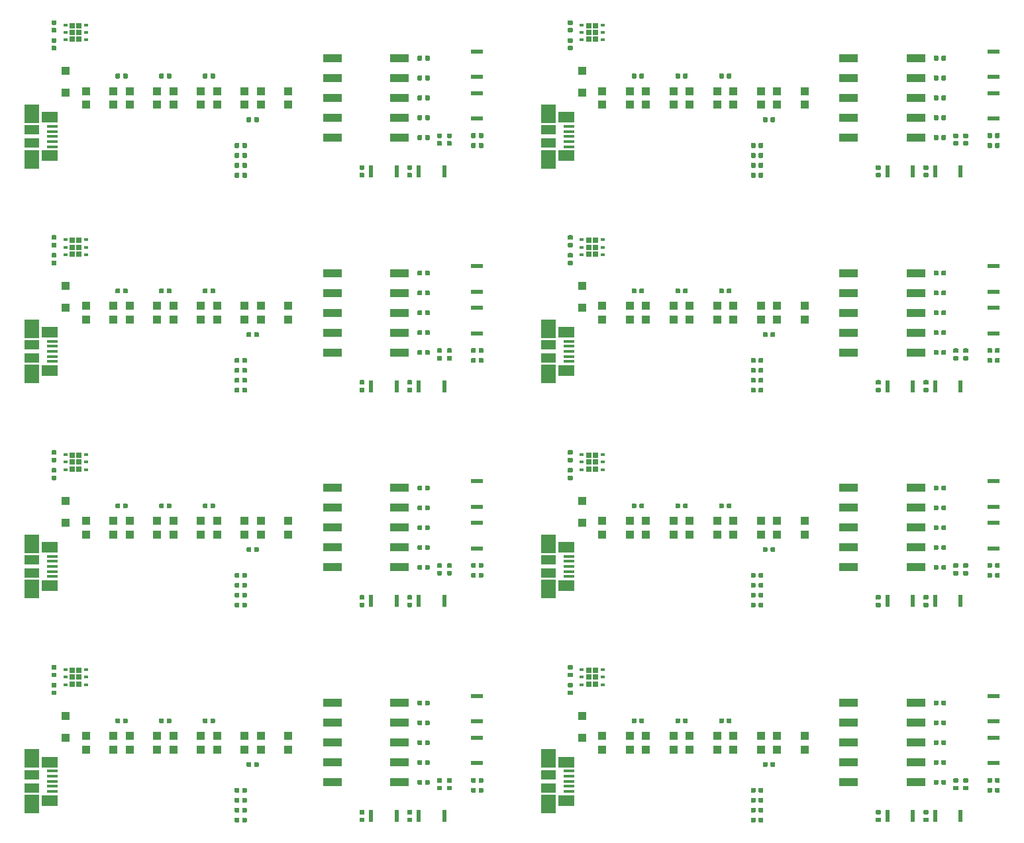
<source format=gbr>
G04 #@! TF.GenerationSoftware,KiCad,Pcbnew,5.0.2-bee76a0~70~ubuntu18.04.1*
G04 #@! TF.CreationDate,2019-05-10T18:36:06+02:00*
G04 #@! TF.ProjectId,m3_2x4_panel,6d335f32-7834-45f7-9061-6e656c2e6b69,rev?*
G04 #@! TF.SameCoordinates,Original*
G04 #@! TF.FileFunction,Paste,Top*
G04 #@! TF.FilePolarity,Positive*
%FSLAX46Y46*%
G04 Gerber Fmt 4.6, Leading zero omitted, Abs format (unit mm)*
G04 Created by KiCad (PCBNEW 5.0.2-bee76a0~70~ubuntu18.04.1) date Fr 10 Mai 2019 18:36:06 CEST*
%MOMM*%
%LPD*%
G01*
G04 APERTURE LIST*
%ADD10R,1.100000X1.100000*%
%ADD11R,1.380000X0.450000*%
%ADD12R,2.100000X1.475000*%
%ADD13R,1.900000X2.375000*%
%ADD14R,1.900000X1.175000*%
%ADD15R,0.660000X0.730000*%
%ADD16R,0.630000X0.450000*%
%ADD17R,2.440000X1.120000*%
%ADD18R,0.550000X1.500000*%
%ADD19R,1.500000X0.550000*%
%ADD20C,0.100000*%
%ADD21C,0.590000*%
%ADD22R,1.000000X1.000000*%
G04 APERTURE END LIST*
D10*
G04 #@! TO.C,D2*
X125182000Y-128344000D03*
X125182000Y-131144000D03*
G04 #@! TD*
G04 #@! TO.C,D2*
X59182000Y-128344000D03*
X59182000Y-131144000D03*
G04 #@! TD*
G04 #@! TO.C,D2*
X125182000Y-100844000D03*
X125182000Y-103644000D03*
G04 #@! TD*
G04 #@! TO.C,D2*
X59182000Y-100844000D03*
X59182000Y-103644000D03*
G04 #@! TD*
G04 #@! TO.C,D2*
X125182000Y-73344000D03*
X125182000Y-76144000D03*
G04 #@! TD*
G04 #@! TO.C,D2*
X59182000Y-73344000D03*
X59182000Y-76144000D03*
G04 #@! TD*
G04 #@! TO.C,D2*
X125182000Y-45844000D03*
X125182000Y-48644000D03*
G04 #@! TD*
D11*
G04 #@! TO.C,J1*
X123490000Y-135420000D03*
X123490000Y-136070000D03*
X123490000Y-136720000D03*
X123490000Y-137370000D03*
X123490000Y-138020000D03*
D12*
X123130000Y-134257500D03*
X123130000Y-139182500D03*
D13*
X120830000Y-133810000D03*
X120830000Y-139630000D03*
D14*
X120830000Y-135880000D03*
X120830000Y-137560000D03*
G04 #@! TD*
D11*
G04 #@! TO.C,J1*
X57490000Y-135420000D03*
X57490000Y-136070000D03*
X57490000Y-136720000D03*
X57490000Y-137370000D03*
X57490000Y-138020000D03*
D12*
X57130000Y-134257500D03*
X57130000Y-139182500D03*
D13*
X54830000Y-133810000D03*
X54830000Y-139630000D03*
D14*
X54830000Y-135880000D03*
X54830000Y-137560000D03*
G04 #@! TD*
D11*
G04 #@! TO.C,J1*
X123490000Y-107920000D03*
X123490000Y-108570000D03*
X123490000Y-109220000D03*
X123490000Y-109870000D03*
X123490000Y-110520000D03*
D12*
X123130000Y-106757500D03*
X123130000Y-111682500D03*
D13*
X120830000Y-106310000D03*
X120830000Y-112130000D03*
D14*
X120830000Y-108380000D03*
X120830000Y-110060000D03*
G04 #@! TD*
D11*
G04 #@! TO.C,J1*
X57490000Y-107920000D03*
X57490000Y-108570000D03*
X57490000Y-109220000D03*
X57490000Y-109870000D03*
X57490000Y-110520000D03*
D12*
X57130000Y-106757500D03*
X57130000Y-111682500D03*
D13*
X54830000Y-106310000D03*
X54830000Y-112130000D03*
D14*
X54830000Y-108380000D03*
X54830000Y-110060000D03*
G04 #@! TD*
D11*
G04 #@! TO.C,J1*
X123490000Y-80420000D03*
X123490000Y-81070000D03*
X123490000Y-81720000D03*
X123490000Y-82370000D03*
X123490000Y-83020000D03*
D12*
X123130000Y-79257500D03*
X123130000Y-84182500D03*
D13*
X120830000Y-78810000D03*
X120830000Y-84630000D03*
D14*
X120830000Y-80880000D03*
X120830000Y-82560000D03*
G04 #@! TD*
D11*
G04 #@! TO.C,J1*
X57490000Y-80420000D03*
X57490000Y-81070000D03*
X57490000Y-81720000D03*
X57490000Y-82370000D03*
X57490000Y-83020000D03*
D12*
X57130000Y-79257500D03*
X57130000Y-84182500D03*
D13*
X54830000Y-78810000D03*
X54830000Y-84630000D03*
D14*
X54830000Y-80880000D03*
X54830000Y-82560000D03*
G04 #@! TD*
D11*
G04 #@! TO.C,J1*
X123490000Y-52920000D03*
X123490000Y-53570000D03*
X123490000Y-54220000D03*
X123490000Y-54870000D03*
X123490000Y-55520000D03*
D12*
X123130000Y-51757500D03*
X123130000Y-56682500D03*
D13*
X120830000Y-51310000D03*
X120830000Y-57130000D03*
D14*
X120830000Y-53380000D03*
X120830000Y-55060000D03*
G04 #@! TD*
D15*
G04 #@! TO.C,U1*
X126027000Y-122528000D03*
X126877000Y-122528000D03*
X126027000Y-123394000D03*
X126877000Y-123394000D03*
X126877000Y-124260000D03*
X126027000Y-124260000D03*
D16*
X127792000Y-122444000D03*
X127792000Y-123394000D03*
X127792000Y-124344000D03*
X125112000Y-124344000D03*
X125112000Y-123394000D03*
X125112000Y-122444000D03*
G04 #@! TD*
D15*
G04 #@! TO.C,U1*
X60027000Y-122528000D03*
X60877000Y-122528000D03*
X60027000Y-123394000D03*
X60877000Y-123394000D03*
X60877000Y-124260000D03*
X60027000Y-124260000D03*
D16*
X61792000Y-122444000D03*
X61792000Y-123394000D03*
X61792000Y-124344000D03*
X59112000Y-124344000D03*
X59112000Y-123394000D03*
X59112000Y-122444000D03*
G04 #@! TD*
D15*
G04 #@! TO.C,U1*
X126027000Y-95028000D03*
X126877000Y-95028000D03*
X126027000Y-95894000D03*
X126877000Y-95894000D03*
X126877000Y-96760000D03*
X126027000Y-96760000D03*
D16*
X127792000Y-94944000D03*
X127792000Y-95894000D03*
X127792000Y-96844000D03*
X125112000Y-96844000D03*
X125112000Y-95894000D03*
X125112000Y-94944000D03*
G04 #@! TD*
D15*
G04 #@! TO.C,U1*
X60027000Y-95028000D03*
X60877000Y-95028000D03*
X60027000Y-95894000D03*
X60877000Y-95894000D03*
X60877000Y-96760000D03*
X60027000Y-96760000D03*
D16*
X61792000Y-94944000D03*
X61792000Y-95894000D03*
X61792000Y-96844000D03*
X59112000Y-96844000D03*
X59112000Y-95894000D03*
X59112000Y-94944000D03*
G04 #@! TD*
D15*
G04 #@! TO.C,U1*
X126027000Y-67528000D03*
X126877000Y-67528000D03*
X126027000Y-68394000D03*
X126877000Y-68394000D03*
X126877000Y-69260000D03*
X126027000Y-69260000D03*
D16*
X127792000Y-67444000D03*
X127792000Y-68394000D03*
X127792000Y-69344000D03*
X125112000Y-69344000D03*
X125112000Y-68394000D03*
X125112000Y-67444000D03*
G04 #@! TD*
D15*
G04 #@! TO.C,U1*
X60027000Y-67528000D03*
X60877000Y-67528000D03*
X60027000Y-68394000D03*
X60877000Y-68394000D03*
X60877000Y-69260000D03*
X60027000Y-69260000D03*
D16*
X61792000Y-67444000D03*
X61792000Y-68394000D03*
X61792000Y-69344000D03*
X59112000Y-69344000D03*
X59112000Y-68394000D03*
X59112000Y-67444000D03*
G04 #@! TD*
D15*
G04 #@! TO.C,U1*
X126027000Y-40028000D03*
X126877000Y-40028000D03*
X126027000Y-40894000D03*
X126877000Y-40894000D03*
X126877000Y-41760000D03*
X126027000Y-41760000D03*
D16*
X127792000Y-39944000D03*
X127792000Y-40894000D03*
X127792000Y-41844000D03*
X125112000Y-41844000D03*
X125112000Y-40894000D03*
X125112000Y-39944000D03*
G04 #@! TD*
D17*
G04 #@! TO.C,SW5*
X167841000Y-126696000D03*
X159231000Y-136856000D03*
X167841000Y-129236000D03*
X159231000Y-134316000D03*
X167841000Y-131776000D03*
X159231000Y-131776000D03*
X167841000Y-134316000D03*
X159231000Y-129236000D03*
X167841000Y-136856000D03*
X159231000Y-126696000D03*
G04 #@! TD*
G04 #@! TO.C,SW5*
X101841000Y-126696000D03*
X93231000Y-136856000D03*
X101841000Y-129236000D03*
X93231000Y-134316000D03*
X101841000Y-131776000D03*
X93231000Y-131776000D03*
X101841000Y-134316000D03*
X93231000Y-129236000D03*
X101841000Y-136856000D03*
X93231000Y-126696000D03*
G04 #@! TD*
G04 #@! TO.C,SW5*
X167841000Y-99196000D03*
X159231000Y-109356000D03*
X167841000Y-101736000D03*
X159231000Y-106816000D03*
X167841000Y-104276000D03*
X159231000Y-104276000D03*
X167841000Y-106816000D03*
X159231000Y-101736000D03*
X167841000Y-109356000D03*
X159231000Y-99196000D03*
G04 #@! TD*
G04 #@! TO.C,SW5*
X101841000Y-99196000D03*
X93231000Y-109356000D03*
X101841000Y-101736000D03*
X93231000Y-106816000D03*
X101841000Y-104276000D03*
X93231000Y-104276000D03*
X101841000Y-106816000D03*
X93231000Y-101736000D03*
X101841000Y-109356000D03*
X93231000Y-99196000D03*
G04 #@! TD*
G04 #@! TO.C,SW5*
X167841000Y-71696000D03*
X159231000Y-81856000D03*
X167841000Y-74236000D03*
X159231000Y-79316000D03*
X167841000Y-76776000D03*
X159231000Y-76776000D03*
X167841000Y-79316000D03*
X159231000Y-74236000D03*
X167841000Y-81856000D03*
X159231000Y-71696000D03*
G04 #@! TD*
G04 #@! TO.C,SW5*
X101841000Y-71696000D03*
X93231000Y-81856000D03*
X101841000Y-74236000D03*
X93231000Y-79316000D03*
X101841000Y-76776000D03*
X93231000Y-76776000D03*
X101841000Y-79316000D03*
X93231000Y-74236000D03*
X101841000Y-81856000D03*
X93231000Y-71696000D03*
G04 #@! TD*
G04 #@! TO.C,SW5*
X167841000Y-44196000D03*
X159231000Y-54356000D03*
X167841000Y-46736000D03*
X159231000Y-51816000D03*
X167841000Y-49276000D03*
X159231000Y-49276000D03*
X167841000Y-51816000D03*
X159231000Y-46736000D03*
X167841000Y-54356000D03*
X159231000Y-44196000D03*
G04 #@! TD*
D18*
G04 #@! TO.C,SW4*
X170293000Y-141174000D03*
X173543000Y-141174000D03*
G04 #@! TD*
G04 #@! TO.C,SW4*
X104293000Y-141174000D03*
X107543000Y-141174000D03*
G04 #@! TD*
G04 #@! TO.C,SW4*
X170293000Y-113674000D03*
X173543000Y-113674000D03*
G04 #@! TD*
G04 #@! TO.C,SW4*
X104293000Y-113674000D03*
X107543000Y-113674000D03*
G04 #@! TD*
G04 #@! TO.C,SW4*
X170293000Y-86174000D03*
X173543000Y-86174000D03*
G04 #@! TD*
G04 #@! TO.C,SW4*
X104293000Y-86174000D03*
X107543000Y-86174000D03*
G04 #@! TD*
G04 #@! TO.C,SW4*
X170293000Y-58674000D03*
X173543000Y-58674000D03*
G04 #@! TD*
G04 #@! TO.C,SW3*
X167447000Y-141174000D03*
X164197000Y-141174000D03*
G04 #@! TD*
G04 #@! TO.C,SW3*
X101447000Y-141174000D03*
X98197000Y-141174000D03*
G04 #@! TD*
G04 #@! TO.C,SW3*
X167447000Y-113674000D03*
X164197000Y-113674000D03*
G04 #@! TD*
G04 #@! TO.C,SW3*
X101447000Y-113674000D03*
X98197000Y-113674000D03*
G04 #@! TD*
G04 #@! TO.C,SW3*
X167447000Y-86174000D03*
X164197000Y-86174000D03*
G04 #@! TD*
G04 #@! TO.C,SW3*
X101447000Y-86174000D03*
X98197000Y-86174000D03*
G04 #@! TD*
G04 #@! TO.C,SW3*
X167447000Y-58674000D03*
X164197000Y-58674000D03*
G04 #@! TD*
D19*
G04 #@! TO.C,SW2*
X177760000Y-125833000D03*
X177760000Y-129083000D03*
G04 #@! TD*
G04 #@! TO.C,SW2*
X111760000Y-125833000D03*
X111760000Y-129083000D03*
G04 #@! TD*
G04 #@! TO.C,SW2*
X177760000Y-98333000D03*
X177760000Y-101583000D03*
G04 #@! TD*
G04 #@! TO.C,SW2*
X111760000Y-98333000D03*
X111760000Y-101583000D03*
G04 #@! TD*
G04 #@! TO.C,SW2*
X177760000Y-70833000D03*
X177760000Y-74083000D03*
G04 #@! TD*
G04 #@! TO.C,SW2*
X111760000Y-70833000D03*
X111760000Y-74083000D03*
G04 #@! TD*
G04 #@! TO.C,SW2*
X177760000Y-43333000D03*
X177760000Y-46583000D03*
G04 #@! TD*
G04 #@! TO.C,SW1*
X177760000Y-131167000D03*
X177760000Y-134417000D03*
G04 #@! TD*
G04 #@! TO.C,SW1*
X111760000Y-131167000D03*
X111760000Y-134417000D03*
G04 #@! TD*
G04 #@! TO.C,SW1*
X177760000Y-103667000D03*
X177760000Y-106917000D03*
G04 #@! TD*
G04 #@! TO.C,SW1*
X111760000Y-103667000D03*
X111760000Y-106917000D03*
G04 #@! TD*
G04 #@! TO.C,SW1*
X177760000Y-76167000D03*
X177760000Y-79417000D03*
G04 #@! TD*
G04 #@! TO.C,SW1*
X111760000Y-76167000D03*
X111760000Y-79417000D03*
G04 #@! TD*
G04 #@! TO.C,SW1*
X177760000Y-48667000D03*
X177760000Y-51917000D03*
G04 #@! TD*
D20*
G04 #@! TO.C,R12*
G36*
X170578958Y-136536710D02*
X170593276Y-136538834D01*
X170607317Y-136542351D01*
X170620946Y-136547228D01*
X170634031Y-136553417D01*
X170646447Y-136560858D01*
X170658073Y-136569481D01*
X170668798Y-136579202D01*
X170678519Y-136589927D01*
X170687142Y-136601553D01*
X170694583Y-136613969D01*
X170700772Y-136627054D01*
X170705649Y-136640683D01*
X170709166Y-136654724D01*
X170711290Y-136669042D01*
X170712000Y-136683500D01*
X170712000Y-137028500D01*
X170711290Y-137042958D01*
X170709166Y-137057276D01*
X170705649Y-137071317D01*
X170700772Y-137084946D01*
X170694583Y-137098031D01*
X170687142Y-137110447D01*
X170678519Y-137122073D01*
X170668798Y-137132798D01*
X170658073Y-137142519D01*
X170646447Y-137151142D01*
X170634031Y-137158583D01*
X170620946Y-137164772D01*
X170607317Y-137169649D01*
X170593276Y-137173166D01*
X170578958Y-137175290D01*
X170564500Y-137176000D01*
X170269500Y-137176000D01*
X170255042Y-137175290D01*
X170240724Y-137173166D01*
X170226683Y-137169649D01*
X170213054Y-137164772D01*
X170199969Y-137158583D01*
X170187553Y-137151142D01*
X170175927Y-137142519D01*
X170165202Y-137132798D01*
X170155481Y-137122073D01*
X170146858Y-137110447D01*
X170139417Y-137098031D01*
X170133228Y-137084946D01*
X170128351Y-137071317D01*
X170124834Y-137057276D01*
X170122710Y-137042958D01*
X170122000Y-137028500D01*
X170122000Y-136683500D01*
X170122710Y-136669042D01*
X170124834Y-136654724D01*
X170128351Y-136640683D01*
X170133228Y-136627054D01*
X170139417Y-136613969D01*
X170146858Y-136601553D01*
X170155481Y-136589927D01*
X170165202Y-136579202D01*
X170175927Y-136569481D01*
X170187553Y-136560858D01*
X170199969Y-136553417D01*
X170213054Y-136547228D01*
X170226683Y-136542351D01*
X170240724Y-136538834D01*
X170255042Y-136536710D01*
X170269500Y-136536000D01*
X170564500Y-136536000D01*
X170578958Y-136536710D01*
X170578958Y-136536710D01*
G37*
D21*
X170417000Y-136856000D03*
D20*
G36*
X171548958Y-136536710D02*
X171563276Y-136538834D01*
X171577317Y-136542351D01*
X171590946Y-136547228D01*
X171604031Y-136553417D01*
X171616447Y-136560858D01*
X171628073Y-136569481D01*
X171638798Y-136579202D01*
X171648519Y-136589927D01*
X171657142Y-136601553D01*
X171664583Y-136613969D01*
X171670772Y-136627054D01*
X171675649Y-136640683D01*
X171679166Y-136654724D01*
X171681290Y-136669042D01*
X171682000Y-136683500D01*
X171682000Y-137028500D01*
X171681290Y-137042958D01*
X171679166Y-137057276D01*
X171675649Y-137071317D01*
X171670772Y-137084946D01*
X171664583Y-137098031D01*
X171657142Y-137110447D01*
X171648519Y-137122073D01*
X171638798Y-137132798D01*
X171628073Y-137142519D01*
X171616447Y-137151142D01*
X171604031Y-137158583D01*
X171590946Y-137164772D01*
X171577317Y-137169649D01*
X171563276Y-137173166D01*
X171548958Y-137175290D01*
X171534500Y-137176000D01*
X171239500Y-137176000D01*
X171225042Y-137175290D01*
X171210724Y-137173166D01*
X171196683Y-137169649D01*
X171183054Y-137164772D01*
X171169969Y-137158583D01*
X171157553Y-137151142D01*
X171145927Y-137142519D01*
X171135202Y-137132798D01*
X171125481Y-137122073D01*
X171116858Y-137110447D01*
X171109417Y-137098031D01*
X171103228Y-137084946D01*
X171098351Y-137071317D01*
X171094834Y-137057276D01*
X171092710Y-137042958D01*
X171092000Y-137028500D01*
X171092000Y-136683500D01*
X171092710Y-136669042D01*
X171094834Y-136654724D01*
X171098351Y-136640683D01*
X171103228Y-136627054D01*
X171109417Y-136613969D01*
X171116858Y-136601553D01*
X171125481Y-136589927D01*
X171135202Y-136579202D01*
X171145927Y-136569481D01*
X171157553Y-136560858D01*
X171169969Y-136553417D01*
X171183054Y-136547228D01*
X171196683Y-136542351D01*
X171210724Y-136538834D01*
X171225042Y-136536710D01*
X171239500Y-136536000D01*
X171534500Y-136536000D01*
X171548958Y-136536710D01*
X171548958Y-136536710D01*
G37*
D21*
X171387000Y-136856000D03*
G04 #@! TD*
D20*
G04 #@! TO.C,R12*
G36*
X104578958Y-136536710D02*
X104593276Y-136538834D01*
X104607317Y-136542351D01*
X104620946Y-136547228D01*
X104634031Y-136553417D01*
X104646447Y-136560858D01*
X104658073Y-136569481D01*
X104668798Y-136579202D01*
X104678519Y-136589927D01*
X104687142Y-136601553D01*
X104694583Y-136613969D01*
X104700772Y-136627054D01*
X104705649Y-136640683D01*
X104709166Y-136654724D01*
X104711290Y-136669042D01*
X104712000Y-136683500D01*
X104712000Y-137028500D01*
X104711290Y-137042958D01*
X104709166Y-137057276D01*
X104705649Y-137071317D01*
X104700772Y-137084946D01*
X104694583Y-137098031D01*
X104687142Y-137110447D01*
X104678519Y-137122073D01*
X104668798Y-137132798D01*
X104658073Y-137142519D01*
X104646447Y-137151142D01*
X104634031Y-137158583D01*
X104620946Y-137164772D01*
X104607317Y-137169649D01*
X104593276Y-137173166D01*
X104578958Y-137175290D01*
X104564500Y-137176000D01*
X104269500Y-137176000D01*
X104255042Y-137175290D01*
X104240724Y-137173166D01*
X104226683Y-137169649D01*
X104213054Y-137164772D01*
X104199969Y-137158583D01*
X104187553Y-137151142D01*
X104175927Y-137142519D01*
X104165202Y-137132798D01*
X104155481Y-137122073D01*
X104146858Y-137110447D01*
X104139417Y-137098031D01*
X104133228Y-137084946D01*
X104128351Y-137071317D01*
X104124834Y-137057276D01*
X104122710Y-137042958D01*
X104122000Y-137028500D01*
X104122000Y-136683500D01*
X104122710Y-136669042D01*
X104124834Y-136654724D01*
X104128351Y-136640683D01*
X104133228Y-136627054D01*
X104139417Y-136613969D01*
X104146858Y-136601553D01*
X104155481Y-136589927D01*
X104165202Y-136579202D01*
X104175927Y-136569481D01*
X104187553Y-136560858D01*
X104199969Y-136553417D01*
X104213054Y-136547228D01*
X104226683Y-136542351D01*
X104240724Y-136538834D01*
X104255042Y-136536710D01*
X104269500Y-136536000D01*
X104564500Y-136536000D01*
X104578958Y-136536710D01*
X104578958Y-136536710D01*
G37*
D21*
X104417000Y-136856000D03*
D20*
G36*
X105548958Y-136536710D02*
X105563276Y-136538834D01*
X105577317Y-136542351D01*
X105590946Y-136547228D01*
X105604031Y-136553417D01*
X105616447Y-136560858D01*
X105628073Y-136569481D01*
X105638798Y-136579202D01*
X105648519Y-136589927D01*
X105657142Y-136601553D01*
X105664583Y-136613969D01*
X105670772Y-136627054D01*
X105675649Y-136640683D01*
X105679166Y-136654724D01*
X105681290Y-136669042D01*
X105682000Y-136683500D01*
X105682000Y-137028500D01*
X105681290Y-137042958D01*
X105679166Y-137057276D01*
X105675649Y-137071317D01*
X105670772Y-137084946D01*
X105664583Y-137098031D01*
X105657142Y-137110447D01*
X105648519Y-137122073D01*
X105638798Y-137132798D01*
X105628073Y-137142519D01*
X105616447Y-137151142D01*
X105604031Y-137158583D01*
X105590946Y-137164772D01*
X105577317Y-137169649D01*
X105563276Y-137173166D01*
X105548958Y-137175290D01*
X105534500Y-137176000D01*
X105239500Y-137176000D01*
X105225042Y-137175290D01*
X105210724Y-137173166D01*
X105196683Y-137169649D01*
X105183054Y-137164772D01*
X105169969Y-137158583D01*
X105157553Y-137151142D01*
X105145927Y-137142519D01*
X105135202Y-137132798D01*
X105125481Y-137122073D01*
X105116858Y-137110447D01*
X105109417Y-137098031D01*
X105103228Y-137084946D01*
X105098351Y-137071317D01*
X105094834Y-137057276D01*
X105092710Y-137042958D01*
X105092000Y-137028500D01*
X105092000Y-136683500D01*
X105092710Y-136669042D01*
X105094834Y-136654724D01*
X105098351Y-136640683D01*
X105103228Y-136627054D01*
X105109417Y-136613969D01*
X105116858Y-136601553D01*
X105125481Y-136589927D01*
X105135202Y-136579202D01*
X105145927Y-136569481D01*
X105157553Y-136560858D01*
X105169969Y-136553417D01*
X105183054Y-136547228D01*
X105196683Y-136542351D01*
X105210724Y-136538834D01*
X105225042Y-136536710D01*
X105239500Y-136536000D01*
X105534500Y-136536000D01*
X105548958Y-136536710D01*
X105548958Y-136536710D01*
G37*
D21*
X105387000Y-136856000D03*
G04 #@! TD*
D20*
G04 #@! TO.C,R12*
G36*
X170578958Y-109036710D02*
X170593276Y-109038834D01*
X170607317Y-109042351D01*
X170620946Y-109047228D01*
X170634031Y-109053417D01*
X170646447Y-109060858D01*
X170658073Y-109069481D01*
X170668798Y-109079202D01*
X170678519Y-109089927D01*
X170687142Y-109101553D01*
X170694583Y-109113969D01*
X170700772Y-109127054D01*
X170705649Y-109140683D01*
X170709166Y-109154724D01*
X170711290Y-109169042D01*
X170712000Y-109183500D01*
X170712000Y-109528500D01*
X170711290Y-109542958D01*
X170709166Y-109557276D01*
X170705649Y-109571317D01*
X170700772Y-109584946D01*
X170694583Y-109598031D01*
X170687142Y-109610447D01*
X170678519Y-109622073D01*
X170668798Y-109632798D01*
X170658073Y-109642519D01*
X170646447Y-109651142D01*
X170634031Y-109658583D01*
X170620946Y-109664772D01*
X170607317Y-109669649D01*
X170593276Y-109673166D01*
X170578958Y-109675290D01*
X170564500Y-109676000D01*
X170269500Y-109676000D01*
X170255042Y-109675290D01*
X170240724Y-109673166D01*
X170226683Y-109669649D01*
X170213054Y-109664772D01*
X170199969Y-109658583D01*
X170187553Y-109651142D01*
X170175927Y-109642519D01*
X170165202Y-109632798D01*
X170155481Y-109622073D01*
X170146858Y-109610447D01*
X170139417Y-109598031D01*
X170133228Y-109584946D01*
X170128351Y-109571317D01*
X170124834Y-109557276D01*
X170122710Y-109542958D01*
X170122000Y-109528500D01*
X170122000Y-109183500D01*
X170122710Y-109169042D01*
X170124834Y-109154724D01*
X170128351Y-109140683D01*
X170133228Y-109127054D01*
X170139417Y-109113969D01*
X170146858Y-109101553D01*
X170155481Y-109089927D01*
X170165202Y-109079202D01*
X170175927Y-109069481D01*
X170187553Y-109060858D01*
X170199969Y-109053417D01*
X170213054Y-109047228D01*
X170226683Y-109042351D01*
X170240724Y-109038834D01*
X170255042Y-109036710D01*
X170269500Y-109036000D01*
X170564500Y-109036000D01*
X170578958Y-109036710D01*
X170578958Y-109036710D01*
G37*
D21*
X170417000Y-109356000D03*
D20*
G36*
X171548958Y-109036710D02*
X171563276Y-109038834D01*
X171577317Y-109042351D01*
X171590946Y-109047228D01*
X171604031Y-109053417D01*
X171616447Y-109060858D01*
X171628073Y-109069481D01*
X171638798Y-109079202D01*
X171648519Y-109089927D01*
X171657142Y-109101553D01*
X171664583Y-109113969D01*
X171670772Y-109127054D01*
X171675649Y-109140683D01*
X171679166Y-109154724D01*
X171681290Y-109169042D01*
X171682000Y-109183500D01*
X171682000Y-109528500D01*
X171681290Y-109542958D01*
X171679166Y-109557276D01*
X171675649Y-109571317D01*
X171670772Y-109584946D01*
X171664583Y-109598031D01*
X171657142Y-109610447D01*
X171648519Y-109622073D01*
X171638798Y-109632798D01*
X171628073Y-109642519D01*
X171616447Y-109651142D01*
X171604031Y-109658583D01*
X171590946Y-109664772D01*
X171577317Y-109669649D01*
X171563276Y-109673166D01*
X171548958Y-109675290D01*
X171534500Y-109676000D01*
X171239500Y-109676000D01*
X171225042Y-109675290D01*
X171210724Y-109673166D01*
X171196683Y-109669649D01*
X171183054Y-109664772D01*
X171169969Y-109658583D01*
X171157553Y-109651142D01*
X171145927Y-109642519D01*
X171135202Y-109632798D01*
X171125481Y-109622073D01*
X171116858Y-109610447D01*
X171109417Y-109598031D01*
X171103228Y-109584946D01*
X171098351Y-109571317D01*
X171094834Y-109557276D01*
X171092710Y-109542958D01*
X171092000Y-109528500D01*
X171092000Y-109183500D01*
X171092710Y-109169042D01*
X171094834Y-109154724D01*
X171098351Y-109140683D01*
X171103228Y-109127054D01*
X171109417Y-109113969D01*
X171116858Y-109101553D01*
X171125481Y-109089927D01*
X171135202Y-109079202D01*
X171145927Y-109069481D01*
X171157553Y-109060858D01*
X171169969Y-109053417D01*
X171183054Y-109047228D01*
X171196683Y-109042351D01*
X171210724Y-109038834D01*
X171225042Y-109036710D01*
X171239500Y-109036000D01*
X171534500Y-109036000D01*
X171548958Y-109036710D01*
X171548958Y-109036710D01*
G37*
D21*
X171387000Y-109356000D03*
G04 #@! TD*
D20*
G04 #@! TO.C,R12*
G36*
X104578958Y-109036710D02*
X104593276Y-109038834D01*
X104607317Y-109042351D01*
X104620946Y-109047228D01*
X104634031Y-109053417D01*
X104646447Y-109060858D01*
X104658073Y-109069481D01*
X104668798Y-109079202D01*
X104678519Y-109089927D01*
X104687142Y-109101553D01*
X104694583Y-109113969D01*
X104700772Y-109127054D01*
X104705649Y-109140683D01*
X104709166Y-109154724D01*
X104711290Y-109169042D01*
X104712000Y-109183500D01*
X104712000Y-109528500D01*
X104711290Y-109542958D01*
X104709166Y-109557276D01*
X104705649Y-109571317D01*
X104700772Y-109584946D01*
X104694583Y-109598031D01*
X104687142Y-109610447D01*
X104678519Y-109622073D01*
X104668798Y-109632798D01*
X104658073Y-109642519D01*
X104646447Y-109651142D01*
X104634031Y-109658583D01*
X104620946Y-109664772D01*
X104607317Y-109669649D01*
X104593276Y-109673166D01*
X104578958Y-109675290D01*
X104564500Y-109676000D01*
X104269500Y-109676000D01*
X104255042Y-109675290D01*
X104240724Y-109673166D01*
X104226683Y-109669649D01*
X104213054Y-109664772D01*
X104199969Y-109658583D01*
X104187553Y-109651142D01*
X104175927Y-109642519D01*
X104165202Y-109632798D01*
X104155481Y-109622073D01*
X104146858Y-109610447D01*
X104139417Y-109598031D01*
X104133228Y-109584946D01*
X104128351Y-109571317D01*
X104124834Y-109557276D01*
X104122710Y-109542958D01*
X104122000Y-109528500D01*
X104122000Y-109183500D01*
X104122710Y-109169042D01*
X104124834Y-109154724D01*
X104128351Y-109140683D01*
X104133228Y-109127054D01*
X104139417Y-109113969D01*
X104146858Y-109101553D01*
X104155481Y-109089927D01*
X104165202Y-109079202D01*
X104175927Y-109069481D01*
X104187553Y-109060858D01*
X104199969Y-109053417D01*
X104213054Y-109047228D01*
X104226683Y-109042351D01*
X104240724Y-109038834D01*
X104255042Y-109036710D01*
X104269500Y-109036000D01*
X104564500Y-109036000D01*
X104578958Y-109036710D01*
X104578958Y-109036710D01*
G37*
D21*
X104417000Y-109356000D03*
D20*
G36*
X105548958Y-109036710D02*
X105563276Y-109038834D01*
X105577317Y-109042351D01*
X105590946Y-109047228D01*
X105604031Y-109053417D01*
X105616447Y-109060858D01*
X105628073Y-109069481D01*
X105638798Y-109079202D01*
X105648519Y-109089927D01*
X105657142Y-109101553D01*
X105664583Y-109113969D01*
X105670772Y-109127054D01*
X105675649Y-109140683D01*
X105679166Y-109154724D01*
X105681290Y-109169042D01*
X105682000Y-109183500D01*
X105682000Y-109528500D01*
X105681290Y-109542958D01*
X105679166Y-109557276D01*
X105675649Y-109571317D01*
X105670772Y-109584946D01*
X105664583Y-109598031D01*
X105657142Y-109610447D01*
X105648519Y-109622073D01*
X105638798Y-109632798D01*
X105628073Y-109642519D01*
X105616447Y-109651142D01*
X105604031Y-109658583D01*
X105590946Y-109664772D01*
X105577317Y-109669649D01*
X105563276Y-109673166D01*
X105548958Y-109675290D01*
X105534500Y-109676000D01*
X105239500Y-109676000D01*
X105225042Y-109675290D01*
X105210724Y-109673166D01*
X105196683Y-109669649D01*
X105183054Y-109664772D01*
X105169969Y-109658583D01*
X105157553Y-109651142D01*
X105145927Y-109642519D01*
X105135202Y-109632798D01*
X105125481Y-109622073D01*
X105116858Y-109610447D01*
X105109417Y-109598031D01*
X105103228Y-109584946D01*
X105098351Y-109571317D01*
X105094834Y-109557276D01*
X105092710Y-109542958D01*
X105092000Y-109528500D01*
X105092000Y-109183500D01*
X105092710Y-109169042D01*
X105094834Y-109154724D01*
X105098351Y-109140683D01*
X105103228Y-109127054D01*
X105109417Y-109113969D01*
X105116858Y-109101553D01*
X105125481Y-109089927D01*
X105135202Y-109079202D01*
X105145927Y-109069481D01*
X105157553Y-109060858D01*
X105169969Y-109053417D01*
X105183054Y-109047228D01*
X105196683Y-109042351D01*
X105210724Y-109038834D01*
X105225042Y-109036710D01*
X105239500Y-109036000D01*
X105534500Y-109036000D01*
X105548958Y-109036710D01*
X105548958Y-109036710D01*
G37*
D21*
X105387000Y-109356000D03*
G04 #@! TD*
D20*
G04 #@! TO.C,R12*
G36*
X170578958Y-81536710D02*
X170593276Y-81538834D01*
X170607317Y-81542351D01*
X170620946Y-81547228D01*
X170634031Y-81553417D01*
X170646447Y-81560858D01*
X170658073Y-81569481D01*
X170668798Y-81579202D01*
X170678519Y-81589927D01*
X170687142Y-81601553D01*
X170694583Y-81613969D01*
X170700772Y-81627054D01*
X170705649Y-81640683D01*
X170709166Y-81654724D01*
X170711290Y-81669042D01*
X170712000Y-81683500D01*
X170712000Y-82028500D01*
X170711290Y-82042958D01*
X170709166Y-82057276D01*
X170705649Y-82071317D01*
X170700772Y-82084946D01*
X170694583Y-82098031D01*
X170687142Y-82110447D01*
X170678519Y-82122073D01*
X170668798Y-82132798D01*
X170658073Y-82142519D01*
X170646447Y-82151142D01*
X170634031Y-82158583D01*
X170620946Y-82164772D01*
X170607317Y-82169649D01*
X170593276Y-82173166D01*
X170578958Y-82175290D01*
X170564500Y-82176000D01*
X170269500Y-82176000D01*
X170255042Y-82175290D01*
X170240724Y-82173166D01*
X170226683Y-82169649D01*
X170213054Y-82164772D01*
X170199969Y-82158583D01*
X170187553Y-82151142D01*
X170175927Y-82142519D01*
X170165202Y-82132798D01*
X170155481Y-82122073D01*
X170146858Y-82110447D01*
X170139417Y-82098031D01*
X170133228Y-82084946D01*
X170128351Y-82071317D01*
X170124834Y-82057276D01*
X170122710Y-82042958D01*
X170122000Y-82028500D01*
X170122000Y-81683500D01*
X170122710Y-81669042D01*
X170124834Y-81654724D01*
X170128351Y-81640683D01*
X170133228Y-81627054D01*
X170139417Y-81613969D01*
X170146858Y-81601553D01*
X170155481Y-81589927D01*
X170165202Y-81579202D01*
X170175927Y-81569481D01*
X170187553Y-81560858D01*
X170199969Y-81553417D01*
X170213054Y-81547228D01*
X170226683Y-81542351D01*
X170240724Y-81538834D01*
X170255042Y-81536710D01*
X170269500Y-81536000D01*
X170564500Y-81536000D01*
X170578958Y-81536710D01*
X170578958Y-81536710D01*
G37*
D21*
X170417000Y-81856000D03*
D20*
G36*
X171548958Y-81536710D02*
X171563276Y-81538834D01*
X171577317Y-81542351D01*
X171590946Y-81547228D01*
X171604031Y-81553417D01*
X171616447Y-81560858D01*
X171628073Y-81569481D01*
X171638798Y-81579202D01*
X171648519Y-81589927D01*
X171657142Y-81601553D01*
X171664583Y-81613969D01*
X171670772Y-81627054D01*
X171675649Y-81640683D01*
X171679166Y-81654724D01*
X171681290Y-81669042D01*
X171682000Y-81683500D01*
X171682000Y-82028500D01*
X171681290Y-82042958D01*
X171679166Y-82057276D01*
X171675649Y-82071317D01*
X171670772Y-82084946D01*
X171664583Y-82098031D01*
X171657142Y-82110447D01*
X171648519Y-82122073D01*
X171638798Y-82132798D01*
X171628073Y-82142519D01*
X171616447Y-82151142D01*
X171604031Y-82158583D01*
X171590946Y-82164772D01*
X171577317Y-82169649D01*
X171563276Y-82173166D01*
X171548958Y-82175290D01*
X171534500Y-82176000D01*
X171239500Y-82176000D01*
X171225042Y-82175290D01*
X171210724Y-82173166D01*
X171196683Y-82169649D01*
X171183054Y-82164772D01*
X171169969Y-82158583D01*
X171157553Y-82151142D01*
X171145927Y-82142519D01*
X171135202Y-82132798D01*
X171125481Y-82122073D01*
X171116858Y-82110447D01*
X171109417Y-82098031D01*
X171103228Y-82084946D01*
X171098351Y-82071317D01*
X171094834Y-82057276D01*
X171092710Y-82042958D01*
X171092000Y-82028500D01*
X171092000Y-81683500D01*
X171092710Y-81669042D01*
X171094834Y-81654724D01*
X171098351Y-81640683D01*
X171103228Y-81627054D01*
X171109417Y-81613969D01*
X171116858Y-81601553D01*
X171125481Y-81589927D01*
X171135202Y-81579202D01*
X171145927Y-81569481D01*
X171157553Y-81560858D01*
X171169969Y-81553417D01*
X171183054Y-81547228D01*
X171196683Y-81542351D01*
X171210724Y-81538834D01*
X171225042Y-81536710D01*
X171239500Y-81536000D01*
X171534500Y-81536000D01*
X171548958Y-81536710D01*
X171548958Y-81536710D01*
G37*
D21*
X171387000Y-81856000D03*
G04 #@! TD*
D20*
G04 #@! TO.C,R12*
G36*
X104578958Y-81536710D02*
X104593276Y-81538834D01*
X104607317Y-81542351D01*
X104620946Y-81547228D01*
X104634031Y-81553417D01*
X104646447Y-81560858D01*
X104658073Y-81569481D01*
X104668798Y-81579202D01*
X104678519Y-81589927D01*
X104687142Y-81601553D01*
X104694583Y-81613969D01*
X104700772Y-81627054D01*
X104705649Y-81640683D01*
X104709166Y-81654724D01*
X104711290Y-81669042D01*
X104712000Y-81683500D01*
X104712000Y-82028500D01*
X104711290Y-82042958D01*
X104709166Y-82057276D01*
X104705649Y-82071317D01*
X104700772Y-82084946D01*
X104694583Y-82098031D01*
X104687142Y-82110447D01*
X104678519Y-82122073D01*
X104668798Y-82132798D01*
X104658073Y-82142519D01*
X104646447Y-82151142D01*
X104634031Y-82158583D01*
X104620946Y-82164772D01*
X104607317Y-82169649D01*
X104593276Y-82173166D01*
X104578958Y-82175290D01*
X104564500Y-82176000D01*
X104269500Y-82176000D01*
X104255042Y-82175290D01*
X104240724Y-82173166D01*
X104226683Y-82169649D01*
X104213054Y-82164772D01*
X104199969Y-82158583D01*
X104187553Y-82151142D01*
X104175927Y-82142519D01*
X104165202Y-82132798D01*
X104155481Y-82122073D01*
X104146858Y-82110447D01*
X104139417Y-82098031D01*
X104133228Y-82084946D01*
X104128351Y-82071317D01*
X104124834Y-82057276D01*
X104122710Y-82042958D01*
X104122000Y-82028500D01*
X104122000Y-81683500D01*
X104122710Y-81669042D01*
X104124834Y-81654724D01*
X104128351Y-81640683D01*
X104133228Y-81627054D01*
X104139417Y-81613969D01*
X104146858Y-81601553D01*
X104155481Y-81589927D01*
X104165202Y-81579202D01*
X104175927Y-81569481D01*
X104187553Y-81560858D01*
X104199969Y-81553417D01*
X104213054Y-81547228D01*
X104226683Y-81542351D01*
X104240724Y-81538834D01*
X104255042Y-81536710D01*
X104269500Y-81536000D01*
X104564500Y-81536000D01*
X104578958Y-81536710D01*
X104578958Y-81536710D01*
G37*
D21*
X104417000Y-81856000D03*
D20*
G36*
X105548958Y-81536710D02*
X105563276Y-81538834D01*
X105577317Y-81542351D01*
X105590946Y-81547228D01*
X105604031Y-81553417D01*
X105616447Y-81560858D01*
X105628073Y-81569481D01*
X105638798Y-81579202D01*
X105648519Y-81589927D01*
X105657142Y-81601553D01*
X105664583Y-81613969D01*
X105670772Y-81627054D01*
X105675649Y-81640683D01*
X105679166Y-81654724D01*
X105681290Y-81669042D01*
X105682000Y-81683500D01*
X105682000Y-82028500D01*
X105681290Y-82042958D01*
X105679166Y-82057276D01*
X105675649Y-82071317D01*
X105670772Y-82084946D01*
X105664583Y-82098031D01*
X105657142Y-82110447D01*
X105648519Y-82122073D01*
X105638798Y-82132798D01*
X105628073Y-82142519D01*
X105616447Y-82151142D01*
X105604031Y-82158583D01*
X105590946Y-82164772D01*
X105577317Y-82169649D01*
X105563276Y-82173166D01*
X105548958Y-82175290D01*
X105534500Y-82176000D01*
X105239500Y-82176000D01*
X105225042Y-82175290D01*
X105210724Y-82173166D01*
X105196683Y-82169649D01*
X105183054Y-82164772D01*
X105169969Y-82158583D01*
X105157553Y-82151142D01*
X105145927Y-82142519D01*
X105135202Y-82132798D01*
X105125481Y-82122073D01*
X105116858Y-82110447D01*
X105109417Y-82098031D01*
X105103228Y-82084946D01*
X105098351Y-82071317D01*
X105094834Y-82057276D01*
X105092710Y-82042958D01*
X105092000Y-82028500D01*
X105092000Y-81683500D01*
X105092710Y-81669042D01*
X105094834Y-81654724D01*
X105098351Y-81640683D01*
X105103228Y-81627054D01*
X105109417Y-81613969D01*
X105116858Y-81601553D01*
X105125481Y-81589927D01*
X105135202Y-81579202D01*
X105145927Y-81569481D01*
X105157553Y-81560858D01*
X105169969Y-81553417D01*
X105183054Y-81547228D01*
X105196683Y-81542351D01*
X105210724Y-81538834D01*
X105225042Y-81536710D01*
X105239500Y-81536000D01*
X105534500Y-81536000D01*
X105548958Y-81536710D01*
X105548958Y-81536710D01*
G37*
D21*
X105387000Y-81856000D03*
G04 #@! TD*
D20*
G04 #@! TO.C,R12*
G36*
X170578958Y-54036710D02*
X170593276Y-54038834D01*
X170607317Y-54042351D01*
X170620946Y-54047228D01*
X170634031Y-54053417D01*
X170646447Y-54060858D01*
X170658073Y-54069481D01*
X170668798Y-54079202D01*
X170678519Y-54089927D01*
X170687142Y-54101553D01*
X170694583Y-54113969D01*
X170700772Y-54127054D01*
X170705649Y-54140683D01*
X170709166Y-54154724D01*
X170711290Y-54169042D01*
X170712000Y-54183500D01*
X170712000Y-54528500D01*
X170711290Y-54542958D01*
X170709166Y-54557276D01*
X170705649Y-54571317D01*
X170700772Y-54584946D01*
X170694583Y-54598031D01*
X170687142Y-54610447D01*
X170678519Y-54622073D01*
X170668798Y-54632798D01*
X170658073Y-54642519D01*
X170646447Y-54651142D01*
X170634031Y-54658583D01*
X170620946Y-54664772D01*
X170607317Y-54669649D01*
X170593276Y-54673166D01*
X170578958Y-54675290D01*
X170564500Y-54676000D01*
X170269500Y-54676000D01*
X170255042Y-54675290D01*
X170240724Y-54673166D01*
X170226683Y-54669649D01*
X170213054Y-54664772D01*
X170199969Y-54658583D01*
X170187553Y-54651142D01*
X170175927Y-54642519D01*
X170165202Y-54632798D01*
X170155481Y-54622073D01*
X170146858Y-54610447D01*
X170139417Y-54598031D01*
X170133228Y-54584946D01*
X170128351Y-54571317D01*
X170124834Y-54557276D01*
X170122710Y-54542958D01*
X170122000Y-54528500D01*
X170122000Y-54183500D01*
X170122710Y-54169042D01*
X170124834Y-54154724D01*
X170128351Y-54140683D01*
X170133228Y-54127054D01*
X170139417Y-54113969D01*
X170146858Y-54101553D01*
X170155481Y-54089927D01*
X170165202Y-54079202D01*
X170175927Y-54069481D01*
X170187553Y-54060858D01*
X170199969Y-54053417D01*
X170213054Y-54047228D01*
X170226683Y-54042351D01*
X170240724Y-54038834D01*
X170255042Y-54036710D01*
X170269500Y-54036000D01*
X170564500Y-54036000D01*
X170578958Y-54036710D01*
X170578958Y-54036710D01*
G37*
D21*
X170417000Y-54356000D03*
D20*
G36*
X171548958Y-54036710D02*
X171563276Y-54038834D01*
X171577317Y-54042351D01*
X171590946Y-54047228D01*
X171604031Y-54053417D01*
X171616447Y-54060858D01*
X171628073Y-54069481D01*
X171638798Y-54079202D01*
X171648519Y-54089927D01*
X171657142Y-54101553D01*
X171664583Y-54113969D01*
X171670772Y-54127054D01*
X171675649Y-54140683D01*
X171679166Y-54154724D01*
X171681290Y-54169042D01*
X171682000Y-54183500D01*
X171682000Y-54528500D01*
X171681290Y-54542958D01*
X171679166Y-54557276D01*
X171675649Y-54571317D01*
X171670772Y-54584946D01*
X171664583Y-54598031D01*
X171657142Y-54610447D01*
X171648519Y-54622073D01*
X171638798Y-54632798D01*
X171628073Y-54642519D01*
X171616447Y-54651142D01*
X171604031Y-54658583D01*
X171590946Y-54664772D01*
X171577317Y-54669649D01*
X171563276Y-54673166D01*
X171548958Y-54675290D01*
X171534500Y-54676000D01*
X171239500Y-54676000D01*
X171225042Y-54675290D01*
X171210724Y-54673166D01*
X171196683Y-54669649D01*
X171183054Y-54664772D01*
X171169969Y-54658583D01*
X171157553Y-54651142D01*
X171145927Y-54642519D01*
X171135202Y-54632798D01*
X171125481Y-54622073D01*
X171116858Y-54610447D01*
X171109417Y-54598031D01*
X171103228Y-54584946D01*
X171098351Y-54571317D01*
X171094834Y-54557276D01*
X171092710Y-54542958D01*
X171092000Y-54528500D01*
X171092000Y-54183500D01*
X171092710Y-54169042D01*
X171094834Y-54154724D01*
X171098351Y-54140683D01*
X171103228Y-54127054D01*
X171109417Y-54113969D01*
X171116858Y-54101553D01*
X171125481Y-54089927D01*
X171135202Y-54079202D01*
X171145927Y-54069481D01*
X171157553Y-54060858D01*
X171169969Y-54053417D01*
X171183054Y-54047228D01*
X171196683Y-54042351D01*
X171210724Y-54038834D01*
X171225042Y-54036710D01*
X171239500Y-54036000D01*
X171534500Y-54036000D01*
X171548958Y-54036710D01*
X171548958Y-54036710D01*
G37*
D21*
X171387000Y-54356000D03*
G04 #@! TD*
D20*
G04 #@! TO.C,R11*
G36*
X171548958Y-133996710D02*
X171563276Y-133998834D01*
X171577317Y-134002351D01*
X171590946Y-134007228D01*
X171604031Y-134013417D01*
X171616447Y-134020858D01*
X171628073Y-134029481D01*
X171638798Y-134039202D01*
X171648519Y-134049927D01*
X171657142Y-134061553D01*
X171664583Y-134073969D01*
X171670772Y-134087054D01*
X171675649Y-134100683D01*
X171679166Y-134114724D01*
X171681290Y-134129042D01*
X171682000Y-134143500D01*
X171682000Y-134488500D01*
X171681290Y-134502958D01*
X171679166Y-134517276D01*
X171675649Y-134531317D01*
X171670772Y-134544946D01*
X171664583Y-134558031D01*
X171657142Y-134570447D01*
X171648519Y-134582073D01*
X171638798Y-134592798D01*
X171628073Y-134602519D01*
X171616447Y-134611142D01*
X171604031Y-134618583D01*
X171590946Y-134624772D01*
X171577317Y-134629649D01*
X171563276Y-134633166D01*
X171548958Y-134635290D01*
X171534500Y-134636000D01*
X171239500Y-134636000D01*
X171225042Y-134635290D01*
X171210724Y-134633166D01*
X171196683Y-134629649D01*
X171183054Y-134624772D01*
X171169969Y-134618583D01*
X171157553Y-134611142D01*
X171145927Y-134602519D01*
X171135202Y-134592798D01*
X171125481Y-134582073D01*
X171116858Y-134570447D01*
X171109417Y-134558031D01*
X171103228Y-134544946D01*
X171098351Y-134531317D01*
X171094834Y-134517276D01*
X171092710Y-134502958D01*
X171092000Y-134488500D01*
X171092000Y-134143500D01*
X171092710Y-134129042D01*
X171094834Y-134114724D01*
X171098351Y-134100683D01*
X171103228Y-134087054D01*
X171109417Y-134073969D01*
X171116858Y-134061553D01*
X171125481Y-134049927D01*
X171135202Y-134039202D01*
X171145927Y-134029481D01*
X171157553Y-134020858D01*
X171169969Y-134013417D01*
X171183054Y-134007228D01*
X171196683Y-134002351D01*
X171210724Y-133998834D01*
X171225042Y-133996710D01*
X171239500Y-133996000D01*
X171534500Y-133996000D01*
X171548958Y-133996710D01*
X171548958Y-133996710D01*
G37*
D21*
X171387000Y-134316000D03*
D20*
G36*
X170578958Y-133996710D02*
X170593276Y-133998834D01*
X170607317Y-134002351D01*
X170620946Y-134007228D01*
X170634031Y-134013417D01*
X170646447Y-134020858D01*
X170658073Y-134029481D01*
X170668798Y-134039202D01*
X170678519Y-134049927D01*
X170687142Y-134061553D01*
X170694583Y-134073969D01*
X170700772Y-134087054D01*
X170705649Y-134100683D01*
X170709166Y-134114724D01*
X170711290Y-134129042D01*
X170712000Y-134143500D01*
X170712000Y-134488500D01*
X170711290Y-134502958D01*
X170709166Y-134517276D01*
X170705649Y-134531317D01*
X170700772Y-134544946D01*
X170694583Y-134558031D01*
X170687142Y-134570447D01*
X170678519Y-134582073D01*
X170668798Y-134592798D01*
X170658073Y-134602519D01*
X170646447Y-134611142D01*
X170634031Y-134618583D01*
X170620946Y-134624772D01*
X170607317Y-134629649D01*
X170593276Y-134633166D01*
X170578958Y-134635290D01*
X170564500Y-134636000D01*
X170269500Y-134636000D01*
X170255042Y-134635290D01*
X170240724Y-134633166D01*
X170226683Y-134629649D01*
X170213054Y-134624772D01*
X170199969Y-134618583D01*
X170187553Y-134611142D01*
X170175927Y-134602519D01*
X170165202Y-134592798D01*
X170155481Y-134582073D01*
X170146858Y-134570447D01*
X170139417Y-134558031D01*
X170133228Y-134544946D01*
X170128351Y-134531317D01*
X170124834Y-134517276D01*
X170122710Y-134502958D01*
X170122000Y-134488500D01*
X170122000Y-134143500D01*
X170122710Y-134129042D01*
X170124834Y-134114724D01*
X170128351Y-134100683D01*
X170133228Y-134087054D01*
X170139417Y-134073969D01*
X170146858Y-134061553D01*
X170155481Y-134049927D01*
X170165202Y-134039202D01*
X170175927Y-134029481D01*
X170187553Y-134020858D01*
X170199969Y-134013417D01*
X170213054Y-134007228D01*
X170226683Y-134002351D01*
X170240724Y-133998834D01*
X170255042Y-133996710D01*
X170269500Y-133996000D01*
X170564500Y-133996000D01*
X170578958Y-133996710D01*
X170578958Y-133996710D01*
G37*
D21*
X170417000Y-134316000D03*
G04 #@! TD*
D20*
G04 #@! TO.C,R11*
G36*
X105548958Y-133996710D02*
X105563276Y-133998834D01*
X105577317Y-134002351D01*
X105590946Y-134007228D01*
X105604031Y-134013417D01*
X105616447Y-134020858D01*
X105628073Y-134029481D01*
X105638798Y-134039202D01*
X105648519Y-134049927D01*
X105657142Y-134061553D01*
X105664583Y-134073969D01*
X105670772Y-134087054D01*
X105675649Y-134100683D01*
X105679166Y-134114724D01*
X105681290Y-134129042D01*
X105682000Y-134143500D01*
X105682000Y-134488500D01*
X105681290Y-134502958D01*
X105679166Y-134517276D01*
X105675649Y-134531317D01*
X105670772Y-134544946D01*
X105664583Y-134558031D01*
X105657142Y-134570447D01*
X105648519Y-134582073D01*
X105638798Y-134592798D01*
X105628073Y-134602519D01*
X105616447Y-134611142D01*
X105604031Y-134618583D01*
X105590946Y-134624772D01*
X105577317Y-134629649D01*
X105563276Y-134633166D01*
X105548958Y-134635290D01*
X105534500Y-134636000D01*
X105239500Y-134636000D01*
X105225042Y-134635290D01*
X105210724Y-134633166D01*
X105196683Y-134629649D01*
X105183054Y-134624772D01*
X105169969Y-134618583D01*
X105157553Y-134611142D01*
X105145927Y-134602519D01*
X105135202Y-134592798D01*
X105125481Y-134582073D01*
X105116858Y-134570447D01*
X105109417Y-134558031D01*
X105103228Y-134544946D01*
X105098351Y-134531317D01*
X105094834Y-134517276D01*
X105092710Y-134502958D01*
X105092000Y-134488500D01*
X105092000Y-134143500D01*
X105092710Y-134129042D01*
X105094834Y-134114724D01*
X105098351Y-134100683D01*
X105103228Y-134087054D01*
X105109417Y-134073969D01*
X105116858Y-134061553D01*
X105125481Y-134049927D01*
X105135202Y-134039202D01*
X105145927Y-134029481D01*
X105157553Y-134020858D01*
X105169969Y-134013417D01*
X105183054Y-134007228D01*
X105196683Y-134002351D01*
X105210724Y-133998834D01*
X105225042Y-133996710D01*
X105239500Y-133996000D01*
X105534500Y-133996000D01*
X105548958Y-133996710D01*
X105548958Y-133996710D01*
G37*
D21*
X105387000Y-134316000D03*
D20*
G36*
X104578958Y-133996710D02*
X104593276Y-133998834D01*
X104607317Y-134002351D01*
X104620946Y-134007228D01*
X104634031Y-134013417D01*
X104646447Y-134020858D01*
X104658073Y-134029481D01*
X104668798Y-134039202D01*
X104678519Y-134049927D01*
X104687142Y-134061553D01*
X104694583Y-134073969D01*
X104700772Y-134087054D01*
X104705649Y-134100683D01*
X104709166Y-134114724D01*
X104711290Y-134129042D01*
X104712000Y-134143500D01*
X104712000Y-134488500D01*
X104711290Y-134502958D01*
X104709166Y-134517276D01*
X104705649Y-134531317D01*
X104700772Y-134544946D01*
X104694583Y-134558031D01*
X104687142Y-134570447D01*
X104678519Y-134582073D01*
X104668798Y-134592798D01*
X104658073Y-134602519D01*
X104646447Y-134611142D01*
X104634031Y-134618583D01*
X104620946Y-134624772D01*
X104607317Y-134629649D01*
X104593276Y-134633166D01*
X104578958Y-134635290D01*
X104564500Y-134636000D01*
X104269500Y-134636000D01*
X104255042Y-134635290D01*
X104240724Y-134633166D01*
X104226683Y-134629649D01*
X104213054Y-134624772D01*
X104199969Y-134618583D01*
X104187553Y-134611142D01*
X104175927Y-134602519D01*
X104165202Y-134592798D01*
X104155481Y-134582073D01*
X104146858Y-134570447D01*
X104139417Y-134558031D01*
X104133228Y-134544946D01*
X104128351Y-134531317D01*
X104124834Y-134517276D01*
X104122710Y-134502958D01*
X104122000Y-134488500D01*
X104122000Y-134143500D01*
X104122710Y-134129042D01*
X104124834Y-134114724D01*
X104128351Y-134100683D01*
X104133228Y-134087054D01*
X104139417Y-134073969D01*
X104146858Y-134061553D01*
X104155481Y-134049927D01*
X104165202Y-134039202D01*
X104175927Y-134029481D01*
X104187553Y-134020858D01*
X104199969Y-134013417D01*
X104213054Y-134007228D01*
X104226683Y-134002351D01*
X104240724Y-133998834D01*
X104255042Y-133996710D01*
X104269500Y-133996000D01*
X104564500Y-133996000D01*
X104578958Y-133996710D01*
X104578958Y-133996710D01*
G37*
D21*
X104417000Y-134316000D03*
G04 #@! TD*
D20*
G04 #@! TO.C,R11*
G36*
X171548958Y-106496710D02*
X171563276Y-106498834D01*
X171577317Y-106502351D01*
X171590946Y-106507228D01*
X171604031Y-106513417D01*
X171616447Y-106520858D01*
X171628073Y-106529481D01*
X171638798Y-106539202D01*
X171648519Y-106549927D01*
X171657142Y-106561553D01*
X171664583Y-106573969D01*
X171670772Y-106587054D01*
X171675649Y-106600683D01*
X171679166Y-106614724D01*
X171681290Y-106629042D01*
X171682000Y-106643500D01*
X171682000Y-106988500D01*
X171681290Y-107002958D01*
X171679166Y-107017276D01*
X171675649Y-107031317D01*
X171670772Y-107044946D01*
X171664583Y-107058031D01*
X171657142Y-107070447D01*
X171648519Y-107082073D01*
X171638798Y-107092798D01*
X171628073Y-107102519D01*
X171616447Y-107111142D01*
X171604031Y-107118583D01*
X171590946Y-107124772D01*
X171577317Y-107129649D01*
X171563276Y-107133166D01*
X171548958Y-107135290D01*
X171534500Y-107136000D01*
X171239500Y-107136000D01*
X171225042Y-107135290D01*
X171210724Y-107133166D01*
X171196683Y-107129649D01*
X171183054Y-107124772D01*
X171169969Y-107118583D01*
X171157553Y-107111142D01*
X171145927Y-107102519D01*
X171135202Y-107092798D01*
X171125481Y-107082073D01*
X171116858Y-107070447D01*
X171109417Y-107058031D01*
X171103228Y-107044946D01*
X171098351Y-107031317D01*
X171094834Y-107017276D01*
X171092710Y-107002958D01*
X171092000Y-106988500D01*
X171092000Y-106643500D01*
X171092710Y-106629042D01*
X171094834Y-106614724D01*
X171098351Y-106600683D01*
X171103228Y-106587054D01*
X171109417Y-106573969D01*
X171116858Y-106561553D01*
X171125481Y-106549927D01*
X171135202Y-106539202D01*
X171145927Y-106529481D01*
X171157553Y-106520858D01*
X171169969Y-106513417D01*
X171183054Y-106507228D01*
X171196683Y-106502351D01*
X171210724Y-106498834D01*
X171225042Y-106496710D01*
X171239500Y-106496000D01*
X171534500Y-106496000D01*
X171548958Y-106496710D01*
X171548958Y-106496710D01*
G37*
D21*
X171387000Y-106816000D03*
D20*
G36*
X170578958Y-106496710D02*
X170593276Y-106498834D01*
X170607317Y-106502351D01*
X170620946Y-106507228D01*
X170634031Y-106513417D01*
X170646447Y-106520858D01*
X170658073Y-106529481D01*
X170668798Y-106539202D01*
X170678519Y-106549927D01*
X170687142Y-106561553D01*
X170694583Y-106573969D01*
X170700772Y-106587054D01*
X170705649Y-106600683D01*
X170709166Y-106614724D01*
X170711290Y-106629042D01*
X170712000Y-106643500D01*
X170712000Y-106988500D01*
X170711290Y-107002958D01*
X170709166Y-107017276D01*
X170705649Y-107031317D01*
X170700772Y-107044946D01*
X170694583Y-107058031D01*
X170687142Y-107070447D01*
X170678519Y-107082073D01*
X170668798Y-107092798D01*
X170658073Y-107102519D01*
X170646447Y-107111142D01*
X170634031Y-107118583D01*
X170620946Y-107124772D01*
X170607317Y-107129649D01*
X170593276Y-107133166D01*
X170578958Y-107135290D01*
X170564500Y-107136000D01*
X170269500Y-107136000D01*
X170255042Y-107135290D01*
X170240724Y-107133166D01*
X170226683Y-107129649D01*
X170213054Y-107124772D01*
X170199969Y-107118583D01*
X170187553Y-107111142D01*
X170175927Y-107102519D01*
X170165202Y-107092798D01*
X170155481Y-107082073D01*
X170146858Y-107070447D01*
X170139417Y-107058031D01*
X170133228Y-107044946D01*
X170128351Y-107031317D01*
X170124834Y-107017276D01*
X170122710Y-107002958D01*
X170122000Y-106988500D01*
X170122000Y-106643500D01*
X170122710Y-106629042D01*
X170124834Y-106614724D01*
X170128351Y-106600683D01*
X170133228Y-106587054D01*
X170139417Y-106573969D01*
X170146858Y-106561553D01*
X170155481Y-106549927D01*
X170165202Y-106539202D01*
X170175927Y-106529481D01*
X170187553Y-106520858D01*
X170199969Y-106513417D01*
X170213054Y-106507228D01*
X170226683Y-106502351D01*
X170240724Y-106498834D01*
X170255042Y-106496710D01*
X170269500Y-106496000D01*
X170564500Y-106496000D01*
X170578958Y-106496710D01*
X170578958Y-106496710D01*
G37*
D21*
X170417000Y-106816000D03*
G04 #@! TD*
D20*
G04 #@! TO.C,R11*
G36*
X105548958Y-106496710D02*
X105563276Y-106498834D01*
X105577317Y-106502351D01*
X105590946Y-106507228D01*
X105604031Y-106513417D01*
X105616447Y-106520858D01*
X105628073Y-106529481D01*
X105638798Y-106539202D01*
X105648519Y-106549927D01*
X105657142Y-106561553D01*
X105664583Y-106573969D01*
X105670772Y-106587054D01*
X105675649Y-106600683D01*
X105679166Y-106614724D01*
X105681290Y-106629042D01*
X105682000Y-106643500D01*
X105682000Y-106988500D01*
X105681290Y-107002958D01*
X105679166Y-107017276D01*
X105675649Y-107031317D01*
X105670772Y-107044946D01*
X105664583Y-107058031D01*
X105657142Y-107070447D01*
X105648519Y-107082073D01*
X105638798Y-107092798D01*
X105628073Y-107102519D01*
X105616447Y-107111142D01*
X105604031Y-107118583D01*
X105590946Y-107124772D01*
X105577317Y-107129649D01*
X105563276Y-107133166D01*
X105548958Y-107135290D01*
X105534500Y-107136000D01*
X105239500Y-107136000D01*
X105225042Y-107135290D01*
X105210724Y-107133166D01*
X105196683Y-107129649D01*
X105183054Y-107124772D01*
X105169969Y-107118583D01*
X105157553Y-107111142D01*
X105145927Y-107102519D01*
X105135202Y-107092798D01*
X105125481Y-107082073D01*
X105116858Y-107070447D01*
X105109417Y-107058031D01*
X105103228Y-107044946D01*
X105098351Y-107031317D01*
X105094834Y-107017276D01*
X105092710Y-107002958D01*
X105092000Y-106988500D01*
X105092000Y-106643500D01*
X105092710Y-106629042D01*
X105094834Y-106614724D01*
X105098351Y-106600683D01*
X105103228Y-106587054D01*
X105109417Y-106573969D01*
X105116858Y-106561553D01*
X105125481Y-106549927D01*
X105135202Y-106539202D01*
X105145927Y-106529481D01*
X105157553Y-106520858D01*
X105169969Y-106513417D01*
X105183054Y-106507228D01*
X105196683Y-106502351D01*
X105210724Y-106498834D01*
X105225042Y-106496710D01*
X105239500Y-106496000D01*
X105534500Y-106496000D01*
X105548958Y-106496710D01*
X105548958Y-106496710D01*
G37*
D21*
X105387000Y-106816000D03*
D20*
G36*
X104578958Y-106496710D02*
X104593276Y-106498834D01*
X104607317Y-106502351D01*
X104620946Y-106507228D01*
X104634031Y-106513417D01*
X104646447Y-106520858D01*
X104658073Y-106529481D01*
X104668798Y-106539202D01*
X104678519Y-106549927D01*
X104687142Y-106561553D01*
X104694583Y-106573969D01*
X104700772Y-106587054D01*
X104705649Y-106600683D01*
X104709166Y-106614724D01*
X104711290Y-106629042D01*
X104712000Y-106643500D01*
X104712000Y-106988500D01*
X104711290Y-107002958D01*
X104709166Y-107017276D01*
X104705649Y-107031317D01*
X104700772Y-107044946D01*
X104694583Y-107058031D01*
X104687142Y-107070447D01*
X104678519Y-107082073D01*
X104668798Y-107092798D01*
X104658073Y-107102519D01*
X104646447Y-107111142D01*
X104634031Y-107118583D01*
X104620946Y-107124772D01*
X104607317Y-107129649D01*
X104593276Y-107133166D01*
X104578958Y-107135290D01*
X104564500Y-107136000D01*
X104269500Y-107136000D01*
X104255042Y-107135290D01*
X104240724Y-107133166D01*
X104226683Y-107129649D01*
X104213054Y-107124772D01*
X104199969Y-107118583D01*
X104187553Y-107111142D01*
X104175927Y-107102519D01*
X104165202Y-107092798D01*
X104155481Y-107082073D01*
X104146858Y-107070447D01*
X104139417Y-107058031D01*
X104133228Y-107044946D01*
X104128351Y-107031317D01*
X104124834Y-107017276D01*
X104122710Y-107002958D01*
X104122000Y-106988500D01*
X104122000Y-106643500D01*
X104122710Y-106629042D01*
X104124834Y-106614724D01*
X104128351Y-106600683D01*
X104133228Y-106587054D01*
X104139417Y-106573969D01*
X104146858Y-106561553D01*
X104155481Y-106549927D01*
X104165202Y-106539202D01*
X104175927Y-106529481D01*
X104187553Y-106520858D01*
X104199969Y-106513417D01*
X104213054Y-106507228D01*
X104226683Y-106502351D01*
X104240724Y-106498834D01*
X104255042Y-106496710D01*
X104269500Y-106496000D01*
X104564500Y-106496000D01*
X104578958Y-106496710D01*
X104578958Y-106496710D01*
G37*
D21*
X104417000Y-106816000D03*
G04 #@! TD*
D20*
G04 #@! TO.C,R11*
G36*
X171548958Y-78996710D02*
X171563276Y-78998834D01*
X171577317Y-79002351D01*
X171590946Y-79007228D01*
X171604031Y-79013417D01*
X171616447Y-79020858D01*
X171628073Y-79029481D01*
X171638798Y-79039202D01*
X171648519Y-79049927D01*
X171657142Y-79061553D01*
X171664583Y-79073969D01*
X171670772Y-79087054D01*
X171675649Y-79100683D01*
X171679166Y-79114724D01*
X171681290Y-79129042D01*
X171682000Y-79143500D01*
X171682000Y-79488500D01*
X171681290Y-79502958D01*
X171679166Y-79517276D01*
X171675649Y-79531317D01*
X171670772Y-79544946D01*
X171664583Y-79558031D01*
X171657142Y-79570447D01*
X171648519Y-79582073D01*
X171638798Y-79592798D01*
X171628073Y-79602519D01*
X171616447Y-79611142D01*
X171604031Y-79618583D01*
X171590946Y-79624772D01*
X171577317Y-79629649D01*
X171563276Y-79633166D01*
X171548958Y-79635290D01*
X171534500Y-79636000D01*
X171239500Y-79636000D01*
X171225042Y-79635290D01*
X171210724Y-79633166D01*
X171196683Y-79629649D01*
X171183054Y-79624772D01*
X171169969Y-79618583D01*
X171157553Y-79611142D01*
X171145927Y-79602519D01*
X171135202Y-79592798D01*
X171125481Y-79582073D01*
X171116858Y-79570447D01*
X171109417Y-79558031D01*
X171103228Y-79544946D01*
X171098351Y-79531317D01*
X171094834Y-79517276D01*
X171092710Y-79502958D01*
X171092000Y-79488500D01*
X171092000Y-79143500D01*
X171092710Y-79129042D01*
X171094834Y-79114724D01*
X171098351Y-79100683D01*
X171103228Y-79087054D01*
X171109417Y-79073969D01*
X171116858Y-79061553D01*
X171125481Y-79049927D01*
X171135202Y-79039202D01*
X171145927Y-79029481D01*
X171157553Y-79020858D01*
X171169969Y-79013417D01*
X171183054Y-79007228D01*
X171196683Y-79002351D01*
X171210724Y-78998834D01*
X171225042Y-78996710D01*
X171239500Y-78996000D01*
X171534500Y-78996000D01*
X171548958Y-78996710D01*
X171548958Y-78996710D01*
G37*
D21*
X171387000Y-79316000D03*
D20*
G36*
X170578958Y-78996710D02*
X170593276Y-78998834D01*
X170607317Y-79002351D01*
X170620946Y-79007228D01*
X170634031Y-79013417D01*
X170646447Y-79020858D01*
X170658073Y-79029481D01*
X170668798Y-79039202D01*
X170678519Y-79049927D01*
X170687142Y-79061553D01*
X170694583Y-79073969D01*
X170700772Y-79087054D01*
X170705649Y-79100683D01*
X170709166Y-79114724D01*
X170711290Y-79129042D01*
X170712000Y-79143500D01*
X170712000Y-79488500D01*
X170711290Y-79502958D01*
X170709166Y-79517276D01*
X170705649Y-79531317D01*
X170700772Y-79544946D01*
X170694583Y-79558031D01*
X170687142Y-79570447D01*
X170678519Y-79582073D01*
X170668798Y-79592798D01*
X170658073Y-79602519D01*
X170646447Y-79611142D01*
X170634031Y-79618583D01*
X170620946Y-79624772D01*
X170607317Y-79629649D01*
X170593276Y-79633166D01*
X170578958Y-79635290D01*
X170564500Y-79636000D01*
X170269500Y-79636000D01*
X170255042Y-79635290D01*
X170240724Y-79633166D01*
X170226683Y-79629649D01*
X170213054Y-79624772D01*
X170199969Y-79618583D01*
X170187553Y-79611142D01*
X170175927Y-79602519D01*
X170165202Y-79592798D01*
X170155481Y-79582073D01*
X170146858Y-79570447D01*
X170139417Y-79558031D01*
X170133228Y-79544946D01*
X170128351Y-79531317D01*
X170124834Y-79517276D01*
X170122710Y-79502958D01*
X170122000Y-79488500D01*
X170122000Y-79143500D01*
X170122710Y-79129042D01*
X170124834Y-79114724D01*
X170128351Y-79100683D01*
X170133228Y-79087054D01*
X170139417Y-79073969D01*
X170146858Y-79061553D01*
X170155481Y-79049927D01*
X170165202Y-79039202D01*
X170175927Y-79029481D01*
X170187553Y-79020858D01*
X170199969Y-79013417D01*
X170213054Y-79007228D01*
X170226683Y-79002351D01*
X170240724Y-78998834D01*
X170255042Y-78996710D01*
X170269500Y-78996000D01*
X170564500Y-78996000D01*
X170578958Y-78996710D01*
X170578958Y-78996710D01*
G37*
D21*
X170417000Y-79316000D03*
G04 #@! TD*
D20*
G04 #@! TO.C,R11*
G36*
X105548958Y-78996710D02*
X105563276Y-78998834D01*
X105577317Y-79002351D01*
X105590946Y-79007228D01*
X105604031Y-79013417D01*
X105616447Y-79020858D01*
X105628073Y-79029481D01*
X105638798Y-79039202D01*
X105648519Y-79049927D01*
X105657142Y-79061553D01*
X105664583Y-79073969D01*
X105670772Y-79087054D01*
X105675649Y-79100683D01*
X105679166Y-79114724D01*
X105681290Y-79129042D01*
X105682000Y-79143500D01*
X105682000Y-79488500D01*
X105681290Y-79502958D01*
X105679166Y-79517276D01*
X105675649Y-79531317D01*
X105670772Y-79544946D01*
X105664583Y-79558031D01*
X105657142Y-79570447D01*
X105648519Y-79582073D01*
X105638798Y-79592798D01*
X105628073Y-79602519D01*
X105616447Y-79611142D01*
X105604031Y-79618583D01*
X105590946Y-79624772D01*
X105577317Y-79629649D01*
X105563276Y-79633166D01*
X105548958Y-79635290D01*
X105534500Y-79636000D01*
X105239500Y-79636000D01*
X105225042Y-79635290D01*
X105210724Y-79633166D01*
X105196683Y-79629649D01*
X105183054Y-79624772D01*
X105169969Y-79618583D01*
X105157553Y-79611142D01*
X105145927Y-79602519D01*
X105135202Y-79592798D01*
X105125481Y-79582073D01*
X105116858Y-79570447D01*
X105109417Y-79558031D01*
X105103228Y-79544946D01*
X105098351Y-79531317D01*
X105094834Y-79517276D01*
X105092710Y-79502958D01*
X105092000Y-79488500D01*
X105092000Y-79143500D01*
X105092710Y-79129042D01*
X105094834Y-79114724D01*
X105098351Y-79100683D01*
X105103228Y-79087054D01*
X105109417Y-79073969D01*
X105116858Y-79061553D01*
X105125481Y-79049927D01*
X105135202Y-79039202D01*
X105145927Y-79029481D01*
X105157553Y-79020858D01*
X105169969Y-79013417D01*
X105183054Y-79007228D01*
X105196683Y-79002351D01*
X105210724Y-78998834D01*
X105225042Y-78996710D01*
X105239500Y-78996000D01*
X105534500Y-78996000D01*
X105548958Y-78996710D01*
X105548958Y-78996710D01*
G37*
D21*
X105387000Y-79316000D03*
D20*
G36*
X104578958Y-78996710D02*
X104593276Y-78998834D01*
X104607317Y-79002351D01*
X104620946Y-79007228D01*
X104634031Y-79013417D01*
X104646447Y-79020858D01*
X104658073Y-79029481D01*
X104668798Y-79039202D01*
X104678519Y-79049927D01*
X104687142Y-79061553D01*
X104694583Y-79073969D01*
X104700772Y-79087054D01*
X104705649Y-79100683D01*
X104709166Y-79114724D01*
X104711290Y-79129042D01*
X104712000Y-79143500D01*
X104712000Y-79488500D01*
X104711290Y-79502958D01*
X104709166Y-79517276D01*
X104705649Y-79531317D01*
X104700772Y-79544946D01*
X104694583Y-79558031D01*
X104687142Y-79570447D01*
X104678519Y-79582073D01*
X104668798Y-79592798D01*
X104658073Y-79602519D01*
X104646447Y-79611142D01*
X104634031Y-79618583D01*
X104620946Y-79624772D01*
X104607317Y-79629649D01*
X104593276Y-79633166D01*
X104578958Y-79635290D01*
X104564500Y-79636000D01*
X104269500Y-79636000D01*
X104255042Y-79635290D01*
X104240724Y-79633166D01*
X104226683Y-79629649D01*
X104213054Y-79624772D01*
X104199969Y-79618583D01*
X104187553Y-79611142D01*
X104175927Y-79602519D01*
X104165202Y-79592798D01*
X104155481Y-79582073D01*
X104146858Y-79570447D01*
X104139417Y-79558031D01*
X104133228Y-79544946D01*
X104128351Y-79531317D01*
X104124834Y-79517276D01*
X104122710Y-79502958D01*
X104122000Y-79488500D01*
X104122000Y-79143500D01*
X104122710Y-79129042D01*
X104124834Y-79114724D01*
X104128351Y-79100683D01*
X104133228Y-79087054D01*
X104139417Y-79073969D01*
X104146858Y-79061553D01*
X104155481Y-79049927D01*
X104165202Y-79039202D01*
X104175927Y-79029481D01*
X104187553Y-79020858D01*
X104199969Y-79013417D01*
X104213054Y-79007228D01*
X104226683Y-79002351D01*
X104240724Y-78998834D01*
X104255042Y-78996710D01*
X104269500Y-78996000D01*
X104564500Y-78996000D01*
X104578958Y-78996710D01*
X104578958Y-78996710D01*
G37*
D21*
X104417000Y-79316000D03*
G04 #@! TD*
D20*
G04 #@! TO.C,R11*
G36*
X171548958Y-51496710D02*
X171563276Y-51498834D01*
X171577317Y-51502351D01*
X171590946Y-51507228D01*
X171604031Y-51513417D01*
X171616447Y-51520858D01*
X171628073Y-51529481D01*
X171638798Y-51539202D01*
X171648519Y-51549927D01*
X171657142Y-51561553D01*
X171664583Y-51573969D01*
X171670772Y-51587054D01*
X171675649Y-51600683D01*
X171679166Y-51614724D01*
X171681290Y-51629042D01*
X171682000Y-51643500D01*
X171682000Y-51988500D01*
X171681290Y-52002958D01*
X171679166Y-52017276D01*
X171675649Y-52031317D01*
X171670772Y-52044946D01*
X171664583Y-52058031D01*
X171657142Y-52070447D01*
X171648519Y-52082073D01*
X171638798Y-52092798D01*
X171628073Y-52102519D01*
X171616447Y-52111142D01*
X171604031Y-52118583D01*
X171590946Y-52124772D01*
X171577317Y-52129649D01*
X171563276Y-52133166D01*
X171548958Y-52135290D01*
X171534500Y-52136000D01*
X171239500Y-52136000D01*
X171225042Y-52135290D01*
X171210724Y-52133166D01*
X171196683Y-52129649D01*
X171183054Y-52124772D01*
X171169969Y-52118583D01*
X171157553Y-52111142D01*
X171145927Y-52102519D01*
X171135202Y-52092798D01*
X171125481Y-52082073D01*
X171116858Y-52070447D01*
X171109417Y-52058031D01*
X171103228Y-52044946D01*
X171098351Y-52031317D01*
X171094834Y-52017276D01*
X171092710Y-52002958D01*
X171092000Y-51988500D01*
X171092000Y-51643500D01*
X171092710Y-51629042D01*
X171094834Y-51614724D01*
X171098351Y-51600683D01*
X171103228Y-51587054D01*
X171109417Y-51573969D01*
X171116858Y-51561553D01*
X171125481Y-51549927D01*
X171135202Y-51539202D01*
X171145927Y-51529481D01*
X171157553Y-51520858D01*
X171169969Y-51513417D01*
X171183054Y-51507228D01*
X171196683Y-51502351D01*
X171210724Y-51498834D01*
X171225042Y-51496710D01*
X171239500Y-51496000D01*
X171534500Y-51496000D01*
X171548958Y-51496710D01*
X171548958Y-51496710D01*
G37*
D21*
X171387000Y-51816000D03*
D20*
G36*
X170578958Y-51496710D02*
X170593276Y-51498834D01*
X170607317Y-51502351D01*
X170620946Y-51507228D01*
X170634031Y-51513417D01*
X170646447Y-51520858D01*
X170658073Y-51529481D01*
X170668798Y-51539202D01*
X170678519Y-51549927D01*
X170687142Y-51561553D01*
X170694583Y-51573969D01*
X170700772Y-51587054D01*
X170705649Y-51600683D01*
X170709166Y-51614724D01*
X170711290Y-51629042D01*
X170712000Y-51643500D01*
X170712000Y-51988500D01*
X170711290Y-52002958D01*
X170709166Y-52017276D01*
X170705649Y-52031317D01*
X170700772Y-52044946D01*
X170694583Y-52058031D01*
X170687142Y-52070447D01*
X170678519Y-52082073D01*
X170668798Y-52092798D01*
X170658073Y-52102519D01*
X170646447Y-52111142D01*
X170634031Y-52118583D01*
X170620946Y-52124772D01*
X170607317Y-52129649D01*
X170593276Y-52133166D01*
X170578958Y-52135290D01*
X170564500Y-52136000D01*
X170269500Y-52136000D01*
X170255042Y-52135290D01*
X170240724Y-52133166D01*
X170226683Y-52129649D01*
X170213054Y-52124772D01*
X170199969Y-52118583D01*
X170187553Y-52111142D01*
X170175927Y-52102519D01*
X170165202Y-52092798D01*
X170155481Y-52082073D01*
X170146858Y-52070447D01*
X170139417Y-52058031D01*
X170133228Y-52044946D01*
X170128351Y-52031317D01*
X170124834Y-52017276D01*
X170122710Y-52002958D01*
X170122000Y-51988500D01*
X170122000Y-51643500D01*
X170122710Y-51629042D01*
X170124834Y-51614724D01*
X170128351Y-51600683D01*
X170133228Y-51587054D01*
X170139417Y-51573969D01*
X170146858Y-51561553D01*
X170155481Y-51549927D01*
X170165202Y-51539202D01*
X170175927Y-51529481D01*
X170187553Y-51520858D01*
X170199969Y-51513417D01*
X170213054Y-51507228D01*
X170226683Y-51502351D01*
X170240724Y-51498834D01*
X170255042Y-51496710D01*
X170269500Y-51496000D01*
X170564500Y-51496000D01*
X170578958Y-51496710D01*
X170578958Y-51496710D01*
G37*
D21*
X170417000Y-51816000D03*
G04 #@! TD*
D20*
G04 #@! TO.C,R10*
G36*
X177436958Y-136282710D02*
X177451276Y-136284834D01*
X177465317Y-136288351D01*
X177478946Y-136293228D01*
X177492031Y-136299417D01*
X177504447Y-136306858D01*
X177516073Y-136315481D01*
X177526798Y-136325202D01*
X177536519Y-136335927D01*
X177545142Y-136347553D01*
X177552583Y-136359969D01*
X177558772Y-136373054D01*
X177563649Y-136386683D01*
X177567166Y-136400724D01*
X177569290Y-136415042D01*
X177570000Y-136429500D01*
X177570000Y-136774500D01*
X177569290Y-136788958D01*
X177567166Y-136803276D01*
X177563649Y-136817317D01*
X177558772Y-136830946D01*
X177552583Y-136844031D01*
X177545142Y-136856447D01*
X177536519Y-136868073D01*
X177526798Y-136878798D01*
X177516073Y-136888519D01*
X177504447Y-136897142D01*
X177492031Y-136904583D01*
X177478946Y-136910772D01*
X177465317Y-136915649D01*
X177451276Y-136919166D01*
X177436958Y-136921290D01*
X177422500Y-136922000D01*
X177127500Y-136922000D01*
X177113042Y-136921290D01*
X177098724Y-136919166D01*
X177084683Y-136915649D01*
X177071054Y-136910772D01*
X177057969Y-136904583D01*
X177045553Y-136897142D01*
X177033927Y-136888519D01*
X177023202Y-136878798D01*
X177013481Y-136868073D01*
X177004858Y-136856447D01*
X176997417Y-136844031D01*
X176991228Y-136830946D01*
X176986351Y-136817317D01*
X176982834Y-136803276D01*
X176980710Y-136788958D01*
X176980000Y-136774500D01*
X176980000Y-136429500D01*
X176980710Y-136415042D01*
X176982834Y-136400724D01*
X176986351Y-136386683D01*
X176991228Y-136373054D01*
X176997417Y-136359969D01*
X177004858Y-136347553D01*
X177013481Y-136335927D01*
X177023202Y-136325202D01*
X177033927Y-136315481D01*
X177045553Y-136306858D01*
X177057969Y-136299417D01*
X177071054Y-136293228D01*
X177084683Y-136288351D01*
X177098724Y-136284834D01*
X177113042Y-136282710D01*
X177127500Y-136282000D01*
X177422500Y-136282000D01*
X177436958Y-136282710D01*
X177436958Y-136282710D01*
G37*
D21*
X177275000Y-136602000D03*
D20*
G36*
X178406958Y-136282710D02*
X178421276Y-136284834D01*
X178435317Y-136288351D01*
X178448946Y-136293228D01*
X178462031Y-136299417D01*
X178474447Y-136306858D01*
X178486073Y-136315481D01*
X178496798Y-136325202D01*
X178506519Y-136335927D01*
X178515142Y-136347553D01*
X178522583Y-136359969D01*
X178528772Y-136373054D01*
X178533649Y-136386683D01*
X178537166Y-136400724D01*
X178539290Y-136415042D01*
X178540000Y-136429500D01*
X178540000Y-136774500D01*
X178539290Y-136788958D01*
X178537166Y-136803276D01*
X178533649Y-136817317D01*
X178528772Y-136830946D01*
X178522583Y-136844031D01*
X178515142Y-136856447D01*
X178506519Y-136868073D01*
X178496798Y-136878798D01*
X178486073Y-136888519D01*
X178474447Y-136897142D01*
X178462031Y-136904583D01*
X178448946Y-136910772D01*
X178435317Y-136915649D01*
X178421276Y-136919166D01*
X178406958Y-136921290D01*
X178392500Y-136922000D01*
X178097500Y-136922000D01*
X178083042Y-136921290D01*
X178068724Y-136919166D01*
X178054683Y-136915649D01*
X178041054Y-136910772D01*
X178027969Y-136904583D01*
X178015553Y-136897142D01*
X178003927Y-136888519D01*
X177993202Y-136878798D01*
X177983481Y-136868073D01*
X177974858Y-136856447D01*
X177967417Y-136844031D01*
X177961228Y-136830946D01*
X177956351Y-136817317D01*
X177952834Y-136803276D01*
X177950710Y-136788958D01*
X177950000Y-136774500D01*
X177950000Y-136429500D01*
X177950710Y-136415042D01*
X177952834Y-136400724D01*
X177956351Y-136386683D01*
X177961228Y-136373054D01*
X177967417Y-136359969D01*
X177974858Y-136347553D01*
X177983481Y-136335927D01*
X177993202Y-136325202D01*
X178003927Y-136315481D01*
X178015553Y-136306858D01*
X178027969Y-136299417D01*
X178041054Y-136293228D01*
X178054683Y-136288351D01*
X178068724Y-136284834D01*
X178083042Y-136282710D01*
X178097500Y-136282000D01*
X178392500Y-136282000D01*
X178406958Y-136282710D01*
X178406958Y-136282710D01*
G37*
D21*
X178245000Y-136602000D03*
G04 #@! TD*
D20*
G04 #@! TO.C,R10*
G36*
X111436958Y-136282710D02*
X111451276Y-136284834D01*
X111465317Y-136288351D01*
X111478946Y-136293228D01*
X111492031Y-136299417D01*
X111504447Y-136306858D01*
X111516073Y-136315481D01*
X111526798Y-136325202D01*
X111536519Y-136335927D01*
X111545142Y-136347553D01*
X111552583Y-136359969D01*
X111558772Y-136373054D01*
X111563649Y-136386683D01*
X111567166Y-136400724D01*
X111569290Y-136415042D01*
X111570000Y-136429500D01*
X111570000Y-136774500D01*
X111569290Y-136788958D01*
X111567166Y-136803276D01*
X111563649Y-136817317D01*
X111558772Y-136830946D01*
X111552583Y-136844031D01*
X111545142Y-136856447D01*
X111536519Y-136868073D01*
X111526798Y-136878798D01*
X111516073Y-136888519D01*
X111504447Y-136897142D01*
X111492031Y-136904583D01*
X111478946Y-136910772D01*
X111465317Y-136915649D01*
X111451276Y-136919166D01*
X111436958Y-136921290D01*
X111422500Y-136922000D01*
X111127500Y-136922000D01*
X111113042Y-136921290D01*
X111098724Y-136919166D01*
X111084683Y-136915649D01*
X111071054Y-136910772D01*
X111057969Y-136904583D01*
X111045553Y-136897142D01*
X111033927Y-136888519D01*
X111023202Y-136878798D01*
X111013481Y-136868073D01*
X111004858Y-136856447D01*
X110997417Y-136844031D01*
X110991228Y-136830946D01*
X110986351Y-136817317D01*
X110982834Y-136803276D01*
X110980710Y-136788958D01*
X110980000Y-136774500D01*
X110980000Y-136429500D01*
X110980710Y-136415042D01*
X110982834Y-136400724D01*
X110986351Y-136386683D01*
X110991228Y-136373054D01*
X110997417Y-136359969D01*
X111004858Y-136347553D01*
X111013481Y-136335927D01*
X111023202Y-136325202D01*
X111033927Y-136315481D01*
X111045553Y-136306858D01*
X111057969Y-136299417D01*
X111071054Y-136293228D01*
X111084683Y-136288351D01*
X111098724Y-136284834D01*
X111113042Y-136282710D01*
X111127500Y-136282000D01*
X111422500Y-136282000D01*
X111436958Y-136282710D01*
X111436958Y-136282710D01*
G37*
D21*
X111275000Y-136602000D03*
D20*
G36*
X112406958Y-136282710D02*
X112421276Y-136284834D01*
X112435317Y-136288351D01*
X112448946Y-136293228D01*
X112462031Y-136299417D01*
X112474447Y-136306858D01*
X112486073Y-136315481D01*
X112496798Y-136325202D01*
X112506519Y-136335927D01*
X112515142Y-136347553D01*
X112522583Y-136359969D01*
X112528772Y-136373054D01*
X112533649Y-136386683D01*
X112537166Y-136400724D01*
X112539290Y-136415042D01*
X112540000Y-136429500D01*
X112540000Y-136774500D01*
X112539290Y-136788958D01*
X112537166Y-136803276D01*
X112533649Y-136817317D01*
X112528772Y-136830946D01*
X112522583Y-136844031D01*
X112515142Y-136856447D01*
X112506519Y-136868073D01*
X112496798Y-136878798D01*
X112486073Y-136888519D01*
X112474447Y-136897142D01*
X112462031Y-136904583D01*
X112448946Y-136910772D01*
X112435317Y-136915649D01*
X112421276Y-136919166D01*
X112406958Y-136921290D01*
X112392500Y-136922000D01*
X112097500Y-136922000D01*
X112083042Y-136921290D01*
X112068724Y-136919166D01*
X112054683Y-136915649D01*
X112041054Y-136910772D01*
X112027969Y-136904583D01*
X112015553Y-136897142D01*
X112003927Y-136888519D01*
X111993202Y-136878798D01*
X111983481Y-136868073D01*
X111974858Y-136856447D01*
X111967417Y-136844031D01*
X111961228Y-136830946D01*
X111956351Y-136817317D01*
X111952834Y-136803276D01*
X111950710Y-136788958D01*
X111950000Y-136774500D01*
X111950000Y-136429500D01*
X111950710Y-136415042D01*
X111952834Y-136400724D01*
X111956351Y-136386683D01*
X111961228Y-136373054D01*
X111967417Y-136359969D01*
X111974858Y-136347553D01*
X111983481Y-136335927D01*
X111993202Y-136325202D01*
X112003927Y-136315481D01*
X112015553Y-136306858D01*
X112027969Y-136299417D01*
X112041054Y-136293228D01*
X112054683Y-136288351D01*
X112068724Y-136284834D01*
X112083042Y-136282710D01*
X112097500Y-136282000D01*
X112392500Y-136282000D01*
X112406958Y-136282710D01*
X112406958Y-136282710D01*
G37*
D21*
X112245000Y-136602000D03*
G04 #@! TD*
D20*
G04 #@! TO.C,R10*
G36*
X177436958Y-108782710D02*
X177451276Y-108784834D01*
X177465317Y-108788351D01*
X177478946Y-108793228D01*
X177492031Y-108799417D01*
X177504447Y-108806858D01*
X177516073Y-108815481D01*
X177526798Y-108825202D01*
X177536519Y-108835927D01*
X177545142Y-108847553D01*
X177552583Y-108859969D01*
X177558772Y-108873054D01*
X177563649Y-108886683D01*
X177567166Y-108900724D01*
X177569290Y-108915042D01*
X177570000Y-108929500D01*
X177570000Y-109274500D01*
X177569290Y-109288958D01*
X177567166Y-109303276D01*
X177563649Y-109317317D01*
X177558772Y-109330946D01*
X177552583Y-109344031D01*
X177545142Y-109356447D01*
X177536519Y-109368073D01*
X177526798Y-109378798D01*
X177516073Y-109388519D01*
X177504447Y-109397142D01*
X177492031Y-109404583D01*
X177478946Y-109410772D01*
X177465317Y-109415649D01*
X177451276Y-109419166D01*
X177436958Y-109421290D01*
X177422500Y-109422000D01*
X177127500Y-109422000D01*
X177113042Y-109421290D01*
X177098724Y-109419166D01*
X177084683Y-109415649D01*
X177071054Y-109410772D01*
X177057969Y-109404583D01*
X177045553Y-109397142D01*
X177033927Y-109388519D01*
X177023202Y-109378798D01*
X177013481Y-109368073D01*
X177004858Y-109356447D01*
X176997417Y-109344031D01*
X176991228Y-109330946D01*
X176986351Y-109317317D01*
X176982834Y-109303276D01*
X176980710Y-109288958D01*
X176980000Y-109274500D01*
X176980000Y-108929500D01*
X176980710Y-108915042D01*
X176982834Y-108900724D01*
X176986351Y-108886683D01*
X176991228Y-108873054D01*
X176997417Y-108859969D01*
X177004858Y-108847553D01*
X177013481Y-108835927D01*
X177023202Y-108825202D01*
X177033927Y-108815481D01*
X177045553Y-108806858D01*
X177057969Y-108799417D01*
X177071054Y-108793228D01*
X177084683Y-108788351D01*
X177098724Y-108784834D01*
X177113042Y-108782710D01*
X177127500Y-108782000D01*
X177422500Y-108782000D01*
X177436958Y-108782710D01*
X177436958Y-108782710D01*
G37*
D21*
X177275000Y-109102000D03*
D20*
G36*
X178406958Y-108782710D02*
X178421276Y-108784834D01*
X178435317Y-108788351D01*
X178448946Y-108793228D01*
X178462031Y-108799417D01*
X178474447Y-108806858D01*
X178486073Y-108815481D01*
X178496798Y-108825202D01*
X178506519Y-108835927D01*
X178515142Y-108847553D01*
X178522583Y-108859969D01*
X178528772Y-108873054D01*
X178533649Y-108886683D01*
X178537166Y-108900724D01*
X178539290Y-108915042D01*
X178540000Y-108929500D01*
X178540000Y-109274500D01*
X178539290Y-109288958D01*
X178537166Y-109303276D01*
X178533649Y-109317317D01*
X178528772Y-109330946D01*
X178522583Y-109344031D01*
X178515142Y-109356447D01*
X178506519Y-109368073D01*
X178496798Y-109378798D01*
X178486073Y-109388519D01*
X178474447Y-109397142D01*
X178462031Y-109404583D01*
X178448946Y-109410772D01*
X178435317Y-109415649D01*
X178421276Y-109419166D01*
X178406958Y-109421290D01*
X178392500Y-109422000D01*
X178097500Y-109422000D01*
X178083042Y-109421290D01*
X178068724Y-109419166D01*
X178054683Y-109415649D01*
X178041054Y-109410772D01*
X178027969Y-109404583D01*
X178015553Y-109397142D01*
X178003927Y-109388519D01*
X177993202Y-109378798D01*
X177983481Y-109368073D01*
X177974858Y-109356447D01*
X177967417Y-109344031D01*
X177961228Y-109330946D01*
X177956351Y-109317317D01*
X177952834Y-109303276D01*
X177950710Y-109288958D01*
X177950000Y-109274500D01*
X177950000Y-108929500D01*
X177950710Y-108915042D01*
X177952834Y-108900724D01*
X177956351Y-108886683D01*
X177961228Y-108873054D01*
X177967417Y-108859969D01*
X177974858Y-108847553D01*
X177983481Y-108835927D01*
X177993202Y-108825202D01*
X178003927Y-108815481D01*
X178015553Y-108806858D01*
X178027969Y-108799417D01*
X178041054Y-108793228D01*
X178054683Y-108788351D01*
X178068724Y-108784834D01*
X178083042Y-108782710D01*
X178097500Y-108782000D01*
X178392500Y-108782000D01*
X178406958Y-108782710D01*
X178406958Y-108782710D01*
G37*
D21*
X178245000Y-109102000D03*
G04 #@! TD*
D20*
G04 #@! TO.C,R10*
G36*
X111436958Y-108782710D02*
X111451276Y-108784834D01*
X111465317Y-108788351D01*
X111478946Y-108793228D01*
X111492031Y-108799417D01*
X111504447Y-108806858D01*
X111516073Y-108815481D01*
X111526798Y-108825202D01*
X111536519Y-108835927D01*
X111545142Y-108847553D01*
X111552583Y-108859969D01*
X111558772Y-108873054D01*
X111563649Y-108886683D01*
X111567166Y-108900724D01*
X111569290Y-108915042D01*
X111570000Y-108929500D01*
X111570000Y-109274500D01*
X111569290Y-109288958D01*
X111567166Y-109303276D01*
X111563649Y-109317317D01*
X111558772Y-109330946D01*
X111552583Y-109344031D01*
X111545142Y-109356447D01*
X111536519Y-109368073D01*
X111526798Y-109378798D01*
X111516073Y-109388519D01*
X111504447Y-109397142D01*
X111492031Y-109404583D01*
X111478946Y-109410772D01*
X111465317Y-109415649D01*
X111451276Y-109419166D01*
X111436958Y-109421290D01*
X111422500Y-109422000D01*
X111127500Y-109422000D01*
X111113042Y-109421290D01*
X111098724Y-109419166D01*
X111084683Y-109415649D01*
X111071054Y-109410772D01*
X111057969Y-109404583D01*
X111045553Y-109397142D01*
X111033927Y-109388519D01*
X111023202Y-109378798D01*
X111013481Y-109368073D01*
X111004858Y-109356447D01*
X110997417Y-109344031D01*
X110991228Y-109330946D01*
X110986351Y-109317317D01*
X110982834Y-109303276D01*
X110980710Y-109288958D01*
X110980000Y-109274500D01*
X110980000Y-108929500D01*
X110980710Y-108915042D01*
X110982834Y-108900724D01*
X110986351Y-108886683D01*
X110991228Y-108873054D01*
X110997417Y-108859969D01*
X111004858Y-108847553D01*
X111013481Y-108835927D01*
X111023202Y-108825202D01*
X111033927Y-108815481D01*
X111045553Y-108806858D01*
X111057969Y-108799417D01*
X111071054Y-108793228D01*
X111084683Y-108788351D01*
X111098724Y-108784834D01*
X111113042Y-108782710D01*
X111127500Y-108782000D01*
X111422500Y-108782000D01*
X111436958Y-108782710D01*
X111436958Y-108782710D01*
G37*
D21*
X111275000Y-109102000D03*
D20*
G36*
X112406958Y-108782710D02*
X112421276Y-108784834D01*
X112435317Y-108788351D01*
X112448946Y-108793228D01*
X112462031Y-108799417D01*
X112474447Y-108806858D01*
X112486073Y-108815481D01*
X112496798Y-108825202D01*
X112506519Y-108835927D01*
X112515142Y-108847553D01*
X112522583Y-108859969D01*
X112528772Y-108873054D01*
X112533649Y-108886683D01*
X112537166Y-108900724D01*
X112539290Y-108915042D01*
X112540000Y-108929500D01*
X112540000Y-109274500D01*
X112539290Y-109288958D01*
X112537166Y-109303276D01*
X112533649Y-109317317D01*
X112528772Y-109330946D01*
X112522583Y-109344031D01*
X112515142Y-109356447D01*
X112506519Y-109368073D01*
X112496798Y-109378798D01*
X112486073Y-109388519D01*
X112474447Y-109397142D01*
X112462031Y-109404583D01*
X112448946Y-109410772D01*
X112435317Y-109415649D01*
X112421276Y-109419166D01*
X112406958Y-109421290D01*
X112392500Y-109422000D01*
X112097500Y-109422000D01*
X112083042Y-109421290D01*
X112068724Y-109419166D01*
X112054683Y-109415649D01*
X112041054Y-109410772D01*
X112027969Y-109404583D01*
X112015553Y-109397142D01*
X112003927Y-109388519D01*
X111993202Y-109378798D01*
X111983481Y-109368073D01*
X111974858Y-109356447D01*
X111967417Y-109344031D01*
X111961228Y-109330946D01*
X111956351Y-109317317D01*
X111952834Y-109303276D01*
X111950710Y-109288958D01*
X111950000Y-109274500D01*
X111950000Y-108929500D01*
X111950710Y-108915042D01*
X111952834Y-108900724D01*
X111956351Y-108886683D01*
X111961228Y-108873054D01*
X111967417Y-108859969D01*
X111974858Y-108847553D01*
X111983481Y-108835927D01*
X111993202Y-108825202D01*
X112003927Y-108815481D01*
X112015553Y-108806858D01*
X112027969Y-108799417D01*
X112041054Y-108793228D01*
X112054683Y-108788351D01*
X112068724Y-108784834D01*
X112083042Y-108782710D01*
X112097500Y-108782000D01*
X112392500Y-108782000D01*
X112406958Y-108782710D01*
X112406958Y-108782710D01*
G37*
D21*
X112245000Y-109102000D03*
G04 #@! TD*
D20*
G04 #@! TO.C,R10*
G36*
X177436958Y-81282710D02*
X177451276Y-81284834D01*
X177465317Y-81288351D01*
X177478946Y-81293228D01*
X177492031Y-81299417D01*
X177504447Y-81306858D01*
X177516073Y-81315481D01*
X177526798Y-81325202D01*
X177536519Y-81335927D01*
X177545142Y-81347553D01*
X177552583Y-81359969D01*
X177558772Y-81373054D01*
X177563649Y-81386683D01*
X177567166Y-81400724D01*
X177569290Y-81415042D01*
X177570000Y-81429500D01*
X177570000Y-81774500D01*
X177569290Y-81788958D01*
X177567166Y-81803276D01*
X177563649Y-81817317D01*
X177558772Y-81830946D01*
X177552583Y-81844031D01*
X177545142Y-81856447D01*
X177536519Y-81868073D01*
X177526798Y-81878798D01*
X177516073Y-81888519D01*
X177504447Y-81897142D01*
X177492031Y-81904583D01*
X177478946Y-81910772D01*
X177465317Y-81915649D01*
X177451276Y-81919166D01*
X177436958Y-81921290D01*
X177422500Y-81922000D01*
X177127500Y-81922000D01*
X177113042Y-81921290D01*
X177098724Y-81919166D01*
X177084683Y-81915649D01*
X177071054Y-81910772D01*
X177057969Y-81904583D01*
X177045553Y-81897142D01*
X177033927Y-81888519D01*
X177023202Y-81878798D01*
X177013481Y-81868073D01*
X177004858Y-81856447D01*
X176997417Y-81844031D01*
X176991228Y-81830946D01*
X176986351Y-81817317D01*
X176982834Y-81803276D01*
X176980710Y-81788958D01*
X176980000Y-81774500D01*
X176980000Y-81429500D01*
X176980710Y-81415042D01*
X176982834Y-81400724D01*
X176986351Y-81386683D01*
X176991228Y-81373054D01*
X176997417Y-81359969D01*
X177004858Y-81347553D01*
X177013481Y-81335927D01*
X177023202Y-81325202D01*
X177033927Y-81315481D01*
X177045553Y-81306858D01*
X177057969Y-81299417D01*
X177071054Y-81293228D01*
X177084683Y-81288351D01*
X177098724Y-81284834D01*
X177113042Y-81282710D01*
X177127500Y-81282000D01*
X177422500Y-81282000D01*
X177436958Y-81282710D01*
X177436958Y-81282710D01*
G37*
D21*
X177275000Y-81602000D03*
D20*
G36*
X178406958Y-81282710D02*
X178421276Y-81284834D01*
X178435317Y-81288351D01*
X178448946Y-81293228D01*
X178462031Y-81299417D01*
X178474447Y-81306858D01*
X178486073Y-81315481D01*
X178496798Y-81325202D01*
X178506519Y-81335927D01*
X178515142Y-81347553D01*
X178522583Y-81359969D01*
X178528772Y-81373054D01*
X178533649Y-81386683D01*
X178537166Y-81400724D01*
X178539290Y-81415042D01*
X178540000Y-81429500D01*
X178540000Y-81774500D01*
X178539290Y-81788958D01*
X178537166Y-81803276D01*
X178533649Y-81817317D01*
X178528772Y-81830946D01*
X178522583Y-81844031D01*
X178515142Y-81856447D01*
X178506519Y-81868073D01*
X178496798Y-81878798D01*
X178486073Y-81888519D01*
X178474447Y-81897142D01*
X178462031Y-81904583D01*
X178448946Y-81910772D01*
X178435317Y-81915649D01*
X178421276Y-81919166D01*
X178406958Y-81921290D01*
X178392500Y-81922000D01*
X178097500Y-81922000D01*
X178083042Y-81921290D01*
X178068724Y-81919166D01*
X178054683Y-81915649D01*
X178041054Y-81910772D01*
X178027969Y-81904583D01*
X178015553Y-81897142D01*
X178003927Y-81888519D01*
X177993202Y-81878798D01*
X177983481Y-81868073D01*
X177974858Y-81856447D01*
X177967417Y-81844031D01*
X177961228Y-81830946D01*
X177956351Y-81817317D01*
X177952834Y-81803276D01*
X177950710Y-81788958D01*
X177950000Y-81774500D01*
X177950000Y-81429500D01*
X177950710Y-81415042D01*
X177952834Y-81400724D01*
X177956351Y-81386683D01*
X177961228Y-81373054D01*
X177967417Y-81359969D01*
X177974858Y-81347553D01*
X177983481Y-81335927D01*
X177993202Y-81325202D01*
X178003927Y-81315481D01*
X178015553Y-81306858D01*
X178027969Y-81299417D01*
X178041054Y-81293228D01*
X178054683Y-81288351D01*
X178068724Y-81284834D01*
X178083042Y-81282710D01*
X178097500Y-81282000D01*
X178392500Y-81282000D01*
X178406958Y-81282710D01*
X178406958Y-81282710D01*
G37*
D21*
X178245000Y-81602000D03*
G04 #@! TD*
D20*
G04 #@! TO.C,R10*
G36*
X111436958Y-81282710D02*
X111451276Y-81284834D01*
X111465317Y-81288351D01*
X111478946Y-81293228D01*
X111492031Y-81299417D01*
X111504447Y-81306858D01*
X111516073Y-81315481D01*
X111526798Y-81325202D01*
X111536519Y-81335927D01*
X111545142Y-81347553D01*
X111552583Y-81359969D01*
X111558772Y-81373054D01*
X111563649Y-81386683D01*
X111567166Y-81400724D01*
X111569290Y-81415042D01*
X111570000Y-81429500D01*
X111570000Y-81774500D01*
X111569290Y-81788958D01*
X111567166Y-81803276D01*
X111563649Y-81817317D01*
X111558772Y-81830946D01*
X111552583Y-81844031D01*
X111545142Y-81856447D01*
X111536519Y-81868073D01*
X111526798Y-81878798D01*
X111516073Y-81888519D01*
X111504447Y-81897142D01*
X111492031Y-81904583D01*
X111478946Y-81910772D01*
X111465317Y-81915649D01*
X111451276Y-81919166D01*
X111436958Y-81921290D01*
X111422500Y-81922000D01*
X111127500Y-81922000D01*
X111113042Y-81921290D01*
X111098724Y-81919166D01*
X111084683Y-81915649D01*
X111071054Y-81910772D01*
X111057969Y-81904583D01*
X111045553Y-81897142D01*
X111033927Y-81888519D01*
X111023202Y-81878798D01*
X111013481Y-81868073D01*
X111004858Y-81856447D01*
X110997417Y-81844031D01*
X110991228Y-81830946D01*
X110986351Y-81817317D01*
X110982834Y-81803276D01*
X110980710Y-81788958D01*
X110980000Y-81774500D01*
X110980000Y-81429500D01*
X110980710Y-81415042D01*
X110982834Y-81400724D01*
X110986351Y-81386683D01*
X110991228Y-81373054D01*
X110997417Y-81359969D01*
X111004858Y-81347553D01*
X111013481Y-81335927D01*
X111023202Y-81325202D01*
X111033927Y-81315481D01*
X111045553Y-81306858D01*
X111057969Y-81299417D01*
X111071054Y-81293228D01*
X111084683Y-81288351D01*
X111098724Y-81284834D01*
X111113042Y-81282710D01*
X111127500Y-81282000D01*
X111422500Y-81282000D01*
X111436958Y-81282710D01*
X111436958Y-81282710D01*
G37*
D21*
X111275000Y-81602000D03*
D20*
G36*
X112406958Y-81282710D02*
X112421276Y-81284834D01*
X112435317Y-81288351D01*
X112448946Y-81293228D01*
X112462031Y-81299417D01*
X112474447Y-81306858D01*
X112486073Y-81315481D01*
X112496798Y-81325202D01*
X112506519Y-81335927D01*
X112515142Y-81347553D01*
X112522583Y-81359969D01*
X112528772Y-81373054D01*
X112533649Y-81386683D01*
X112537166Y-81400724D01*
X112539290Y-81415042D01*
X112540000Y-81429500D01*
X112540000Y-81774500D01*
X112539290Y-81788958D01*
X112537166Y-81803276D01*
X112533649Y-81817317D01*
X112528772Y-81830946D01*
X112522583Y-81844031D01*
X112515142Y-81856447D01*
X112506519Y-81868073D01*
X112496798Y-81878798D01*
X112486073Y-81888519D01*
X112474447Y-81897142D01*
X112462031Y-81904583D01*
X112448946Y-81910772D01*
X112435317Y-81915649D01*
X112421276Y-81919166D01*
X112406958Y-81921290D01*
X112392500Y-81922000D01*
X112097500Y-81922000D01*
X112083042Y-81921290D01*
X112068724Y-81919166D01*
X112054683Y-81915649D01*
X112041054Y-81910772D01*
X112027969Y-81904583D01*
X112015553Y-81897142D01*
X112003927Y-81888519D01*
X111993202Y-81878798D01*
X111983481Y-81868073D01*
X111974858Y-81856447D01*
X111967417Y-81844031D01*
X111961228Y-81830946D01*
X111956351Y-81817317D01*
X111952834Y-81803276D01*
X111950710Y-81788958D01*
X111950000Y-81774500D01*
X111950000Y-81429500D01*
X111950710Y-81415042D01*
X111952834Y-81400724D01*
X111956351Y-81386683D01*
X111961228Y-81373054D01*
X111967417Y-81359969D01*
X111974858Y-81347553D01*
X111983481Y-81335927D01*
X111993202Y-81325202D01*
X112003927Y-81315481D01*
X112015553Y-81306858D01*
X112027969Y-81299417D01*
X112041054Y-81293228D01*
X112054683Y-81288351D01*
X112068724Y-81284834D01*
X112083042Y-81282710D01*
X112097500Y-81282000D01*
X112392500Y-81282000D01*
X112406958Y-81282710D01*
X112406958Y-81282710D01*
G37*
D21*
X112245000Y-81602000D03*
G04 #@! TD*
D20*
G04 #@! TO.C,R10*
G36*
X177436958Y-53782710D02*
X177451276Y-53784834D01*
X177465317Y-53788351D01*
X177478946Y-53793228D01*
X177492031Y-53799417D01*
X177504447Y-53806858D01*
X177516073Y-53815481D01*
X177526798Y-53825202D01*
X177536519Y-53835927D01*
X177545142Y-53847553D01*
X177552583Y-53859969D01*
X177558772Y-53873054D01*
X177563649Y-53886683D01*
X177567166Y-53900724D01*
X177569290Y-53915042D01*
X177570000Y-53929500D01*
X177570000Y-54274500D01*
X177569290Y-54288958D01*
X177567166Y-54303276D01*
X177563649Y-54317317D01*
X177558772Y-54330946D01*
X177552583Y-54344031D01*
X177545142Y-54356447D01*
X177536519Y-54368073D01*
X177526798Y-54378798D01*
X177516073Y-54388519D01*
X177504447Y-54397142D01*
X177492031Y-54404583D01*
X177478946Y-54410772D01*
X177465317Y-54415649D01*
X177451276Y-54419166D01*
X177436958Y-54421290D01*
X177422500Y-54422000D01*
X177127500Y-54422000D01*
X177113042Y-54421290D01*
X177098724Y-54419166D01*
X177084683Y-54415649D01*
X177071054Y-54410772D01*
X177057969Y-54404583D01*
X177045553Y-54397142D01*
X177033927Y-54388519D01*
X177023202Y-54378798D01*
X177013481Y-54368073D01*
X177004858Y-54356447D01*
X176997417Y-54344031D01*
X176991228Y-54330946D01*
X176986351Y-54317317D01*
X176982834Y-54303276D01*
X176980710Y-54288958D01*
X176980000Y-54274500D01*
X176980000Y-53929500D01*
X176980710Y-53915042D01*
X176982834Y-53900724D01*
X176986351Y-53886683D01*
X176991228Y-53873054D01*
X176997417Y-53859969D01*
X177004858Y-53847553D01*
X177013481Y-53835927D01*
X177023202Y-53825202D01*
X177033927Y-53815481D01*
X177045553Y-53806858D01*
X177057969Y-53799417D01*
X177071054Y-53793228D01*
X177084683Y-53788351D01*
X177098724Y-53784834D01*
X177113042Y-53782710D01*
X177127500Y-53782000D01*
X177422500Y-53782000D01*
X177436958Y-53782710D01*
X177436958Y-53782710D01*
G37*
D21*
X177275000Y-54102000D03*
D20*
G36*
X178406958Y-53782710D02*
X178421276Y-53784834D01*
X178435317Y-53788351D01*
X178448946Y-53793228D01*
X178462031Y-53799417D01*
X178474447Y-53806858D01*
X178486073Y-53815481D01*
X178496798Y-53825202D01*
X178506519Y-53835927D01*
X178515142Y-53847553D01*
X178522583Y-53859969D01*
X178528772Y-53873054D01*
X178533649Y-53886683D01*
X178537166Y-53900724D01*
X178539290Y-53915042D01*
X178540000Y-53929500D01*
X178540000Y-54274500D01*
X178539290Y-54288958D01*
X178537166Y-54303276D01*
X178533649Y-54317317D01*
X178528772Y-54330946D01*
X178522583Y-54344031D01*
X178515142Y-54356447D01*
X178506519Y-54368073D01*
X178496798Y-54378798D01*
X178486073Y-54388519D01*
X178474447Y-54397142D01*
X178462031Y-54404583D01*
X178448946Y-54410772D01*
X178435317Y-54415649D01*
X178421276Y-54419166D01*
X178406958Y-54421290D01*
X178392500Y-54422000D01*
X178097500Y-54422000D01*
X178083042Y-54421290D01*
X178068724Y-54419166D01*
X178054683Y-54415649D01*
X178041054Y-54410772D01*
X178027969Y-54404583D01*
X178015553Y-54397142D01*
X178003927Y-54388519D01*
X177993202Y-54378798D01*
X177983481Y-54368073D01*
X177974858Y-54356447D01*
X177967417Y-54344031D01*
X177961228Y-54330946D01*
X177956351Y-54317317D01*
X177952834Y-54303276D01*
X177950710Y-54288958D01*
X177950000Y-54274500D01*
X177950000Y-53929500D01*
X177950710Y-53915042D01*
X177952834Y-53900724D01*
X177956351Y-53886683D01*
X177961228Y-53873054D01*
X177967417Y-53859969D01*
X177974858Y-53847553D01*
X177983481Y-53835927D01*
X177993202Y-53825202D01*
X178003927Y-53815481D01*
X178015553Y-53806858D01*
X178027969Y-53799417D01*
X178041054Y-53793228D01*
X178054683Y-53788351D01*
X178068724Y-53784834D01*
X178083042Y-53782710D01*
X178097500Y-53782000D01*
X178392500Y-53782000D01*
X178406958Y-53782710D01*
X178406958Y-53782710D01*
G37*
D21*
X178245000Y-54102000D03*
G04 #@! TD*
D20*
G04 #@! TO.C,R9*
G36*
X170578958Y-131456710D02*
X170593276Y-131458834D01*
X170607317Y-131462351D01*
X170620946Y-131467228D01*
X170634031Y-131473417D01*
X170646447Y-131480858D01*
X170658073Y-131489481D01*
X170668798Y-131499202D01*
X170678519Y-131509927D01*
X170687142Y-131521553D01*
X170694583Y-131533969D01*
X170700772Y-131547054D01*
X170705649Y-131560683D01*
X170709166Y-131574724D01*
X170711290Y-131589042D01*
X170712000Y-131603500D01*
X170712000Y-131948500D01*
X170711290Y-131962958D01*
X170709166Y-131977276D01*
X170705649Y-131991317D01*
X170700772Y-132004946D01*
X170694583Y-132018031D01*
X170687142Y-132030447D01*
X170678519Y-132042073D01*
X170668798Y-132052798D01*
X170658073Y-132062519D01*
X170646447Y-132071142D01*
X170634031Y-132078583D01*
X170620946Y-132084772D01*
X170607317Y-132089649D01*
X170593276Y-132093166D01*
X170578958Y-132095290D01*
X170564500Y-132096000D01*
X170269500Y-132096000D01*
X170255042Y-132095290D01*
X170240724Y-132093166D01*
X170226683Y-132089649D01*
X170213054Y-132084772D01*
X170199969Y-132078583D01*
X170187553Y-132071142D01*
X170175927Y-132062519D01*
X170165202Y-132052798D01*
X170155481Y-132042073D01*
X170146858Y-132030447D01*
X170139417Y-132018031D01*
X170133228Y-132004946D01*
X170128351Y-131991317D01*
X170124834Y-131977276D01*
X170122710Y-131962958D01*
X170122000Y-131948500D01*
X170122000Y-131603500D01*
X170122710Y-131589042D01*
X170124834Y-131574724D01*
X170128351Y-131560683D01*
X170133228Y-131547054D01*
X170139417Y-131533969D01*
X170146858Y-131521553D01*
X170155481Y-131509927D01*
X170165202Y-131499202D01*
X170175927Y-131489481D01*
X170187553Y-131480858D01*
X170199969Y-131473417D01*
X170213054Y-131467228D01*
X170226683Y-131462351D01*
X170240724Y-131458834D01*
X170255042Y-131456710D01*
X170269500Y-131456000D01*
X170564500Y-131456000D01*
X170578958Y-131456710D01*
X170578958Y-131456710D01*
G37*
D21*
X170417000Y-131776000D03*
D20*
G36*
X171548958Y-131456710D02*
X171563276Y-131458834D01*
X171577317Y-131462351D01*
X171590946Y-131467228D01*
X171604031Y-131473417D01*
X171616447Y-131480858D01*
X171628073Y-131489481D01*
X171638798Y-131499202D01*
X171648519Y-131509927D01*
X171657142Y-131521553D01*
X171664583Y-131533969D01*
X171670772Y-131547054D01*
X171675649Y-131560683D01*
X171679166Y-131574724D01*
X171681290Y-131589042D01*
X171682000Y-131603500D01*
X171682000Y-131948500D01*
X171681290Y-131962958D01*
X171679166Y-131977276D01*
X171675649Y-131991317D01*
X171670772Y-132004946D01*
X171664583Y-132018031D01*
X171657142Y-132030447D01*
X171648519Y-132042073D01*
X171638798Y-132052798D01*
X171628073Y-132062519D01*
X171616447Y-132071142D01*
X171604031Y-132078583D01*
X171590946Y-132084772D01*
X171577317Y-132089649D01*
X171563276Y-132093166D01*
X171548958Y-132095290D01*
X171534500Y-132096000D01*
X171239500Y-132096000D01*
X171225042Y-132095290D01*
X171210724Y-132093166D01*
X171196683Y-132089649D01*
X171183054Y-132084772D01*
X171169969Y-132078583D01*
X171157553Y-132071142D01*
X171145927Y-132062519D01*
X171135202Y-132052798D01*
X171125481Y-132042073D01*
X171116858Y-132030447D01*
X171109417Y-132018031D01*
X171103228Y-132004946D01*
X171098351Y-131991317D01*
X171094834Y-131977276D01*
X171092710Y-131962958D01*
X171092000Y-131948500D01*
X171092000Y-131603500D01*
X171092710Y-131589042D01*
X171094834Y-131574724D01*
X171098351Y-131560683D01*
X171103228Y-131547054D01*
X171109417Y-131533969D01*
X171116858Y-131521553D01*
X171125481Y-131509927D01*
X171135202Y-131499202D01*
X171145927Y-131489481D01*
X171157553Y-131480858D01*
X171169969Y-131473417D01*
X171183054Y-131467228D01*
X171196683Y-131462351D01*
X171210724Y-131458834D01*
X171225042Y-131456710D01*
X171239500Y-131456000D01*
X171534500Y-131456000D01*
X171548958Y-131456710D01*
X171548958Y-131456710D01*
G37*
D21*
X171387000Y-131776000D03*
G04 #@! TD*
D20*
G04 #@! TO.C,R9*
G36*
X104578958Y-131456710D02*
X104593276Y-131458834D01*
X104607317Y-131462351D01*
X104620946Y-131467228D01*
X104634031Y-131473417D01*
X104646447Y-131480858D01*
X104658073Y-131489481D01*
X104668798Y-131499202D01*
X104678519Y-131509927D01*
X104687142Y-131521553D01*
X104694583Y-131533969D01*
X104700772Y-131547054D01*
X104705649Y-131560683D01*
X104709166Y-131574724D01*
X104711290Y-131589042D01*
X104712000Y-131603500D01*
X104712000Y-131948500D01*
X104711290Y-131962958D01*
X104709166Y-131977276D01*
X104705649Y-131991317D01*
X104700772Y-132004946D01*
X104694583Y-132018031D01*
X104687142Y-132030447D01*
X104678519Y-132042073D01*
X104668798Y-132052798D01*
X104658073Y-132062519D01*
X104646447Y-132071142D01*
X104634031Y-132078583D01*
X104620946Y-132084772D01*
X104607317Y-132089649D01*
X104593276Y-132093166D01*
X104578958Y-132095290D01*
X104564500Y-132096000D01*
X104269500Y-132096000D01*
X104255042Y-132095290D01*
X104240724Y-132093166D01*
X104226683Y-132089649D01*
X104213054Y-132084772D01*
X104199969Y-132078583D01*
X104187553Y-132071142D01*
X104175927Y-132062519D01*
X104165202Y-132052798D01*
X104155481Y-132042073D01*
X104146858Y-132030447D01*
X104139417Y-132018031D01*
X104133228Y-132004946D01*
X104128351Y-131991317D01*
X104124834Y-131977276D01*
X104122710Y-131962958D01*
X104122000Y-131948500D01*
X104122000Y-131603500D01*
X104122710Y-131589042D01*
X104124834Y-131574724D01*
X104128351Y-131560683D01*
X104133228Y-131547054D01*
X104139417Y-131533969D01*
X104146858Y-131521553D01*
X104155481Y-131509927D01*
X104165202Y-131499202D01*
X104175927Y-131489481D01*
X104187553Y-131480858D01*
X104199969Y-131473417D01*
X104213054Y-131467228D01*
X104226683Y-131462351D01*
X104240724Y-131458834D01*
X104255042Y-131456710D01*
X104269500Y-131456000D01*
X104564500Y-131456000D01*
X104578958Y-131456710D01*
X104578958Y-131456710D01*
G37*
D21*
X104417000Y-131776000D03*
D20*
G36*
X105548958Y-131456710D02*
X105563276Y-131458834D01*
X105577317Y-131462351D01*
X105590946Y-131467228D01*
X105604031Y-131473417D01*
X105616447Y-131480858D01*
X105628073Y-131489481D01*
X105638798Y-131499202D01*
X105648519Y-131509927D01*
X105657142Y-131521553D01*
X105664583Y-131533969D01*
X105670772Y-131547054D01*
X105675649Y-131560683D01*
X105679166Y-131574724D01*
X105681290Y-131589042D01*
X105682000Y-131603500D01*
X105682000Y-131948500D01*
X105681290Y-131962958D01*
X105679166Y-131977276D01*
X105675649Y-131991317D01*
X105670772Y-132004946D01*
X105664583Y-132018031D01*
X105657142Y-132030447D01*
X105648519Y-132042073D01*
X105638798Y-132052798D01*
X105628073Y-132062519D01*
X105616447Y-132071142D01*
X105604031Y-132078583D01*
X105590946Y-132084772D01*
X105577317Y-132089649D01*
X105563276Y-132093166D01*
X105548958Y-132095290D01*
X105534500Y-132096000D01*
X105239500Y-132096000D01*
X105225042Y-132095290D01*
X105210724Y-132093166D01*
X105196683Y-132089649D01*
X105183054Y-132084772D01*
X105169969Y-132078583D01*
X105157553Y-132071142D01*
X105145927Y-132062519D01*
X105135202Y-132052798D01*
X105125481Y-132042073D01*
X105116858Y-132030447D01*
X105109417Y-132018031D01*
X105103228Y-132004946D01*
X105098351Y-131991317D01*
X105094834Y-131977276D01*
X105092710Y-131962958D01*
X105092000Y-131948500D01*
X105092000Y-131603500D01*
X105092710Y-131589042D01*
X105094834Y-131574724D01*
X105098351Y-131560683D01*
X105103228Y-131547054D01*
X105109417Y-131533969D01*
X105116858Y-131521553D01*
X105125481Y-131509927D01*
X105135202Y-131499202D01*
X105145927Y-131489481D01*
X105157553Y-131480858D01*
X105169969Y-131473417D01*
X105183054Y-131467228D01*
X105196683Y-131462351D01*
X105210724Y-131458834D01*
X105225042Y-131456710D01*
X105239500Y-131456000D01*
X105534500Y-131456000D01*
X105548958Y-131456710D01*
X105548958Y-131456710D01*
G37*
D21*
X105387000Y-131776000D03*
G04 #@! TD*
D20*
G04 #@! TO.C,R9*
G36*
X170578958Y-103956710D02*
X170593276Y-103958834D01*
X170607317Y-103962351D01*
X170620946Y-103967228D01*
X170634031Y-103973417D01*
X170646447Y-103980858D01*
X170658073Y-103989481D01*
X170668798Y-103999202D01*
X170678519Y-104009927D01*
X170687142Y-104021553D01*
X170694583Y-104033969D01*
X170700772Y-104047054D01*
X170705649Y-104060683D01*
X170709166Y-104074724D01*
X170711290Y-104089042D01*
X170712000Y-104103500D01*
X170712000Y-104448500D01*
X170711290Y-104462958D01*
X170709166Y-104477276D01*
X170705649Y-104491317D01*
X170700772Y-104504946D01*
X170694583Y-104518031D01*
X170687142Y-104530447D01*
X170678519Y-104542073D01*
X170668798Y-104552798D01*
X170658073Y-104562519D01*
X170646447Y-104571142D01*
X170634031Y-104578583D01*
X170620946Y-104584772D01*
X170607317Y-104589649D01*
X170593276Y-104593166D01*
X170578958Y-104595290D01*
X170564500Y-104596000D01*
X170269500Y-104596000D01*
X170255042Y-104595290D01*
X170240724Y-104593166D01*
X170226683Y-104589649D01*
X170213054Y-104584772D01*
X170199969Y-104578583D01*
X170187553Y-104571142D01*
X170175927Y-104562519D01*
X170165202Y-104552798D01*
X170155481Y-104542073D01*
X170146858Y-104530447D01*
X170139417Y-104518031D01*
X170133228Y-104504946D01*
X170128351Y-104491317D01*
X170124834Y-104477276D01*
X170122710Y-104462958D01*
X170122000Y-104448500D01*
X170122000Y-104103500D01*
X170122710Y-104089042D01*
X170124834Y-104074724D01*
X170128351Y-104060683D01*
X170133228Y-104047054D01*
X170139417Y-104033969D01*
X170146858Y-104021553D01*
X170155481Y-104009927D01*
X170165202Y-103999202D01*
X170175927Y-103989481D01*
X170187553Y-103980858D01*
X170199969Y-103973417D01*
X170213054Y-103967228D01*
X170226683Y-103962351D01*
X170240724Y-103958834D01*
X170255042Y-103956710D01*
X170269500Y-103956000D01*
X170564500Y-103956000D01*
X170578958Y-103956710D01*
X170578958Y-103956710D01*
G37*
D21*
X170417000Y-104276000D03*
D20*
G36*
X171548958Y-103956710D02*
X171563276Y-103958834D01*
X171577317Y-103962351D01*
X171590946Y-103967228D01*
X171604031Y-103973417D01*
X171616447Y-103980858D01*
X171628073Y-103989481D01*
X171638798Y-103999202D01*
X171648519Y-104009927D01*
X171657142Y-104021553D01*
X171664583Y-104033969D01*
X171670772Y-104047054D01*
X171675649Y-104060683D01*
X171679166Y-104074724D01*
X171681290Y-104089042D01*
X171682000Y-104103500D01*
X171682000Y-104448500D01*
X171681290Y-104462958D01*
X171679166Y-104477276D01*
X171675649Y-104491317D01*
X171670772Y-104504946D01*
X171664583Y-104518031D01*
X171657142Y-104530447D01*
X171648519Y-104542073D01*
X171638798Y-104552798D01*
X171628073Y-104562519D01*
X171616447Y-104571142D01*
X171604031Y-104578583D01*
X171590946Y-104584772D01*
X171577317Y-104589649D01*
X171563276Y-104593166D01*
X171548958Y-104595290D01*
X171534500Y-104596000D01*
X171239500Y-104596000D01*
X171225042Y-104595290D01*
X171210724Y-104593166D01*
X171196683Y-104589649D01*
X171183054Y-104584772D01*
X171169969Y-104578583D01*
X171157553Y-104571142D01*
X171145927Y-104562519D01*
X171135202Y-104552798D01*
X171125481Y-104542073D01*
X171116858Y-104530447D01*
X171109417Y-104518031D01*
X171103228Y-104504946D01*
X171098351Y-104491317D01*
X171094834Y-104477276D01*
X171092710Y-104462958D01*
X171092000Y-104448500D01*
X171092000Y-104103500D01*
X171092710Y-104089042D01*
X171094834Y-104074724D01*
X171098351Y-104060683D01*
X171103228Y-104047054D01*
X171109417Y-104033969D01*
X171116858Y-104021553D01*
X171125481Y-104009927D01*
X171135202Y-103999202D01*
X171145927Y-103989481D01*
X171157553Y-103980858D01*
X171169969Y-103973417D01*
X171183054Y-103967228D01*
X171196683Y-103962351D01*
X171210724Y-103958834D01*
X171225042Y-103956710D01*
X171239500Y-103956000D01*
X171534500Y-103956000D01*
X171548958Y-103956710D01*
X171548958Y-103956710D01*
G37*
D21*
X171387000Y-104276000D03*
G04 #@! TD*
D20*
G04 #@! TO.C,R9*
G36*
X104578958Y-103956710D02*
X104593276Y-103958834D01*
X104607317Y-103962351D01*
X104620946Y-103967228D01*
X104634031Y-103973417D01*
X104646447Y-103980858D01*
X104658073Y-103989481D01*
X104668798Y-103999202D01*
X104678519Y-104009927D01*
X104687142Y-104021553D01*
X104694583Y-104033969D01*
X104700772Y-104047054D01*
X104705649Y-104060683D01*
X104709166Y-104074724D01*
X104711290Y-104089042D01*
X104712000Y-104103500D01*
X104712000Y-104448500D01*
X104711290Y-104462958D01*
X104709166Y-104477276D01*
X104705649Y-104491317D01*
X104700772Y-104504946D01*
X104694583Y-104518031D01*
X104687142Y-104530447D01*
X104678519Y-104542073D01*
X104668798Y-104552798D01*
X104658073Y-104562519D01*
X104646447Y-104571142D01*
X104634031Y-104578583D01*
X104620946Y-104584772D01*
X104607317Y-104589649D01*
X104593276Y-104593166D01*
X104578958Y-104595290D01*
X104564500Y-104596000D01*
X104269500Y-104596000D01*
X104255042Y-104595290D01*
X104240724Y-104593166D01*
X104226683Y-104589649D01*
X104213054Y-104584772D01*
X104199969Y-104578583D01*
X104187553Y-104571142D01*
X104175927Y-104562519D01*
X104165202Y-104552798D01*
X104155481Y-104542073D01*
X104146858Y-104530447D01*
X104139417Y-104518031D01*
X104133228Y-104504946D01*
X104128351Y-104491317D01*
X104124834Y-104477276D01*
X104122710Y-104462958D01*
X104122000Y-104448500D01*
X104122000Y-104103500D01*
X104122710Y-104089042D01*
X104124834Y-104074724D01*
X104128351Y-104060683D01*
X104133228Y-104047054D01*
X104139417Y-104033969D01*
X104146858Y-104021553D01*
X104155481Y-104009927D01*
X104165202Y-103999202D01*
X104175927Y-103989481D01*
X104187553Y-103980858D01*
X104199969Y-103973417D01*
X104213054Y-103967228D01*
X104226683Y-103962351D01*
X104240724Y-103958834D01*
X104255042Y-103956710D01*
X104269500Y-103956000D01*
X104564500Y-103956000D01*
X104578958Y-103956710D01*
X104578958Y-103956710D01*
G37*
D21*
X104417000Y-104276000D03*
D20*
G36*
X105548958Y-103956710D02*
X105563276Y-103958834D01*
X105577317Y-103962351D01*
X105590946Y-103967228D01*
X105604031Y-103973417D01*
X105616447Y-103980858D01*
X105628073Y-103989481D01*
X105638798Y-103999202D01*
X105648519Y-104009927D01*
X105657142Y-104021553D01*
X105664583Y-104033969D01*
X105670772Y-104047054D01*
X105675649Y-104060683D01*
X105679166Y-104074724D01*
X105681290Y-104089042D01*
X105682000Y-104103500D01*
X105682000Y-104448500D01*
X105681290Y-104462958D01*
X105679166Y-104477276D01*
X105675649Y-104491317D01*
X105670772Y-104504946D01*
X105664583Y-104518031D01*
X105657142Y-104530447D01*
X105648519Y-104542073D01*
X105638798Y-104552798D01*
X105628073Y-104562519D01*
X105616447Y-104571142D01*
X105604031Y-104578583D01*
X105590946Y-104584772D01*
X105577317Y-104589649D01*
X105563276Y-104593166D01*
X105548958Y-104595290D01*
X105534500Y-104596000D01*
X105239500Y-104596000D01*
X105225042Y-104595290D01*
X105210724Y-104593166D01*
X105196683Y-104589649D01*
X105183054Y-104584772D01*
X105169969Y-104578583D01*
X105157553Y-104571142D01*
X105145927Y-104562519D01*
X105135202Y-104552798D01*
X105125481Y-104542073D01*
X105116858Y-104530447D01*
X105109417Y-104518031D01*
X105103228Y-104504946D01*
X105098351Y-104491317D01*
X105094834Y-104477276D01*
X105092710Y-104462958D01*
X105092000Y-104448500D01*
X105092000Y-104103500D01*
X105092710Y-104089042D01*
X105094834Y-104074724D01*
X105098351Y-104060683D01*
X105103228Y-104047054D01*
X105109417Y-104033969D01*
X105116858Y-104021553D01*
X105125481Y-104009927D01*
X105135202Y-103999202D01*
X105145927Y-103989481D01*
X105157553Y-103980858D01*
X105169969Y-103973417D01*
X105183054Y-103967228D01*
X105196683Y-103962351D01*
X105210724Y-103958834D01*
X105225042Y-103956710D01*
X105239500Y-103956000D01*
X105534500Y-103956000D01*
X105548958Y-103956710D01*
X105548958Y-103956710D01*
G37*
D21*
X105387000Y-104276000D03*
G04 #@! TD*
D20*
G04 #@! TO.C,R9*
G36*
X170578958Y-76456710D02*
X170593276Y-76458834D01*
X170607317Y-76462351D01*
X170620946Y-76467228D01*
X170634031Y-76473417D01*
X170646447Y-76480858D01*
X170658073Y-76489481D01*
X170668798Y-76499202D01*
X170678519Y-76509927D01*
X170687142Y-76521553D01*
X170694583Y-76533969D01*
X170700772Y-76547054D01*
X170705649Y-76560683D01*
X170709166Y-76574724D01*
X170711290Y-76589042D01*
X170712000Y-76603500D01*
X170712000Y-76948500D01*
X170711290Y-76962958D01*
X170709166Y-76977276D01*
X170705649Y-76991317D01*
X170700772Y-77004946D01*
X170694583Y-77018031D01*
X170687142Y-77030447D01*
X170678519Y-77042073D01*
X170668798Y-77052798D01*
X170658073Y-77062519D01*
X170646447Y-77071142D01*
X170634031Y-77078583D01*
X170620946Y-77084772D01*
X170607317Y-77089649D01*
X170593276Y-77093166D01*
X170578958Y-77095290D01*
X170564500Y-77096000D01*
X170269500Y-77096000D01*
X170255042Y-77095290D01*
X170240724Y-77093166D01*
X170226683Y-77089649D01*
X170213054Y-77084772D01*
X170199969Y-77078583D01*
X170187553Y-77071142D01*
X170175927Y-77062519D01*
X170165202Y-77052798D01*
X170155481Y-77042073D01*
X170146858Y-77030447D01*
X170139417Y-77018031D01*
X170133228Y-77004946D01*
X170128351Y-76991317D01*
X170124834Y-76977276D01*
X170122710Y-76962958D01*
X170122000Y-76948500D01*
X170122000Y-76603500D01*
X170122710Y-76589042D01*
X170124834Y-76574724D01*
X170128351Y-76560683D01*
X170133228Y-76547054D01*
X170139417Y-76533969D01*
X170146858Y-76521553D01*
X170155481Y-76509927D01*
X170165202Y-76499202D01*
X170175927Y-76489481D01*
X170187553Y-76480858D01*
X170199969Y-76473417D01*
X170213054Y-76467228D01*
X170226683Y-76462351D01*
X170240724Y-76458834D01*
X170255042Y-76456710D01*
X170269500Y-76456000D01*
X170564500Y-76456000D01*
X170578958Y-76456710D01*
X170578958Y-76456710D01*
G37*
D21*
X170417000Y-76776000D03*
D20*
G36*
X171548958Y-76456710D02*
X171563276Y-76458834D01*
X171577317Y-76462351D01*
X171590946Y-76467228D01*
X171604031Y-76473417D01*
X171616447Y-76480858D01*
X171628073Y-76489481D01*
X171638798Y-76499202D01*
X171648519Y-76509927D01*
X171657142Y-76521553D01*
X171664583Y-76533969D01*
X171670772Y-76547054D01*
X171675649Y-76560683D01*
X171679166Y-76574724D01*
X171681290Y-76589042D01*
X171682000Y-76603500D01*
X171682000Y-76948500D01*
X171681290Y-76962958D01*
X171679166Y-76977276D01*
X171675649Y-76991317D01*
X171670772Y-77004946D01*
X171664583Y-77018031D01*
X171657142Y-77030447D01*
X171648519Y-77042073D01*
X171638798Y-77052798D01*
X171628073Y-77062519D01*
X171616447Y-77071142D01*
X171604031Y-77078583D01*
X171590946Y-77084772D01*
X171577317Y-77089649D01*
X171563276Y-77093166D01*
X171548958Y-77095290D01*
X171534500Y-77096000D01*
X171239500Y-77096000D01*
X171225042Y-77095290D01*
X171210724Y-77093166D01*
X171196683Y-77089649D01*
X171183054Y-77084772D01*
X171169969Y-77078583D01*
X171157553Y-77071142D01*
X171145927Y-77062519D01*
X171135202Y-77052798D01*
X171125481Y-77042073D01*
X171116858Y-77030447D01*
X171109417Y-77018031D01*
X171103228Y-77004946D01*
X171098351Y-76991317D01*
X171094834Y-76977276D01*
X171092710Y-76962958D01*
X171092000Y-76948500D01*
X171092000Y-76603500D01*
X171092710Y-76589042D01*
X171094834Y-76574724D01*
X171098351Y-76560683D01*
X171103228Y-76547054D01*
X171109417Y-76533969D01*
X171116858Y-76521553D01*
X171125481Y-76509927D01*
X171135202Y-76499202D01*
X171145927Y-76489481D01*
X171157553Y-76480858D01*
X171169969Y-76473417D01*
X171183054Y-76467228D01*
X171196683Y-76462351D01*
X171210724Y-76458834D01*
X171225042Y-76456710D01*
X171239500Y-76456000D01*
X171534500Y-76456000D01*
X171548958Y-76456710D01*
X171548958Y-76456710D01*
G37*
D21*
X171387000Y-76776000D03*
G04 #@! TD*
D20*
G04 #@! TO.C,R9*
G36*
X104578958Y-76456710D02*
X104593276Y-76458834D01*
X104607317Y-76462351D01*
X104620946Y-76467228D01*
X104634031Y-76473417D01*
X104646447Y-76480858D01*
X104658073Y-76489481D01*
X104668798Y-76499202D01*
X104678519Y-76509927D01*
X104687142Y-76521553D01*
X104694583Y-76533969D01*
X104700772Y-76547054D01*
X104705649Y-76560683D01*
X104709166Y-76574724D01*
X104711290Y-76589042D01*
X104712000Y-76603500D01*
X104712000Y-76948500D01*
X104711290Y-76962958D01*
X104709166Y-76977276D01*
X104705649Y-76991317D01*
X104700772Y-77004946D01*
X104694583Y-77018031D01*
X104687142Y-77030447D01*
X104678519Y-77042073D01*
X104668798Y-77052798D01*
X104658073Y-77062519D01*
X104646447Y-77071142D01*
X104634031Y-77078583D01*
X104620946Y-77084772D01*
X104607317Y-77089649D01*
X104593276Y-77093166D01*
X104578958Y-77095290D01*
X104564500Y-77096000D01*
X104269500Y-77096000D01*
X104255042Y-77095290D01*
X104240724Y-77093166D01*
X104226683Y-77089649D01*
X104213054Y-77084772D01*
X104199969Y-77078583D01*
X104187553Y-77071142D01*
X104175927Y-77062519D01*
X104165202Y-77052798D01*
X104155481Y-77042073D01*
X104146858Y-77030447D01*
X104139417Y-77018031D01*
X104133228Y-77004946D01*
X104128351Y-76991317D01*
X104124834Y-76977276D01*
X104122710Y-76962958D01*
X104122000Y-76948500D01*
X104122000Y-76603500D01*
X104122710Y-76589042D01*
X104124834Y-76574724D01*
X104128351Y-76560683D01*
X104133228Y-76547054D01*
X104139417Y-76533969D01*
X104146858Y-76521553D01*
X104155481Y-76509927D01*
X104165202Y-76499202D01*
X104175927Y-76489481D01*
X104187553Y-76480858D01*
X104199969Y-76473417D01*
X104213054Y-76467228D01*
X104226683Y-76462351D01*
X104240724Y-76458834D01*
X104255042Y-76456710D01*
X104269500Y-76456000D01*
X104564500Y-76456000D01*
X104578958Y-76456710D01*
X104578958Y-76456710D01*
G37*
D21*
X104417000Y-76776000D03*
D20*
G36*
X105548958Y-76456710D02*
X105563276Y-76458834D01*
X105577317Y-76462351D01*
X105590946Y-76467228D01*
X105604031Y-76473417D01*
X105616447Y-76480858D01*
X105628073Y-76489481D01*
X105638798Y-76499202D01*
X105648519Y-76509927D01*
X105657142Y-76521553D01*
X105664583Y-76533969D01*
X105670772Y-76547054D01*
X105675649Y-76560683D01*
X105679166Y-76574724D01*
X105681290Y-76589042D01*
X105682000Y-76603500D01*
X105682000Y-76948500D01*
X105681290Y-76962958D01*
X105679166Y-76977276D01*
X105675649Y-76991317D01*
X105670772Y-77004946D01*
X105664583Y-77018031D01*
X105657142Y-77030447D01*
X105648519Y-77042073D01*
X105638798Y-77052798D01*
X105628073Y-77062519D01*
X105616447Y-77071142D01*
X105604031Y-77078583D01*
X105590946Y-77084772D01*
X105577317Y-77089649D01*
X105563276Y-77093166D01*
X105548958Y-77095290D01*
X105534500Y-77096000D01*
X105239500Y-77096000D01*
X105225042Y-77095290D01*
X105210724Y-77093166D01*
X105196683Y-77089649D01*
X105183054Y-77084772D01*
X105169969Y-77078583D01*
X105157553Y-77071142D01*
X105145927Y-77062519D01*
X105135202Y-77052798D01*
X105125481Y-77042073D01*
X105116858Y-77030447D01*
X105109417Y-77018031D01*
X105103228Y-77004946D01*
X105098351Y-76991317D01*
X105094834Y-76977276D01*
X105092710Y-76962958D01*
X105092000Y-76948500D01*
X105092000Y-76603500D01*
X105092710Y-76589042D01*
X105094834Y-76574724D01*
X105098351Y-76560683D01*
X105103228Y-76547054D01*
X105109417Y-76533969D01*
X105116858Y-76521553D01*
X105125481Y-76509927D01*
X105135202Y-76499202D01*
X105145927Y-76489481D01*
X105157553Y-76480858D01*
X105169969Y-76473417D01*
X105183054Y-76467228D01*
X105196683Y-76462351D01*
X105210724Y-76458834D01*
X105225042Y-76456710D01*
X105239500Y-76456000D01*
X105534500Y-76456000D01*
X105548958Y-76456710D01*
X105548958Y-76456710D01*
G37*
D21*
X105387000Y-76776000D03*
G04 #@! TD*
D20*
G04 #@! TO.C,R9*
G36*
X170578958Y-48956710D02*
X170593276Y-48958834D01*
X170607317Y-48962351D01*
X170620946Y-48967228D01*
X170634031Y-48973417D01*
X170646447Y-48980858D01*
X170658073Y-48989481D01*
X170668798Y-48999202D01*
X170678519Y-49009927D01*
X170687142Y-49021553D01*
X170694583Y-49033969D01*
X170700772Y-49047054D01*
X170705649Y-49060683D01*
X170709166Y-49074724D01*
X170711290Y-49089042D01*
X170712000Y-49103500D01*
X170712000Y-49448500D01*
X170711290Y-49462958D01*
X170709166Y-49477276D01*
X170705649Y-49491317D01*
X170700772Y-49504946D01*
X170694583Y-49518031D01*
X170687142Y-49530447D01*
X170678519Y-49542073D01*
X170668798Y-49552798D01*
X170658073Y-49562519D01*
X170646447Y-49571142D01*
X170634031Y-49578583D01*
X170620946Y-49584772D01*
X170607317Y-49589649D01*
X170593276Y-49593166D01*
X170578958Y-49595290D01*
X170564500Y-49596000D01*
X170269500Y-49596000D01*
X170255042Y-49595290D01*
X170240724Y-49593166D01*
X170226683Y-49589649D01*
X170213054Y-49584772D01*
X170199969Y-49578583D01*
X170187553Y-49571142D01*
X170175927Y-49562519D01*
X170165202Y-49552798D01*
X170155481Y-49542073D01*
X170146858Y-49530447D01*
X170139417Y-49518031D01*
X170133228Y-49504946D01*
X170128351Y-49491317D01*
X170124834Y-49477276D01*
X170122710Y-49462958D01*
X170122000Y-49448500D01*
X170122000Y-49103500D01*
X170122710Y-49089042D01*
X170124834Y-49074724D01*
X170128351Y-49060683D01*
X170133228Y-49047054D01*
X170139417Y-49033969D01*
X170146858Y-49021553D01*
X170155481Y-49009927D01*
X170165202Y-48999202D01*
X170175927Y-48989481D01*
X170187553Y-48980858D01*
X170199969Y-48973417D01*
X170213054Y-48967228D01*
X170226683Y-48962351D01*
X170240724Y-48958834D01*
X170255042Y-48956710D01*
X170269500Y-48956000D01*
X170564500Y-48956000D01*
X170578958Y-48956710D01*
X170578958Y-48956710D01*
G37*
D21*
X170417000Y-49276000D03*
D20*
G36*
X171548958Y-48956710D02*
X171563276Y-48958834D01*
X171577317Y-48962351D01*
X171590946Y-48967228D01*
X171604031Y-48973417D01*
X171616447Y-48980858D01*
X171628073Y-48989481D01*
X171638798Y-48999202D01*
X171648519Y-49009927D01*
X171657142Y-49021553D01*
X171664583Y-49033969D01*
X171670772Y-49047054D01*
X171675649Y-49060683D01*
X171679166Y-49074724D01*
X171681290Y-49089042D01*
X171682000Y-49103500D01*
X171682000Y-49448500D01*
X171681290Y-49462958D01*
X171679166Y-49477276D01*
X171675649Y-49491317D01*
X171670772Y-49504946D01*
X171664583Y-49518031D01*
X171657142Y-49530447D01*
X171648519Y-49542073D01*
X171638798Y-49552798D01*
X171628073Y-49562519D01*
X171616447Y-49571142D01*
X171604031Y-49578583D01*
X171590946Y-49584772D01*
X171577317Y-49589649D01*
X171563276Y-49593166D01*
X171548958Y-49595290D01*
X171534500Y-49596000D01*
X171239500Y-49596000D01*
X171225042Y-49595290D01*
X171210724Y-49593166D01*
X171196683Y-49589649D01*
X171183054Y-49584772D01*
X171169969Y-49578583D01*
X171157553Y-49571142D01*
X171145927Y-49562519D01*
X171135202Y-49552798D01*
X171125481Y-49542073D01*
X171116858Y-49530447D01*
X171109417Y-49518031D01*
X171103228Y-49504946D01*
X171098351Y-49491317D01*
X171094834Y-49477276D01*
X171092710Y-49462958D01*
X171092000Y-49448500D01*
X171092000Y-49103500D01*
X171092710Y-49089042D01*
X171094834Y-49074724D01*
X171098351Y-49060683D01*
X171103228Y-49047054D01*
X171109417Y-49033969D01*
X171116858Y-49021553D01*
X171125481Y-49009927D01*
X171135202Y-48999202D01*
X171145927Y-48989481D01*
X171157553Y-48980858D01*
X171169969Y-48973417D01*
X171183054Y-48967228D01*
X171196683Y-48962351D01*
X171210724Y-48958834D01*
X171225042Y-48956710D01*
X171239500Y-48956000D01*
X171534500Y-48956000D01*
X171548958Y-48956710D01*
X171548958Y-48956710D01*
G37*
D21*
X171387000Y-49276000D03*
G04 #@! TD*
D20*
G04 #@! TO.C,R8*
G36*
X170578958Y-128916710D02*
X170593276Y-128918834D01*
X170607317Y-128922351D01*
X170620946Y-128927228D01*
X170634031Y-128933417D01*
X170646447Y-128940858D01*
X170658073Y-128949481D01*
X170668798Y-128959202D01*
X170678519Y-128969927D01*
X170687142Y-128981553D01*
X170694583Y-128993969D01*
X170700772Y-129007054D01*
X170705649Y-129020683D01*
X170709166Y-129034724D01*
X170711290Y-129049042D01*
X170712000Y-129063500D01*
X170712000Y-129408500D01*
X170711290Y-129422958D01*
X170709166Y-129437276D01*
X170705649Y-129451317D01*
X170700772Y-129464946D01*
X170694583Y-129478031D01*
X170687142Y-129490447D01*
X170678519Y-129502073D01*
X170668798Y-129512798D01*
X170658073Y-129522519D01*
X170646447Y-129531142D01*
X170634031Y-129538583D01*
X170620946Y-129544772D01*
X170607317Y-129549649D01*
X170593276Y-129553166D01*
X170578958Y-129555290D01*
X170564500Y-129556000D01*
X170269500Y-129556000D01*
X170255042Y-129555290D01*
X170240724Y-129553166D01*
X170226683Y-129549649D01*
X170213054Y-129544772D01*
X170199969Y-129538583D01*
X170187553Y-129531142D01*
X170175927Y-129522519D01*
X170165202Y-129512798D01*
X170155481Y-129502073D01*
X170146858Y-129490447D01*
X170139417Y-129478031D01*
X170133228Y-129464946D01*
X170128351Y-129451317D01*
X170124834Y-129437276D01*
X170122710Y-129422958D01*
X170122000Y-129408500D01*
X170122000Y-129063500D01*
X170122710Y-129049042D01*
X170124834Y-129034724D01*
X170128351Y-129020683D01*
X170133228Y-129007054D01*
X170139417Y-128993969D01*
X170146858Y-128981553D01*
X170155481Y-128969927D01*
X170165202Y-128959202D01*
X170175927Y-128949481D01*
X170187553Y-128940858D01*
X170199969Y-128933417D01*
X170213054Y-128927228D01*
X170226683Y-128922351D01*
X170240724Y-128918834D01*
X170255042Y-128916710D01*
X170269500Y-128916000D01*
X170564500Y-128916000D01*
X170578958Y-128916710D01*
X170578958Y-128916710D01*
G37*
D21*
X170417000Y-129236000D03*
D20*
G36*
X171548958Y-128916710D02*
X171563276Y-128918834D01*
X171577317Y-128922351D01*
X171590946Y-128927228D01*
X171604031Y-128933417D01*
X171616447Y-128940858D01*
X171628073Y-128949481D01*
X171638798Y-128959202D01*
X171648519Y-128969927D01*
X171657142Y-128981553D01*
X171664583Y-128993969D01*
X171670772Y-129007054D01*
X171675649Y-129020683D01*
X171679166Y-129034724D01*
X171681290Y-129049042D01*
X171682000Y-129063500D01*
X171682000Y-129408500D01*
X171681290Y-129422958D01*
X171679166Y-129437276D01*
X171675649Y-129451317D01*
X171670772Y-129464946D01*
X171664583Y-129478031D01*
X171657142Y-129490447D01*
X171648519Y-129502073D01*
X171638798Y-129512798D01*
X171628073Y-129522519D01*
X171616447Y-129531142D01*
X171604031Y-129538583D01*
X171590946Y-129544772D01*
X171577317Y-129549649D01*
X171563276Y-129553166D01*
X171548958Y-129555290D01*
X171534500Y-129556000D01*
X171239500Y-129556000D01*
X171225042Y-129555290D01*
X171210724Y-129553166D01*
X171196683Y-129549649D01*
X171183054Y-129544772D01*
X171169969Y-129538583D01*
X171157553Y-129531142D01*
X171145927Y-129522519D01*
X171135202Y-129512798D01*
X171125481Y-129502073D01*
X171116858Y-129490447D01*
X171109417Y-129478031D01*
X171103228Y-129464946D01*
X171098351Y-129451317D01*
X171094834Y-129437276D01*
X171092710Y-129422958D01*
X171092000Y-129408500D01*
X171092000Y-129063500D01*
X171092710Y-129049042D01*
X171094834Y-129034724D01*
X171098351Y-129020683D01*
X171103228Y-129007054D01*
X171109417Y-128993969D01*
X171116858Y-128981553D01*
X171125481Y-128969927D01*
X171135202Y-128959202D01*
X171145927Y-128949481D01*
X171157553Y-128940858D01*
X171169969Y-128933417D01*
X171183054Y-128927228D01*
X171196683Y-128922351D01*
X171210724Y-128918834D01*
X171225042Y-128916710D01*
X171239500Y-128916000D01*
X171534500Y-128916000D01*
X171548958Y-128916710D01*
X171548958Y-128916710D01*
G37*
D21*
X171387000Y-129236000D03*
G04 #@! TD*
D20*
G04 #@! TO.C,R8*
G36*
X104578958Y-128916710D02*
X104593276Y-128918834D01*
X104607317Y-128922351D01*
X104620946Y-128927228D01*
X104634031Y-128933417D01*
X104646447Y-128940858D01*
X104658073Y-128949481D01*
X104668798Y-128959202D01*
X104678519Y-128969927D01*
X104687142Y-128981553D01*
X104694583Y-128993969D01*
X104700772Y-129007054D01*
X104705649Y-129020683D01*
X104709166Y-129034724D01*
X104711290Y-129049042D01*
X104712000Y-129063500D01*
X104712000Y-129408500D01*
X104711290Y-129422958D01*
X104709166Y-129437276D01*
X104705649Y-129451317D01*
X104700772Y-129464946D01*
X104694583Y-129478031D01*
X104687142Y-129490447D01*
X104678519Y-129502073D01*
X104668798Y-129512798D01*
X104658073Y-129522519D01*
X104646447Y-129531142D01*
X104634031Y-129538583D01*
X104620946Y-129544772D01*
X104607317Y-129549649D01*
X104593276Y-129553166D01*
X104578958Y-129555290D01*
X104564500Y-129556000D01*
X104269500Y-129556000D01*
X104255042Y-129555290D01*
X104240724Y-129553166D01*
X104226683Y-129549649D01*
X104213054Y-129544772D01*
X104199969Y-129538583D01*
X104187553Y-129531142D01*
X104175927Y-129522519D01*
X104165202Y-129512798D01*
X104155481Y-129502073D01*
X104146858Y-129490447D01*
X104139417Y-129478031D01*
X104133228Y-129464946D01*
X104128351Y-129451317D01*
X104124834Y-129437276D01*
X104122710Y-129422958D01*
X104122000Y-129408500D01*
X104122000Y-129063500D01*
X104122710Y-129049042D01*
X104124834Y-129034724D01*
X104128351Y-129020683D01*
X104133228Y-129007054D01*
X104139417Y-128993969D01*
X104146858Y-128981553D01*
X104155481Y-128969927D01*
X104165202Y-128959202D01*
X104175927Y-128949481D01*
X104187553Y-128940858D01*
X104199969Y-128933417D01*
X104213054Y-128927228D01*
X104226683Y-128922351D01*
X104240724Y-128918834D01*
X104255042Y-128916710D01*
X104269500Y-128916000D01*
X104564500Y-128916000D01*
X104578958Y-128916710D01*
X104578958Y-128916710D01*
G37*
D21*
X104417000Y-129236000D03*
D20*
G36*
X105548958Y-128916710D02*
X105563276Y-128918834D01*
X105577317Y-128922351D01*
X105590946Y-128927228D01*
X105604031Y-128933417D01*
X105616447Y-128940858D01*
X105628073Y-128949481D01*
X105638798Y-128959202D01*
X105648519Y-128969927D01*
X105657142Y-128981553D01*
X105664583Y-128993969D01*
X105670772Y-129007054D01*
X105675649Y-129020683D01*
X105679166Y-129034724D01*
X105681290Y-129049042D01*
X105682000Y-129063500D01*
X105682000Y-129408500D01*
X105681290Y-129422958D01*
X105679166Y-129437276D01*
X105675649Y-129451317D01*
X105670772Y-129464946D01*
X105664583Y-129478031D01*
X105657142Y-129490447D01*
X105648519Y-129502073D01*
X105638798Y-129512798D01*
X105628073Y-129522519D01*
X105616447Y-129531142D01*
X105604031Y-129538583D01*
X105590946Y-129544772D01*
X105577317Y-129549649D01*
X105563276Y-129553166D01*
X105548958Y-129555290D01*
X105534500Y-129556000D01*
X105239500Y-129556000D01*
X105225042Y-129555290D01*
X105210724Y-129553166D01*
X105196683Y-129549649D01*
X105183054Y-129544772D01*
X105169969Y-129538583D01*
X105157553Y-129531142D01*
X105145927Y-129522519D01*
X105135202Y-129512798D01*
X105125481Y-129502073D01*
X105116858Y-129490447D01*
X105109417Y-129478031D01*
X105103228Y-129464946D01*
X105098351Y-129451317D01*
X105094834Y-129437276D01*
X105092710Y-129422958D01*
X105092000Y-129408500D01*
X105092000Y-129063500D01*
X105092710Y-129049042D01*
X105094834Y-129034724D01*
X105098351Y-129020683D01*
X105103228Y-129007054D01*
X105109417Y-128993969D01*
X105116858Y-128981553D01*
X105125481Y-128969927D01*
X105135202Y-128959202D01*
X105145927Y-128949481D01*
X105157553Y-128940858D01*
X105169969Y-128933417D01*
X105183054Y-128927228D01*
X105196683Y-128922351D01*
X105210724Y-128918834D01*
X105225042Y-128916710D01*
X105239500Y-128916000D01*
X105534500Y-128916000D01*
X105548958Y-128916710D01*
X105548958Y-128916710D01*
G37*
D21*
X105387000Y-129236000D03*
G04 #@! TD*
D20*
G04 #@! TO.C,R8*
G36*
X170578958Y-101416710D02*
X170593276Y-101418834D01*
X170607317Y-101422351D01*
X170620946Y-101427228D01*
X170634031Y-101433417D01*
X170646447Y-101440858D01*
X170658073Y-101449481D01*
X170668798Y-101459202D01*
X170678519Y-101469927D01*
X170687142Y-101481553D01*
X170694583Y-101493969D01*
X170700772Y-101507054D01*
X170705649Y-101520683D01*
X170709166Y-101534724D01*
X170711290Y-101549042D01*
X170712000Y-101563500D01*
X170712000Y-101908500D01*
X170711290Y-101922958D01*
X170709166Y-101937276D01*
X170705649Y-101951317D01*
X170700772Y-101964946D01*
X170694583Y-101978031D01*
X170687142Y-101990447D01*
X170678519Y-102002073D01*
X170668798Y-102012798D01*
X170658073Y-102022519D01*
X170646447Y-102031142D01*
X170634031Y-102038583D01*
X170620946Y-102044772D01*
X170607317Y-102049649D01*
X170593276Y-102053166D01*
X170578958Y-102055290D01*
X170564500Y-102056000D01*
X170269500Y-102056000D01*
X170255042Y-102055290D01*
X170240724Y-102053166D01*
X170226683Y-102049649D01*
X170213054Y-102044772D01*
X170199969Y-102038583D01*
X170187553Y-102031142D01*
X170175927Y-102022519D01*
X170165202Y-102012798D01*
X170155481Y-102002073D01*
X170146858Y-101990447D01*
X170139417Y-101978031D01*
X170133228Y-101964946D01*
X170128351Y-101951317D01*
X170124834Y-101937276D01*
X170122710Y-101922958D01*
X170122000Y-101908500D01*
X170122000Y-101563500D01*
X170122710Y-101549042D01*
X170124834Y-101534724D01*
X170128351Y-101520683D01*
X170133228Y-101507054D01*
X170139417Y-101493969D01*
X170146858Y-101481553D01*
X170155481Y-101469927D01*
X170165202Y-101459202D01*
X170175927Y-101449481D01*
X170187553Y-101440858D01*
X170199969Y-101433417D01*
X170213054Y-101427228D01*
X170226683Y-101422351D01*
X170240724Y-101418834D01*
X170255042Y-101416710D01*
X170269500Y-101416000D01*
X170564500Y-101416000D01*
X170578958Y-101416710D01*
X170578958Y-101416710D01*
G37*
D21*
X170417000Y-101736000D03*
D20*
G36*
X171548958Y-101416710D02*
X171563276Y-101418834D01*
X171577317Y-101422351D01*
X171590946Y-101427228D01*
X171604031Y-101433417D01*
X171616447Y-101440858D01*
X171628073Y-101449481D01*
X171638798Y-101459202D01*
X171648519Y-101469927D01*
X171657142Y-101481553D01*
X171664583Y-101493969D01*
X171670772Y-101507054D01*
X171675649Y-101520683D01*
X171679166Y-101534724D01*
X171681290Y-101549042D01*
X171682000Y-101563500D01*
X171682000Y-101908500D01*
X171681290Y-101922958D01*
X171679166Y-101937276D01*
X171675649Y-101951317D01*
X171670772Y-101964946D01*
X171664583Y-101978031D01*
X171657142Y-101990447D01*
X171648519Y-102002073D01*
X171638798Y-102012798D01*
X171628073Y-102022519D01*
X171616447Y-102031142D01*
X171604031Y-102038583D01*
X171590946Y-102044772D01*
X171577317Y-102049649D01*
X171563276Y-102053166D01*
X171548958Y-102055290D01*
X171534500Y-102056000D01*
X171239500Y-102056000D01*
X171225042Y-102055290D01*
X171210724Y-102053166D01*
X171196683Y-102049649D01*
X171183054Y-102044772D01*
X171169969Y-102038583D01*
X171157553Y-102031142D01*
X171145927Y-102022519D01*
X171135202Y-102012798D01*
X171125481Y-102002073D01*
X171116858Y-101990447D01*
X171109417Y-101978031D01*
X171103228Y-101964946D01*
X171098351Y-101951317D01*
X171094834Y-101937276D01*
X171092710Y-101922958D01*
X171092000Y-101908500D01*
X171092000Y-101563500D01*
X171092710Y-101549042D01*
X171094834Y-101534724D01*
X171098351Y-101520683D01*
X171103228Y-101507054D01*
X171109417Y-101493969D01*
X171116858Y-101481553D01*
X171125481Y-101469927D01*
X171135202Y-101459202D01*
X171145927Y-101449481D01*
X171157553Y-101440858D01*
X171169969Y-101433417D01*
X171183054Y-101427228D01*
X171196683Y-101422351D01*
X171210724Y-101418834D01*
X171225042Y-101416710D01*
X171239500Y-101416000D01*
X171534500Y-101416000D01*
X171548958Y-101416710D01*
X171548958Y-101416710D01*
G37*
D21*
X171387000Y-101736000D03*
G04 #@! TD*
D20*
G04 #@! TO.C,R8*
G36*
X104578958Y-101416710D02*
X104593276Y-101418834D01*
X104607317Y-101422351D01*
X104620946Y-101427228D01*
X104634031Y-101433417D01*
X104646447Y-101440858D01*
X104658073Y-101449481D01*
X104668798Y-101459202D01*
X104678519Y-101469927D01*
X104687142Y-101481553D01*
X104694583Y-101493969D01*
X104700772Y-101507054D01*
X104705649Y-101520683D01*
X104709166Y-101534724D01*
X104711290Y-101549042D01*
X104712000Y-101563500D01*
X104712000Y-101908500D01*
X104711290Y-101922958D01*
X104709166Y-101937276D01*
X104705649Y-101951317D01*
X104700772Y-101964946D01*
X104694583Y-101978031D01*
X104687142Y-101990447D01*
X104678519Y-102002073D01*
X104668798Y-102012798D01*
X104658073Y-102022519D01*
X104646447Y-102031142D01*
X104634031Y-102038583D01*
X104620946Y-102044772D01*
X104607317Y-102049649D01*
X104593276Y-102053166D01*
X104578958Y-102055290D01*
X104564500Y-102056000D01*
X104269500Y-102056000D01*
X104255042Y-102055290D01*
X104240724Y-102053166D01*
X104226683Y-102049649D01*
X104213054Y-102044772D01*
X104199969Y-102038583D01*
X104187553Y-102031142D01*
X104175927Y-102022519D01*
X104165202Y-102012798D01*
X104155481Y-102002073D01*
X104146858Y-101990447D01*
X104139417Y-101978031D01*
X104133228Y-101964946D01*
X104128351Y-101951317D01*
X104124834Y-101937276D01*
X104122710Y-101922958D01*
X104122000Y-101908500D01*
X104122000Y-101563500D01*
X104122710Y-101549042D01*
X104124834Y-101534724D01*
X104128351Y-101520683D01*
X104133228Y-101507054D01*
X104139417Y-101493969D01*
X104146858Y-101481553D01*
X104155481Y-101469927D01*
X104165202Y-101459202D01*
X104175927Y-101449481D01*
X104187553Y-101440858D01*
X104199969Y-101433417D01*
X104213054Y-101427228D01*
X104226683Y-101422351D01*
X104240724Y-101418834D01*
X104255042Y-101416710D01*
X104269500Y-101416000D01*
X104564500Y-101416000D01*
X104578958Y-101416710D01*
X104578958Y-101416710D01*
G37*
D21*
X104417000Y-101736000D03*
D20*
G36*
X105548958Y-101416710D02*
X105563276Y-101418834D01*
X105577317Y-101422351D01*
X105590946Y-101427228D01*
X105604031Y-101433417D01*
X105616447Y-101440858D01*
X105628073Y-101449481D01*
X105638798Y-101459202D01*
X105648519Y-101469927D01*
X105657142Y-101481553D01*
X105664583Y-101493969D01*
X105670772Y-101507054D01*
X105675649Y-101520683D01*
X105679166Y-101534724D01*
X105681290Y-101549042D01*
X105682000Y-101563500D01*
X105682000Y-101908500D01*
X105681290Y-101922958D01*
X105679166Y-101937276D01*
X105675649Y-101951317D01*
X105670772Y-101964946D01*
X105664583Y-101978031D01*
X105657142Y-101990447D01*
X105648519Y-102002073D01*
X105638798Y-102012798D01*
X105628073Y-102022519D01*
X105616447Y-102031142D01*
X105604031Y-102038583D01*
X105590946Y-102044772D01*
X105577317Y-102049649D01*
X105563276Y-102053166D01*
X105548958Y-102055290D01*
X105534500Y-102056000D01*
X105239500Y-102056000D01*
X105225042Y-102055290D01*
X105210724Y-102053166D01*
X105196683Y-102049649D01*
X105183054Y-102044772D01*
X105169969Y-102038583D01*
X105157553Y-102031142D01*
X105145927Y-102022519D01*
X105135202Y-102012798D01*
X105125481Y-102002073D01*
X105116858Y-101990447D01*
X105109417Y-101978031D01*
X105103228Y-101964946D01*
X105098351Y-101951317D01*
X105094834Y-101937276D01*
X105092710Y-101922958D01*
X105092000Y-101908500D01*
X105092000Y-101563500D01*
X105092710Y-101549042D01*
X105094834Y-101534724D01*
X105098351Y-101520683D01*
X105103228Y-101507054D01*
X105109417Y-101493969D01*
X105116858Y-101481553D01*
X105125481Y-101469927D01*
X105135202Y-101459202D01*
X105145927Y-101449481D01*
X105157553Y-101440858D01*
X105169969Y-101433417D01*
X105183054Y-101427228D01*
X105196683Y-101422351D01*
X105210724Y-101418834D01*
X105225042Y-101416710D01*
X105239500Y-101416000D01*
X105534500Y-101416000D01*
X105548958Y-101416710D01*
X105548958Y-101416710D01*
G37*
D21*
X105387000Y-101736000D03*
G04 #@! TD*
D20*
G04 #@! TO.C,R8*
G36*
X170578958Y-73916710D02*
X170593276Y-73918834D01*
X170607317Y-73922351D01*
X170620946Y-73927228D01*
X170634031Y-73933417D01*
X170646447Y-73940858D01*
X170658073Y-73949481D01*
X170668798Y-73959202D01*
X170678519Y-73969927D01*
X170687142Y-73981553D01*
X170694583Y-73993969D01*
X170700772Y-74007054D01*
X170705649Y-74020683D01*
X170709166Y-74034724D01*
X170711290Y-74049042D01*
X170712000Y-74063500D01*
X170712000Y-74408500D01*
X170711290Y-74422958D01*
X170709166Y-74437276D01*
X170705649Y-74451317D01*
X170700772Y-74464946D01*
X170694583Y-74478031D01*
X170687142Y-74490447D01*
X170678519Y-74502073D01*
X170668798Y-74512798D01*
X170658073Y-74522519D01*
X170646447Y-74531142D01*
X170634031Y-74538583D01*
X170620946Y-74544772D01*
X170607317Y-74549649D01*
X170593276Y-74553166D01*
X170578958Y-74555290D01*
X170564500Y-74556000D01*
X170269500Y-74556000D01*
X170255042Y-74555290D01*
X170240724Y-74553166D01*
X170226683Y-74549649D01*
X170213054Y-74544772D01*
X170199969Y-74538583D01*
X170187553Y-74531142D01*
X170175927Y-74522519D01*
X170165202Y-74512798D01*
X170155481Y-74502073D01*
X170146858Y-74490447D01*
X170139417Y-74478031D01*
X170133228Y-74464946D01*
X170128351Y-74451317D01*
X170124834Y-74437276D01*
X170122710Y-74422958D01*
X170122000Y-74408500D01*
X170122000Y-74063500D01*
X170122710Y-74049042D01*
X170124834Y-74034724D01*
X170128351Y-74020683D01*
X170133228Y-74007054D01*
X170139417Y-73993969D01*
X170146858Y-73981553D01*
X170155481Y-73969927D01*
X170165202Y-73959202D01*
X170175927Y-73949481D01*
X170187553Y-73940858D01*
X170199969Y-73933417D01*
X170213054Y-73927228D01*
X170226683Y-73922351D01*
X170240724Y-73918834D01*
X170255042Y-73916710D01*
X170269500Y-73916000D01*
X170564500Y-73916000D01*
X170578958Y-73916710D01*
X170578958Y-73916710D01*
G37*
D21*
X170417000Y-74236000D03*
D20*
G36*
X171548958Y-73916710D02*
X171563276Y-73918834D01*
X171577317Y-73922351D01*
X171590946Y-73927228D01*
X171604031Y-73933417D01*
X171616447Y-73940858D01*
X171628073Y-73949481D01*
X171638798Y-73959202D01*
X171648519Y-73969927D01*
X171657142Y-73981553D01*
X171664583Y-73993969D01*
X171670772Y-74007054D01*
X171675649Y-74020683D01*
X171679166Y-74034724D01*
X171681290Y-74049042D01*
X171682000Y-74063500D01*
X171682000Y-74408500D01*
X171681290Y-74422958D01*
X171679166Y-74437276D01*
X171675649Y-74451317D01*
X171670772Y-74464946D01*
X171664583Y-74478031D01*
X171657142Y-74490447D01*
X171648519Y-74502073D01*
X171638798Y-74512798D01*
X171628073Y-74522519D01*
X171616447Y-74531142D01*
X171604031Y-74538583D01*
X171590946Y-74544772D01*
X171577317Y-74549649D01*
X171563276Y-74553166D01*
X171548958Y-74555290D01*
X171534500Y-74556000D01*
X171239500Y-74556000D01*
X171225042Y-74555290D01*
X171210724Y-74553166D01*
X171196683Y-74549649D01*
X171183054Y-74544772D01*
X171169969Y-74538583D01*
X171157553Y-74531142D01*
X171145927Y-74522519D01*
X171135202Y-74512798D01*
X171125481Y-74502073D01*
X171116858Y-74490447D01*
X171109417Y-74478031D01*
X171103228Y-74464946D01*
X171098351Y-74451317D01*
X171094834Y-74437276D01*
X171092710Y-74422958D01*
X171092000Y-74408500D01*
X171092000Y-74063500D01*
X171092710Y-74049042D01*
X171094834Y-74034724D01*
X171098351Y-74020683D01*
X171103228Y-74007054D01*
X171109417Y-73993969D01*
X171116858Y-73981553D01*
X171125481Y-73969927D01*
X171135202Y-73959202D01*
X171145927Y-73949481D01*
X171157553Y-73940858D01*
X171169969Y-73933417D01*
X171183054Y-73927228D01*
X171196683Y-73922351D01*
X171210724Y-73918834D01*
X171225042Y-73916710D01*
X171239500Y-73916000D01*
X171534500Y-73916000D01*
X171548958Y-73916710D01*
X171548958Y-73916710D01*
G37*
D21*
X171387000Y-74236000D03*
G04 #@! TD*
D20*
G04 #@! TO.C,R8*
G36*
X104578958Y-73916710D02*
X104593276Y-73918834D01*
X104607317Y-73922351D01*
X104620946Y-73927228D01*
X104634031Y-73933417D01*
X104646447Y-73940858D01*
X104658073Y-73949481D01*
X104668798Y-73959202D01*
X104678519Y-73969927D01*
X104687142Y-73981553D01*
X104694583Y-73993969D01*
X104700772Y-74007054D01*
X104705649Y-74020683D01*
X104709166Y-74034724D01*
X104711290Y-74049042D01*
X104712000Y-74063500D01*
X104712000Y-74408500D01*
X104711290Y-74422958D01*
X104709166Y-74437276D01*
X104705649Y-74451317D01*
X104700772Y-74464946D01*
X104694583Y-74478031D01*
X104687142Y-74490447D01*
X104678519Y-74502073D01*
X104668798Y-74512798D01*
X104658073Y-74522519D01*
X104646447Y-74531142D01*
X104634031Y-74538583D01*
X104620946Y-74544772D01*
X104607317Y-74549649D01*
X104593276Y-74553166D01*
X104578958Y-74555290D01*
X104564500Y-74556000D01*
X104269500Y-74556000D01*
X104255042Y-74555290D01*
X104240724Y-74553166D01*
X104226683Y-74549649D01*
X104213054Y-74544772D01*
X104199969Y-74538583D01*
X104187553Y-74531142D01*
X104175927Y-74522519D01*
X104165202Y-74512798D01*
X104155481Y-74502073D01*
X104146858Y-74490447D01*
X104139417Y-74478031D01*
X104133228Y-74464946D01*
X104128351Y-74451317D01*
X104124834Y-74437276D01*
X104122710Y-74422958D01*
X104122000Y-74408500D01*
X104122000Y-74063500D01*
X104122710Y-74049042D01*
X104124834Y-74034724D01*
X104128351Y-74020683D01*
X104133228Y-74007054D01*
X104139417Y-73993969D01*
X104146858Y-73981553D01*
X104155481Y-73969927D01*
X104165202Y-73959202D01*
X104175927Y-73949481D01*
X104187553Y-73940858D01*
X104199969Y-73933417D01*
X104213054Y-73927228D01*
X104226683Y-73922351D01*
X104240724Y-73918834D01*
X104255042Y-73916710D01*
X104269500Y-73916000D01*
X104564500Y-73916000D01*
X104578958Y-73916710D01*
X104578958Y-73916710D01*
G37*
D21*
X104417000Y-74236000D03*
D20*
G36*
X105548958Y-73916710D02*
X105563276Y-73918834D01*
X105577317Y-73922351D01*
X105590946Y-73927228D01*
X105604031Y-73933417D01*
X105616447Y-73940858D01*
X105628073Y-73949481D01*
X105638798Y-73959202D01*
X105648519Y-73969927D01*
X105657142Y-73981553D01*
X105664583Y-73993969D01*
X105670772Y-74007054D01*
X105675649Y-74020683D01*
X105679166Y-74034724D01*
X105681290Y-74049042D01*
X105682000Y-74063500D01*
X105682000Y-74408500D01*
X105681290Y-74422958D01*
X105679166Y-74437276D01*
X105675649Y-74451317D01*
X105670772Y-74464946D01*
X105664583Y-74478031D01*
X105657142Y-74490447D01*
X105648519Y-74502073D01*
X105638798Y-74512798D01*
X105628073Y-74522519D01*
X105616447Y-74531142D01*
X105604031Y-74538583D01*
X105590946Y-74544772D01*
X105577317Y-74549649D01*
X105563276Y-74553166D01*
X105548958Y-74555290D01*
X105534500Y-74556000D01*
X105239500Y-74556000D01*
X105225042Y-74555290D01*
X105210724Y-74553166D01*
X105196683Y-74549649D01*
X105183054Y-74544772D01*
X105169969Y-74538583D01*
X105157553Y-74531142D01*
X105145927Y-74522519D01*
X105135202Y-74512798D01*
X105125481Y-74502073D01*
X105116858Y-74490447D01*
X105109417Y-74478031D01*
X105103228Y-74464946D01*
X105098351Y-74451317D01*
X105094834Y-74437276D01*
X105092710Y-74422958D01*
X105092000Y-74408500D01*
X105092000Y-74063500D01*
X105092710Y-74049042D01*
X105094834Y-74034724D01*
X105098351Y-74020683D01*
X105103228Y-74007054D01*
X105109417Y-73993969D01*
X105116858Y-73981553D01*
X105125481Y-73969927D01*
X105135202Y-73959202D01*
X105145927Y-73949481D01*
X105157553Y-73940858D01*
X105169969Y-73933417D01*
X105183054Y-73927228D01*
X105196683Y-73922351D01*
X105210724Y-73918834D01*
X105225042Y-73916710D01*
X105239500Y-73916000D01*
X105534500Y-73916000D01*
X105548958Y-73916710D01*
X105548958Y-73916710D01*
G37*
D21*
X105387000Y-74236000D03*
G04 #@! TD*
D20*
G04 #@! TO.C,R8*
G36*
X170578958Y-46416710D02*
X170593276Y-46418834D01*
X170607317Y-46422351D01*
X170620946Y-46427228D01*
X170634031Y-46433417D01*
X170646447Y-46440858D01*
X170658073Y-46449481D01*
X170668798Y-46459202D01*
X170678519Y-46469927D01*
X170687142Y-46481553D01*
X170694583Y-46493969D01*
X170700772Y-46507054D01*
X170705649Y-46520683D01*
X170709166Y-46534724D01*
X170711290Y-46549042D01*
X170712000Y-46563500D01*
X170712000Y-46908500D01*
X170711290Y-46922958D01*
X170709166Y-46937276D01*
X170705649Y-46951317D01*
X170700772Y-46964946D01*
X170694583Y-46978031D01*
X170687142Y-46990447D01*
X170678519Y-47002073D01*
X170668798Y-47012798D01*
X170658073Y-47022519D01*
X170646447Y-47031142D01*
X170634031Y-47038583D01*
X170620946Y-47044772D01*
X170607317Y-47049649D01*
X170593276Y-47053166D01*
X170578958Y-47055290D01*
X170564500Y-47056000D01*
X170269500Y-47056000D01*
X170255042Y-47055290D01*
X170240724Y-47053166D01*
X170226683Y-47049649D01*
X170213054Y-47044772D01*
X170199969Y-47038583D01*
X170187553Y-47031142D01*
X170175927Y-47022519D01*
X170165202Y-47012798D01*
X170155481Y-47002073D01*
X170146858Y-46990447D01*
X170139417Y-46978031D01*
X170133228Y-46964946D01*
X170128351Y-46951317D01*
X170124834Y-46937276D01*
X170122710Y-46922958D01*
X170122000Y-46908500D01*
X170122000Y-46563500D01*
X170122710Y-46549042D01*
X170124834Y-46534724D01*
X170128351Y-46520683D01*
X170133228Y-46507054D01*
X170139417Y-46493969D01*
X170146858Y-46481553D01*
X170155481Y-46469927D01*
X170165202Y-46459202D01*
X170175927Y-46449481D01*
X170187553Y-46440858D01*
X170199969Y-46433417D01*
X170213054Y-46427228D01*
X170226683Y-46422351D01*
X170240724Y-46418834D01*
X170255042Y-46416710D01*
X170269500Y-46416000D01*
X170564500Y-46416000D01*
X170578958Y-46416710D01*
X170578958Y-46416710D01*
G37*
D21*
X170417000Y-46736000D03*
D20*
G36*
X171548958Y-46416710D02*
X171563276Y-46418834D01*
X171577317Y-46422351D01*
X171590946Y-46427228D01*
X171604031Y-46433417D01*
X171616447Y-46440858D01*
X171628073Y-46449481D01*
X171638798Y-46459202D01*
X171648519Y-46469927D01*
X171657142Y-46481553D01*
X171664583Y-46493969D01*
X171670772Y-46507054D01*
X171675649Y-46520683D01*
X171679166Y-46534724D01*
X171681290Y-46549042D01*
X171682000Y-46563500D01*
X171682000Y-46908500D01*
X171681290Y-46922958D01*
X171679166Y-46937276D01*
X171675649Y-46951317D01*
X171670772Y-46964946D01*
X171664583Y-46978031D01*
X171657142Y-46990447D01*
X171648519Y-47002073D01*
X171638798Y-47012798D01*
X171628073Y-47022519D01*
X171616447Y-47031142D01*
X171604031Y-47038583D01*
X171590946Y-47044772D01*
X171577317Y-47049649D01*
X171563276Y-47053166D01*
X171548958Y-47055290D01*
X171534500Y-47056000D01*
X171239500Y-47056000D01*
X171225042Y-47055290D01*
X171210724Y-47053166D01*
X171196683Y-47049649D01*
X171183054Y-47044772D01*
X171169969Y-47038583D01*
X171157553Y-47031142D01*
X171145927Y-47022519D01*
X171135202Y-47012798D01*
X171125481Y-47002073D01*
X171116858Y-46990447D01*
X171109417Y-46978031D01*
X171103228Y-46964946D01*
X171098351Y-46951317D01*
X171094834Y-46937276D01*
X171092710Y-46922958D01*
X171092000Y-46908500D01*
X171092000Y-46563500D01*
X171092710Y-46549042D01*
X171094834Y-46534724D01*
X171098351Y-46520683D01*
X171103228Y-46507054D01*
X171109417Y-46493969D01*
X171116858Y-46481553D01*
X171125481Y-46469927D01*
X171135202Y-46459202D01*
X171145927Y-46449481D01*
X171157553Y-46440858D01*
X171169969Y-46433417D01*
X171183054Y-46427228D01*
X171196683Y-46422351D01*
X171210724Y-46418834D01*
X171225042Y-46416710D01*
X171239500Y-46416000D01*
X171534500Y-46416000D01*
X171548958Y-46416710D01*
X171548958Y-46416710D01*
G37*
D21*
X171387000Y-46736000D03*
G04 #@! TD*
D20*
G04 #@! TO.C,R7*
G36*
X171548958Y-126376710D02*
X171563276Y-126378834D01*
X171577317Y-126382351D01*
X171590946Y-126387228D01*
X171604031Y-126393417D01*
X171616447Y-126400858D01*
X171628073Y-126409481D01*
X171638798Y-126419202D01*
X171648519Y-126429927D01*
X171657142Y-126441553D01*
X171664583Y-126453969D01*
X171670772Y-126467054D01*
X171675649Y-126480683D01*
X171679166Y-126494724D01*
X171681290Y-126509042D01*
X171682000Y-126523500D01*
X171682000Y-126868500D01*
X171681290Y-126882958D01*
X171679166Y-126897276D01*
X171675649Y-126911317D01*
X171670772Y-126924946D01*
X171664583Y-126938031D01*
X171657142Y-126950447D01*
X171648519Y-126962073D01*
X171638798Y-126972798D01*
X171628073Y-126982519D01*
X171616447Y-126991142D01*
X171604031Y-126998583D01*
X171590946Y-127004772D01*
X171577317Y-127009649D01*
X171563276Y-127013166D01*
X171548958Y-127015290D01*
X171534500Y-127016000D01*
X171239500Y-127016000D01*
X171225042Y-127015290D01*
X171210724Y-127013166D01*
X171196683Y-127009649D01*
X171183054Y-127004772D01*
X171169969Y-126998583D01*
X171157553Y-126991142D01*
X171145927Y-126982519D01*
X171135202Y-126972798D01*
X171125481Y-126962073D01*
X171116858Y-126950447D01*
X171109417Y-126938031D01*
X171103228Y-126924946D01*
X171098351Y-126911317D01*
X171094834Y-126897276D01*
X171092710Y-126882958D01*
X171092000Y-126868500D01*
X171092000Y-126523500D01*
X171092710Y-126509042D01*
X171094834Y-126494724D01*
X171098351Y-126480683D01*
X171103228Y-126467054D01*
X171109417Y-126453969D01*
X171116858Y-126441553D01*
X171125481Y-126429927D01*
X171135202Y-126419202D01*
X171145927Y-126409481D01*
X171157553Y-126400858D01*
X171169969Y-126393417D01*
X171183054Y-126387228D01*
X171196683Y-126382351D01*
X171210724Y-126378834D01*
X171225042Y-126376710D01*
X171239500Y-126376000D01*
X171534500Y-126376000D01*
X171548958Y-126376710D01*
X171548958Y-126376710D01*
G37*
D21*
X171387000Y-126696000D03*
D20*
G36*
X170578958Y-126376710D02*
X170593276Y-126378834D01*
X170607317Y-126382351D01*
X170620946Y-126387228D01*
X170634031Y-126393417D01*
X170646447Y-126400858D01*
X170658073Y-126409481D01*
X170668798Y-126419202D01*
X170678519Y-126429927D01*
X170687142Y-126441553D01*
X170694583Y-126453969D01*
X170700772Y-126467054D01*
X170705649Y-126480683D01*
X170709166Y-126494724D01*
X170711290Y-126509042D01*
X170712000Y-126523500D01*
X170712000Y-126868500D01*
X170711290Y-126882958D01*
X170709166Y-126897276D01*
X170705649Y-126911317D01*
X170700772Y-126924946D01*
X170694583Y-126938031D01*
X170687142Y-126950447D01*
X170678519Y-126962073D01*
X170668798Y-126972798D01*
X170658073Y-126982519D01*
X170646447Y-126991142D01*
X170634031Y-126998583D01*
X170620946Y-127004772D01*
X170607317Y-127009649D01*
X170593276Y-127013166D01*
X170578958Y-127015290D01*
X170564500Y-127016000D01*
X170269500Y-127016000D01*
X170255042Y-127015290D01*
X170240724Y-127013166D01*
X170226683Y-127009649D01*
X170213054Y-127004772D01*
X170199969Y-126998583D01*
X170187553Y-126991142D01*
X170175927Y-126982519D01*
X170165202Y-126972798D01*
X170155481Y-126962073D01*
X170146858Y-126950447D01*
X170139417Y-126938031D01*
X170133228Y-126924946D01*
X170128351Y-126911317D01*
X170124834Y-126897276D01*
X170122710Y-126882958D01*
X170122000Y-126868500D01*
X170122000Y-126523500D01*
X170122710Y-126509042D01*
X170124834Y-126494724D01*
X170128351Y-126480683D01*
X170133228Y-126467054D01*
X170139417Y-126453969D01*
X170146858Y-126441553D01*
X170155481Y-126429927D01*
X170165202Y-126419202D01*
X170175927Y-126409481D01*
X170187553Y-126400858D01*
X170199969Y-126393417D01*
X170213054Y-126387228D01*
X170226683Y-126382351D01*
X170240724Y-126378834D01*
X170255042Y-126376710D01*
X170269500Y-126376000D01*
X170564500Y-126376000D01*
X170578958Y-126376710D01*
X170578958Y-126376710D01*
G37*
D21*
X170417000Y-126696000D03*
G04 #@! TD*
D20*
G04 #@! TO.C,R7*
G36*
X105548958Y-126376710D02*
X105563276Y-126378834D01*
X105577317Y-126382351D01*
X105590946Y-126387228D01*
X105604031Y-126393417D01*
X105616447Y-126400858D01*
X105628073Y-126409481D01*
X105638798Y-126419202D01*
X105648519Y-126429927D01*
X105657142Y-126441553D01*
X105664583Y-126453969D01*
X105670772Y-126467054D01*
X105675649Y-126480683D01*
X105679166Y-126494724D01*
X105681290Y-126509042D01*
X105682000Y-126523500D01*
X105682000Y-126868500D01*
X105681290Y-126882958D01*
X105679166Y-126897276D01*
X105675649Y-126911317D01*
X105670772Y-126924946D01*
X105664583Y-126938031D01*
X105657142Y-126950447D01*
X105648519Y-126962073D01*
X105638798Y-126972798D01*
X105628073Y-126982519D01*
X105616447Y-126991142D01*
X105604031Y-126998583D01*
X105590946Y-127004772D01*
X105577317Y-127009649D01*
X105563276Y-127013166D01*
X105548958Y-127015290D01*
X105534500Y-127016000D01*
X105239500Y-127016000D01*
X105225042Y-127015290D01*
X105210724Y-127013166D01*
X105196683Y-127009649D01*
X105183054Y-127004772D01*
X105169969Y-126998583D01*
X105157553Y-126991142D01*
X105145927Y-126982519D01*
X105135202Y-126972798D01*
X105125481Y-126962073D01*
X105116858Y-126950447D01*
X105109417Y-126938031D01*
X105103228Y-126924946D01*
X105098351Y-126911317D01*
X105094834Y-126897276D01*
X105092710Y-126882958D01*
X105092000Y-126868500D01*
X105092000Y-126523500D01*
X105092710Y-126509042D01*
X105094834Y-126494724D01*
X105098351Y-126480683D01*
X105103228Y-126467054D01*
X105109417Y-126453969D01*
X105116858Y-126441553D01*
X105125481Y-126429927D01*
X105135202Y-126419202D01*
X105145927Y-126409481D01*
X105157553Y-126400858D01*
X105169969Y-126393417D01*
X105183054Y-126387228D01*
X105196683Y-126382351D01*
X105210724Y-126378834D01*
X105225042Y-126376710D01*
X105239500Y-126376000D01*
X105534500Y-126376000D01*
X105548958Y-126376710D01*
X105548958Y-126376710D01*
G37*
D21*
X105387000Y-126696000D03*
D20*
G36*
X104578958Y-126376710D02*
X104593276Y-126378834D01*
X104607317Y-126382351D01*
X104620946Y-126387228D01*
X104634031Y-126393417D01*
X104646447Y-126400858D01*
X104658073Y-126409481D01*
X104668798Y-126419202D01*
X104678519Y-126429927D01*
X104687142Y-126441553D01*
X104694583Y-126453969D01*
X104700772Y-126467054D01*
X104705649Y-126480683D01*
X104709166Y-126494724D01*
X104711290Y-126509042D01*
X104712000Y-126523500D01*
X104712000Y-126868500D01*
X104711290Y-126882958D01*
X104709166Y-126897276D01*
X104705649Y-126911317D01*
X104700772Y-126924946D01*
X104694583Y-126938031D01*
X104687142Y-126950447D01*
X104678519Y-126962073D01*
X104668798Y-126972798D01*
X104658073Y-126982519D01*
X104646447Y-126991142D01*
X104634031Y-126998583D01*
X104620946Y-127004772D01*
X104607317Y-127009649D01*
X104593276Y-127013166D01*
X104578958Y-127015290D01*
X104564500Y-127016000D01*
X104269500Y-127016000D01*
X104255042Y-127015290D01*
X104240724Y-127013166D01*
X104226683Y-127009649D01*
X104213054Y-127004772D01*
X104199969Y-126998583D01*
X104187553Y-126991142D01*
X104175927Y-126982519D01*
X104165202Y-126972798D01*
X104155481Y-126962073D01*
X104146858Y-126950447D01*
X104139417Y-126938031D01*
X104133228Y-126924946D01*
X104128351Y-126911317D01*
X104124834Y-126897276D01*
X104122710Y-126882958D01*
X104122000Y-126868500D01*
X104122000Y-126523500D01*
X104122710Y-126509042D01*
X104124834Y-126494724D01*
X104128351Y-126480683D01*
X104133228Y-126467054D01*
X104139417Y-126453969D01*
X104146858Y-126441553D01*
X104155481Y-126429927D01*
X104165202Y-126419202D01*
X104175927Y-126409481D01*
X104187553Y-126400858D01*
X104199969Y-126393417D01*
X104213054Y-126387228D01*
X104226683Y-126382351D01*
X104240724Y-126378834D01*
X104255042Y-126376710D01*
X104269500Y-126376000D01*
X104564500Y-126376000D01*
X104578958Y-126376710D01*
X104578958Y-126376710D01*
G37*
D21*
X104417000Y-126696000D03*
G04 #@! TD*
D20*
G04 #@! TO.C,R7*
G36*
X171548958Y-98876710D02*
X171563276Y-98878834D01*
X171577317Y-98882351D01*
X171590946Y-98887228D01*
X171604031Y-98893417D01*
X171616447Y-98900858D01*
X171628073Y-98909481D01*
X171638798Y-98919202D01*
X171648519Y-98929927D01*
X171657142Y-98941553D01*
X171664583Y-98953969D01*
X171670772Y-98967054D01*
X171675649Y-98980683D01*
X171679166Y-98994724D01*
X171681290Y-99009042D01*
X171682000Y-99023500D01*
X171682000Y-99368500D01*
X171681290Y-99382958D01*
X171679166Y-99397276D01*
X171675649Y-99411317D01*
X171670772Y-99424946D01*
X171664583Y-99438031D01*
X171657142Y-99450447D01*
X171648519Y-99462073D01*
X171638798Y-99472798D01*
X171628073Y-99482519D01*
X171616447Y-99491142D01*
X171604031Y-99498583D01*
X171590946Y-99504772D01*
X171577317Y-99509649D01*
X171563276Y-99513166D01*
X171548958Y-99515290D01*
X171534500Y-99516000D01*
X171239500Y-99516000D01*
X171225042Y-99515290D01*
X171210724Y-99513166D01*
X171196683Y-99509649D01*
X171183054Y-99504772D01*
X171169969Y-99498583D01*
X171157553Y-99491142D01*
X171145927Y-99482519D01*
X171135202Y-99472798D01*
X171125481Y-99462073D01*
X171116858Y-99450447D01*
X171109417Y-99438031D01*
X171103228Y-99424946D01*
X171098351Y-99411317D01*
X171094834Y-99397276D01*
X171092710Y-99382958D01*
X171092000Y-99368500D01*
X171092000Y-99023500D01*
X171092710Y-99009042D01*
X171094834Y-98994724D01*
X171098351Y-98980683D01*
X171103228Y-98967054D01*
X171109417Y-98953969D01*
X171116858Y-98941553D01*
X171125481Y-98929927D01*
X171135202Y-98919202D01*
X171145927Y-98909481D01*
X171157553Y-98900858D01*
X171169969Y-98893417D01*
X171183054Y-98887228D01*
X171196683Y-98882351D01*
X171210724Y-98878834D01*
X171225042Y-98876710D01*
X171239500Y-98876000D01*
X171534500Y-98876000D01*
X171548958Y-98876710D01*
X171548958Y-98876710D01*
G37*
D21*
X171387000Y-99196000D03*
D20*
G36*
X170578958Y-98876710D02*
X170593276Y-98878834D01*
X170607317Y-98882351D01*
X170620946Y-98887228D01*
X170634031Y-98893417D01*
X170646447Y-98900858D01*
X170658073Y-98909481D01*
X170668798Y-98919202D01*
X170678519Y-98929927D01*
X170687142Y-98941553D01*
X170694583Y-98953969D01*
X170700772Y-98967054D01*
X170705649Y-98980683D01*
X170709166Y-98994724D01*
X170711290Y-99009042D01*
X170712000Y-99023500D01*
X170712000Y-99368500D01*
X170711290Y-99382958D01*
X170709166Y-99397276D01*
X170705649Y-99411317D01*
X170700772Y-99424946D01*
X170694583Y-99438031D01*
X170687142Y-99450447D01*
X170678519Y-99462073D01*
X170668798Y-99472798D01*
X170658073Y-99482519D01*
X170646447Y-99491142D01*
X170634031Y-99498583D01*
X170620946Y-99504772D01*
X170607317Y-99509649D01*
X170593276Y-99513166D01*
X170578958Y-99515290D01*
X170564500Y-99516000D01*
X170269500Y-99516000D01*
X170255042Y-99515290D01*
X170240724Y-99513166D01*
X170226683Y-99509649D01*
X170213054Y-99504772D01*
X170199969Y-99498583D01*
X170187553Y-99491142D01*
X170175927Y-99482519D01*
X170165202Y-99472798D01*
X170155481Y-99462073D01*
X170146858Y-99450447D01*
X170139417Y-99438031D01*
X170133228Y-99424946D01*
X170128351Y-99411317D01*
X170124834Y-99397276D01*
X170122710Y-99382958D01*
X170122000Y-99368500D01*
X170122000Y-99023500D01*
X170122710Y-99009042D01*
X170124834Y-98994724D01*
X170128351Y-98980683D01*
X170133228Y-98967054D01*
X170139417Y-98953969D01*
X170146858Y-98941553D01*
X170155481Y-98929927D01*
X170165202Y-98919202D01*
X170175927Y-98909481D01*
X170187553Y-98900858D01*
X170199969Y-98893417D01*
X170213054Y-98887228D01*
X170226683Y-98882351D01*
X170240724Y-98878834D01*
X170255042Y-98876710D01*
X170269500Y-98876000D01*
X170564500Y-98876000D01*
X170578958Y-98876710D01*
X170578958Y-98876710D01*
G37*
D21*
X170417000Y-99196000D03*
G04 #@! TD*
D20*
G04 #@! TO.C,R7*
G36*
X105548958Y-98876710D02*
X105563276Y-98878834D01*
X105577317Y-98882351D01*
X105590946Y-98887228D01*
X105604031Y-98893417D01*
X105616447Y-98900858D01*
X105628073Y-98909481D01*
X105638798Y-98919202D01*
X105648519Y-98929927D01*
X105657142Y-98941553D01*
X105664583Y-98953969D01*
X105670772Y-98967054D01*
X105675649Y-98980683D01*
X105679166Y-98994724D01*
X105681290Y-99009042D01*
X105682000Y-99023500D01*
X105682000Y-99368500D01*
X105681290Y-99382958D01*
X105679166Y-99397276D01*
X105675649Y-99411317D01*
X105670772Y-99424946D01*
X105664583Y-99438031D01*
X105657142Y-99450447D01*
X105648519Y-99462073D01*
X105638798Y-99472798D01*
X105628073Y-99482519D01*
X105616447Y-99491142D01*
X105604031Y-99498583D01*
X105590946Y-99504772D01*
X105577317Y-99509649D01*
X105563276Y-99513166D01*
X105548958Y-99515290D01*
X105534500Y-99516000D01*
X105239500Y-99516000D01*
X105225042Y-99515290D01*
X105210724Y-99513166D01*
X105196683Y-99509649D01*
X105183054Y-99504772D01*
X105169969Y-99498583D01*
X105157553Y-99491142D01*
X105145927Y-99482519D01*
X105135202Y-99472798D01*
X105125481Y-99462073D01*
X105116858Y-99450447D01*
X105109417Y-99438031D01*
X105103228Y-99424946D01*
X105098351Y-99411317D01*
X105094834Y-99397276D01*
X105092710Y-99382958D01*
X105092000Y-99368500D01*
X105092000Y-99023500D01*
X105092710Y-99009042D01*
X105094834Y-98994724D01*
X105098351Y-98980683D01*
X105103228Y-98967054D01*
X105109417Y-98953969D01*
X105116858Y-98941553D01*
X105125481Y-98929927D01*
X105135202Y-98919202D01*
X105145927Y-98909481D01*
X105157553Y-98900858D01*
X105169969Y-98893417D01*
X105183054Y-98887228D01*
X105196683Y-98882351D01*
X105210724Y-98878834D01*
X105225042Y-98876710D01*
X105239500Y-98876000D01*
X105534500Y-98876000D01*
X105548958Y-98876710D01*
X105548958Y-98876710D01*
G37*
D21*
X105387000Y-99196000D03*
D20*
G36*
X104578958Y-98876710D02*
X104593276Y-98878834D01*
X104607317Y-98882351D01*
X104620946Y-98887228D01*
X104634031Y-98893417D01*
X104646447Y-98900858D01*
X104658073Y-98909481D01*
X104668798Y-98919202D01*
X104678519Y-98929927D01*
X104687142Y-98941553D01*
X104694583Y-98953969D01*
X104700772Y-98967054D01*
X104705649Y-98980683D01*
X104709166Y-98994724D01*
X104711290Y-99009042D01*
X104712000Y-99023500D01*
X104712000Y-99368500D01*
X104711290Y-99382958D01*
X104709166Y-99397276D01*
X104705649Y-99411317D01*
X104700772Y-99424946D01*
X104694583Y-99438031D01*
X104687142Y-99450447D01*
X104678519Y-99462073D01*
X104668798Y-99472798D01*
X104658073Y-99482519D01*
X104646447Y-99491142D01*
X104634031Y-99498583D01*
X104620946Y-99504772D01*
X104607317Y-99509649D01*
X104593276Y-99513166D01*
X104578958Y-99515290D01*
X104564500Y-99516000D01*
X104269500Y-99516000D01*
X104255042Y-99515290D01*
X104240724Y-99513166D01*
X104226683Y-99509649D01*
X104213054Y-99504772D01*
X104199969Y-99498583D01*
X104187553Y-99491142D01*
X104175927Y-99482519D01*
X104165202Y-99472798D01*
X104155481Y-99462073D01*
X104146858Y-99450447D01*
X104139417Y-99438031D01*
X104133228Y-99424946D01*
X104128351Y-99411317D01*
X104124834Y-99397276D01*
X104122710Y-99382958D01*
X104122000Y-99368500D01*
X104122000Y-99023500D01*
X104122710Y-99009042D01*
X104124834Y-98994724D01*
X104128351Y-98980683D01*
X104133228Y-98967054D01*
X104139417Y-98953969D01*
X104146858Y-98941553D01*
X104155481Y-98929927D01*
X104165202Y-98919202D01*
X104175927Y-98909481D01*
X104187553Y-98900858D01*
X104199969Y-98893417D01*
X104213054Y-98887228D01*
X104226683Y-98882351D01*
X104240724Y-98878834D01*
X104255042Y-98876710D01*
X104269500Y-98876000D01*
X104564500Y-98876000D01*
X104578958Y-98876710D01*
X104578958Y-98876710D01*
G37*
D21*
X104417000Y-99196000D03*
G04 #@! TD*
D20*
G04 #@! TO.C,R7*
G36*
X171548958Y-71376710D02*
X171563276Y-71378834D01*
X171577317Y-71382351D01*
X171590946Y-71387228D01*
X171604031Y-71393417D01*
X171616447Y-71400858D01*
X171628073Y-71409481D01*
X171638798Y-71419202D01*
X171648519Y-71429927D01*
X171657142Y-71441553D01*
X171664583Y-71453969D01*
X171670772Y-71467054D01*
X171675649Y-71480683D01*
X171679166Y-71494724D01*
X171681290Y-71509042D01*
X171682000Y-71523500D01*
X171682000Y-71868500D01*
X171681290Y-71882958D01*
X171679166Y-71897276D01*
X171675649Y-71911317D01*
X171670772Y-71924946D01*
X171664583Y-71938031D01*
X171657142Y-71950447D01*
X171648519Y-71962073D01*
X171638798Y-71972798D01*
X171628073Y-71982519D01*
X171616447Y-71991142D01*
X171604031Y-71998583D01*
X171590946Y-72004772D01*
X171577317Y-72009649D01*
X171563276Y-72013166D01*
X171548958Y-72015290D01*
X171534500Y-72016000D01*
X171239500Y-72016000D01*
X171225042Y-72015290D01*
X171210724Y-72013166D01*
X171196683Y-72009649D01*
X171183054Y-72004772D01*
X171169969Y-71998583D01*
X171157553Y-71991142D01*
X171145927Y-71982519D01*
X171135202Y-71972798D01*
X171125481Y-71962073D01*
X171116858Y-71950447D01*
X171109417Y-71938031D01*
X171103228Y-71924946D01*
X171098351Y-71911317D01*
X171094834Y-71897276D01*
X171092710Y-71882958D01*
X171092000Y-71868500D01*
X171092000Y-71523500D01*
X171092710Y-71509042D01*
X171094834Y-71494724D01*
X171098351Y-71480683D01*
X171103228Y-71467054D01*
X171109417Y-71453969D01*
X171116858Y-71441553D01*
X171125481Y-71429927D01*
X171135202Y-71419202D01*
X171145927Y-71409481D01*
X171157553Y-71400858D01*
X171169969Y-71393417D01*
X171183054Y-71387228D01*
X171196683Y-71382351D01*
X171210724Y-71378834D01*
X171225042Y-71376710D01*
X171239500Y-71376000D01*
X171534500Y-71376000D01*
X171548958Y-71376710D01*
X171548958Y-71376710D01*
G37*
D21*
X171387000Y-71696000D03*
D20*
G36*
X170578958Y-71376710D02*
X170593276Y-71378834D01*
X170607317Y-71382351D01*
X170620946Y-71387228D01*
X170634031Y-71393417D01*
X170646447Y-71400858D01*
X170658073Y-71409481D01*
X170668798Y-71419202D01*
X170678519Y-71429927D01*
X170687142Y-71441553D01*
X170694583Y-71453969D01*
X170700772Y-71467054D01*
X170705649Y-71480683D01*
X170709166Y-71494724D01*
X170711290Y-71509042D01*
X170712000Y-71523500D01*
X170712000Y-71868500D01*
X170711290Y-71882958D01*
X170709166Y-71897276D01*
X170705649Y-71911317D01*
X170700772Y-71924946D01*
X170694583Y-71938031D01*
X170687142Y-71950447D01*
X170678519Y-71962073D01*
X170668798Y-71972798D01*
X170658073Y-71982519D01*
X170646447Y-71991142D01*
X170634031Y-71998583D01*
X170620946Y-72004772D01*
X170607317Y-72009649D01*
X170593276Y-72013166D01*
X170578958Y-72015290D01*
X170564500Y-72016000D01*
X170269500Y-72016000D01*
X170255042Y-72015290D01*
X170240724Y-72013166D01*
X170226683Y-72009649D01*
X170213054Y-72004772D01*
X170199969Y-71998583D01*
X170187553Y-71991142D01*
X170175927Y-71982519D01*
X170165202Y-71972798D01*
X170155481Y-71962073D01*
X170146858Y-71950447D01*
X170139417Y-71938031D01*
X170133228Y-71924946D01*
X170128351Y-71911317D01*
X170124834Y-71897276D01*
X170122710Y-71882958D01*
X170122000Y-71868500D01*
X170122000Y-71523500D01*
X170122710Y-71509042D01*
X170124834Y-71494724D01*
X170128351Y-71480683D01*
X170133228Y-71467054D01*
X170139417Y-71453969D01*
X170146858Y-71441553D01*
X170155481Y-71429927D01*
X170165202Y-71419202D01*
X170175927Y-71409481D01*
X170187553Y-71400858D01*
X170199969Y-71393417D01*
X170213054Y-71387228D01*
X170226683Y-71382351D01*
X170240724Y-71378834D01*
X170255042Y-71376710D01*
X170269500Y-71376000D01*
X170564500Y-71376000D01*
X170578958Y-71376710D01*
X170578958Y-71376710D01*
G37*
D21*
X170417000Y-71696000D03*
G04 #@! TD*
D20*
G04 #@! TO.C,R7*
G36*
X105548958Y-71376710D02*
X105563276Y-71378834D01*
X105577317Y-71382351D01*
X105590946Y-71387228D01*
X105604031Y-71393417D01*
X105616447Y-71400858D01*
X105628073Y-71409481D01*
X105638798Y-71419202D01*
X105648519Y-71429927D01*
X105657142Y-71441553D01*
X105664583Y-71453969D01*
X105670772Y-71467054D01*
X105675649Y-71480683D01*
X105679166Y-71494724D01*
X105681290Y-71509042D01*
X105682000Y-71523500D01*
X105682000Y-71868500D01*
X105681290Y-71882958D01*
X105679166Y-71897276D01*
X105675649Y-71911317D01*
X105670772Y-71924946D01*
X105664583Y-71938031D01*
X105657142Y-71950447D01*
X105648519Y-71962073D01*
X105638798Y-71972798D01*
X105628073Y-71982519D01*
X105616447Y-71991142D01*
X105604031Y-71998583D01*
X105590946Y-72004772D01*
X105577317Y-72009649D01*
X105563276Y-72013166D01*
X105548958Y-72015290D01*
X105534500Y-72016000D01*
X105239500Y-72016000D01*
X105225042Y-72015290D01*
X105210724Y-72013166D01*
X105196683Y-72009649D01*
X105183054Y-72004772D01*
X105169969Y-71998583D01*
X105157553Y-71991142D01*
X105145927Y-71982519D01*
X105135202Y-71972798D01*
X105125481Y-71962073D01*
X105116858Y-71950447D01*
X105109417Y-71938031D01*
X105103228Y-71924946D01*
X105098351Y-71911317D01*
X105094834Y-71897276D01*
X105092710Y-71882958D01*
X105092000Y-71868500D01*
X105092000Y-71523500D01*
X105092710Y-71509042D01*
X105094834Y-71494724D01*
X105098351Y-71480683D01*
X105103228Y-71467054D01*
X105109417Y-71453969D01*
X105116858Y-71441553D01*
X105125481Y-71429927D01*
X105135202Y-71419202D01*
X105145927Y-71409481D01*
X105157553Y-71400858D01*
X105169969Y-71393417D01*
X105183054Y-71387228D01*
X105196683Y-71382351D01*
X105210724Y-71378834D01*
X105225042Y-71376710D01*
X105239500Y-71376000D01*
X105534500Y-71376000D01*
X105548958Y-71376710D01*
X105548958Y-71376710D01*
G37*
D21*
X105387000Y-71696000D03*
D20*
G36*
X104578958Y-71376710D02*
X104593276Y-71378834D01*
X104607317Y-71382351D01*
X104620946Y-71387228D01*
X104634031Y-71393417D01*
X104646447Y-71400858D01*
X104658073Y-71409481D01*
X104668798Y-71419202D01*
X104678519Y-71429927D01*
X104687142Y-71441553D01*
X104694583Y-71453969D01*
X104700772Y-71467054D01*
X104705649Y-71480683D01*
X104709166Y-71494724D01*
X104711290Y-71509042D01*
X104712000Y-71523500D01*
X104712000Y-71868500D01*
X104711290Y-71882958D01*
X104709166Y-71897276D01*
X104705649Y-71911317D01*
X104700772Y-71924946D01*
X104694583Y-71938031D01*
X104687142Y-71950447D01*
X104678519Y-71962073D01*
X104668798Y-71972798D01*
X104658073Y-71982519D01*
X104646447Y-71991142D01*
X104634031Y-71998583D01*
X104620946Y-72004772D01*
X104607317Y-72009649D01*
X104593276Y-72013166D01*
X104578958Y-72015290D01*
X104564500Y-72016000D01*
X104269500Y-72016000D01*
X104255042Y-72015290D01*
X104240724Y-72013166D01*
X104226683Y-72009649D01*
X104213054Y-72004772D01*
X104199969Y-71998583D01*
X104187553Y-71991142D01*
X104175927Y-71982519D01*
X104165202Y-71972798D01*
X104155481Y-71962073D01*
X104146858Y-71950447D01*
X104139417Y-71938031D01*
X104133228Y-71924946D01*
X104128351Y-71911317D01*
X104124834Y-71897276D01*
X104122710Y-71882958D01*
X104122000Y-71868500D01*
X104122000Y-71523500D01*
X104122710Y-71509042D01*
X104124834Y-71494724D01*
X104128351Y-71480683D01*
X104133228Y-71467054D01*
X104139417Y-71453969D01*
X104146858Y-71441553D01*
X104155481Y-71429927D01*
X104165202Y-71419202D01*
X104175927Y-71409481D01*
X104187553Y-71400858D01*
X104199969Y-71393417D01*
X104213054Y-71387228D01*
X104226683Y-71382351D01*
X104240724Y-71378834D01*
X104255042Y-71376710D01*
X104269500Y-71376000D01*
X104564500Y-71376000D01*
X104578958Y-71376710D01*
X104578958Y-71376710D01*
G37*
D21*
X104417000Y-71696000D03*
G04 #@! TD*
D20*
G04 #@! TO.C,R7*
G36*
X171548958Y-43876710D02*
X171563276Y-43878834D01*
X171577317Y-43882351D01*
X171590946Y-43887228D01*
X171604031Y-43893417D01*
X171616447Y-43900858D01*
X171628073Y-43909481D01*
X171638798Y-43919202D01*
X171648519Y-43929927D01*
X171657142Y-43941553D01*
X171664583Y-43953969D01*
X171670772Y-43967054D01*
X171675649Y-43980683D01*
X171679166Y-43994724D01*
X171681290Y-44009042D01*
X171682000Y-44023500D01*
X171682000Y-44368500D01*
X171681290Y-44382958D01*
X171679166Y-44397276D01*
X171675649Y-44411317D01*
X171670772Y-44424946D01*
X171664583Y-44438031D01*
X171657142Y-44450447D01*
X171648519Y-44462073D01*
X171638798Y-44472798D01*
X171628073Y-44482519D01*
X171616447Y-44491142D01*
X171604031Y-44498583D01*
X171590946Y-44504772D01*
X171577317Y-44509649D01*
X171563276Y-44513166D01*
X171548958Y-44515290D01*
X171534500Y-44516000D01*
X171239500Y-44516000D01*
X171225042Y-44515290D01*
X171210724Y-44513166D01*
X171196683Y-44509649D01*
X171183054Y-44504772D01*
X171169969Y-44498583D01*
X171157553Y-44491142D01*
X171145927Y-44482519D01*
X171135202Y-44472798D01*
X171125481Y-44462073D01*
X171116858Y-44450447D01*
X171109417Y-44438031D01*
X171103228Y-44424946D01*
X171098351Y-44411317D01*
X171094834Y-44397276D01*
X171092710Y-44382958D01*
X171092000Y-44368500D01*
X171092000Y-44023500D01*
X171092710Y-44009042D01*
X171094834Y-43994724D01*
X171098351Y-43980683D01*
X171103228Y-43967054D01*
X171109417Y-43953969D01*
X171116858Y-43941553D01*
X171125481Y-43929927D01*
X171135202Y-43919202D01*
X171145927Y-43909481D01*
X171157553Y-43900858D01*
X171169969Y-43893417D01*
X171183054Y-43887228D01*
X171196683Y-43882351D01*
X171210724Y-43878834D01*
X171225042Y-43876710D01*
X171239500Y-43876000D01*
X171534500Y-43876000D01*
X171548958Y-43876710D01*
X171548958Y-43876710D01*
G37*
D21*
X171387000Y-44196000D03*
D20*
G36*
X170578958Y-43876710D02*
X170593276Y-43878834D01*
X170607317Y-43882351D01*
X170620946Y-43887228D01*
X170634031Y-43893417D01*
X170646447Y-43900858D01*
X170658073Y-43909481D01*
X170668798Y-43919202D01*
X170678519Y-43929927D01*
X170687142Y-43941553D01*
X170694583Y-43953969D01*
X170700772Y-43967054D01*
X170705649Y-43980683D01*
X170709166Y-43994724D01*
X170711290Y-44009042D01*
X170712000Y-44023500D01*
X170712000Y-44368500D01*
X170711290Y-44382958D01*
X170709166Y-44397276D01*
X170705649Y-44411317D01*
X170700772Y-44424946D01*
X170694583Y-44438031D01*
X170687142Y-44450447D01*
X170678519Y-44462073D01*
X170668798Y-44472798D01*
X170658073Y-44482519D01*
X170646447Y-44491142D01*
X170634031Y-44498583D01*
X170620946Y-44504772D01*
X170607317Y-44509649D01*
X170593276Y-44513166D01*
X170578958Y-44515290D01*
X170564500Y-44516000D01*
X170269500Y-44516000D01*
X170255042Y-44515290D01*
X170240724Y-44513166D01*
X170226683Y-44509649D01*
X170213054Y-44504772D01*
X170199969Y-44498583D01*
X170187553Y-44491142D01*
X170175927Y-44482519D01*
X170165202Y-44472798D01*
X170155481Y-44462073D01*
X170146858Y-44450447D01*
X170139417Y-44438031D01*
X170133228Y-44424946D01*
X170128351Y-44411317D01*
X170124834Y-44397276D01*
X170122710Y-44382958D01*
X170122000Y-44368500D01*
X170122000Y-44023500D01*
X170122710Y-44009042D01*
X170124834Y-43994724D01*
X170128351Y-43980683D01*
X170133228Y-43967054D01*
X170139417Y-43953969D01*
X170146858Y-43941553D01*
X170155481Y-43929927D01*
X170165202Y-43919202D01*
X170175927Y-43909481D01*
X170187553Y-43900858D01*
X170199969Y-43893417D01*
X170213054Y-43887228D01*
X170226683Y-43882351D01*
X170240724Y-43878834D01*
X170255042Y-43876710D01*
X170269500Y-43876000D01*
X170564500Y-43876000D01*
X170578958Y-43876710D01*
X170578958Y-43876710D01*
G37*
D21*
X170417000Y-44196000D03*
G04 #@! TD*
D20*
G04 #@! TO.C,R6*
G36*
X169310958Y-140394710D02*
X169325276Y-140396834D01*
X169339317Y-140400351D01*
X169352946Y-140405228D01*
X169366031Y-140411417D01*
X169378447Y-140418858D01*
X169390073Y-140427481D01*
X169400798Y-140437202D01*
X169410519Y-140447927D01*
X169419142Y-140459553D01*
X169426583Y-140471969D01*
X169432772Y-140485054D01*
X169437649Y-140498683D01*
X169441166Y-140512724D01*
X169443290Y-140527042D01*
X169444000Y-140541500D01*
X169444000Y-140836500D01*
X169443290Y-140850958D01*
X169441166Y-140865276D01*
X169437649Y-140879317D01*
X169432772Y-140892946D01*
X169426583Y-140906031D01*
X169419142Y-140918447D01*
X169410519Y-140930073D01*
X169400798Y-140940798D01*
X169390073Y-140950519D01*
X169378447Y-140959142D01*
X169366031Y-140966583D01*
X169352946Y-140972772D01*
X169339317Y-140977649D01*
X169325276Y-140981166D01*
X169310958Y-140983290D01*
X169296500Y-140984000D01*
X168951500Y-140984000D01*
X168937042Y-140983290D01*
X168922724Y-140981166D01*
X168908683Y-140977649D01*
X168895054Y-140972772D01*
X168881969Y-140966583D01*
X168869553Y-140959142D01*
X168857927Y-140950519D01*
X168847202Y-140940798D01*
X168837481Y-140930073D01*
X168828858Y-140918447D01*
X168821417Y-140906031D01*
X168815228Y-140892946D01*
X168810351Y-140879317D01*
X168806834Y-140865276D01*
X168804710Y-140850958D01*
X168804000Y-140836500D01*
X168804000Y-140541500D01*
X168804710Y-140527042D01*
X168806834Y-140512724D01*
X168810351Y-140498683D01*
X168815228Y-140485054D01*
X168821417Y-140471969D01*
X168828858Y-140459553D01*
X168837481Y-140447927D01*
X168847202Y-140437202D01*
X168857927Y-140427481D01*
X168869553Y-140418858D01*
X168881969Y-140411417D01*
X168895054Y-140405228D01*
X168908683Y-140400351D01*
X168922724Y-140396834D01*
X168937042Y-140394710D01*
X168951500Y-140394000D01*
X169296500Y-140394000D01*
X169310958Y-140394710D01*
X169310958Y-140394710D01*
G37*
D21*
X169124000Y-140689000D03*
D20*
G36*
X169310958Y-141364710D02*
X169325276Y-141366834D01*
X169339317Y-141370351D01*
X169352946Y-141375228D01*
X169366031Y-141381417D01*
X169378447Y-141388858D01*
X169390073Y-141397481D01*
X169400798Y-141407202D01*
X169410519Y-141417927D01*
X169419142Y-141429553D01*
X169426583Y-141441969D01*
X169432772Y-141455054D01*
X169437649Y-141468683D01*
X169441166Y-141482724D01*
X169443290Y-141497042D01*
X169444000Y-141511500D01*
X169444000Y-141806500D01*
X169443290Y-141820958D01*
X169441166Y-141835276D01*
X169437649Y-141849317D01*
X169432772Y-141862946D01*
X169426583Y-141876031D01*
X169419142Y-141888447D01*
X169410519Y-141900073D01*
X169400798Y-141910798D01*
X169390073Y-141920519D01*
X169378447Y-141929142D01*
X169366031Y-141936583D01*
X169352946Y-141942772D01*
X169339317Y-141947649D01*
X169325276Y-141951166D01*
X169310958Y-141953290D01*
X169296500Y-141954000D01*
X168951500Y-141954000D01*
X168937042Y-141953290D01*
X168922724Y-141951166D01*
X168908683Y-141947649D01*
X168895054Y-141942772D01*
X168881969Y-141936583D01*
X168869553Y-141929142D01*
X168857927Y-141920519D01*
X168847202Y-141910798D01*
X168837481Y-141900073D01*
X168828858Y-141888447D01*
X168821417Y-141876031D01*
X168815228Y-141862946D01*
X168810351Y-141849317D01*
X168806834Y-141835276D01*
X168804710Y-141820958D01*
X168804000Y-141806500D01*
X168804000Y-141511500D01*
X168804710Y-141497042D01*
X168806834Y-141482724D01*
X168810351Y-141468683D01*
X168815228Y-141455054D01*
X168821417Y-141441969D01*
X168828858Y-141429553D01*
X168837481Y-141417927D01*
X168847202Y-141407202D01*
X168857927Y-141397481D01*
X168869553Y-141388858D01*
X168881969Y-141381417D01*
X168895054Y-141375228D01*
X168908683Y-141370351D01*
X168922724Y-141366834D01*
X168937042Y-141364710D01*
X168951500Y-141364000D01*
X169296500Y-141364000D01*
X169310958Y-141364710D01*
X169310958Y-141364710D01*
G37*
D21*
X169124000Y-141659000D03*
G04 #@! TD*
D20*
G04 #@! TO.C,R6*
G36*
X103310958Y-140394710D02*
X103325276Y-140396834D01*
X103339317Y-140400351D01*
X103352946Y-140405228D01*
X103366031Y-140411417D01*
X103378447Y-140418858D01*
X103390073Y-140427481D01*
X103400798Y-140437202D01*
X103410519Y-140447927D01*
X103419142Y-140459553D01*
X103426583Y-140471969D01*
X103432772Y-140485054D01*
X103437649Y-140498683D01*
X103441166Y-140512724D01*
X103443290Y-140527042D01*
X103444000Y-140541500D01*
X103444000Y-140836500D01*
X103443290Y-140850958D01*
X103441166Y-140865276D01*
X103437649Y-140879317D01*
X103432772Y-140892946D01*
X103426583Y-140906031D01*
X103419142Y-140918447D01*
X103410519Y-140930073D01*
X103400798Y-140940798D01*
X103390073Y-140950519D01*
X103378447Y-140959142D01*
X103366031Y-140966583D01*
X103352946Y-140972772D01*
X103339317Y-140977649D01*
X103325276Y-140981166D01*
X103310958Y-140983290D01*
X103296500Y-140984000D01*
X102951500Y-140984000D01*
X102937042Y-140983290D01*
X102922724Y-140981166D01*
X102908683Y-140977649D01*
X102895054Y-140972772D01*
X102881969Y-140966583D01*
X102869553Y-140959142D01*
X102857927Y-140950519D01*
X102847202Y-140940798D01*
X102837481Y-140930073D01*
X102828858Y-140918447D01*
X102821417Y-140906031D01*
X102815228Y-140892946D01*
X102810351Y-140879317D01*
X102806834Y-140865276D01*
X102804710Y-140850958D01*
X102804000Y-140836500D01*
X102804000Y-140541500D01*
X102804710Y-140527042D01*
X102806834Y-140512724D01*
X102810351Y-140498683D01*
X102815228Y-140485054D01*
X102821417Y-140471969D01*
X102828858Y-140459553D01*
X102837481Y-140447927D01*
X102847202Y-140437202D01*
X102857927Y-140427481D01*
X102869553Y-140418858D01*
X102881969Y-140411417D01*
X102895054Y-140405228D01*
X102908683Y-140400351D01*
X102922724Y-140396834D01*
X102937042Y-140394710D01*
X102951500Y-140394000D01*
X103296500Y-140394000D01*
X103310958Y-140394710D01*
X103310958Y-140394710D01*
G37*
D21*
X103124000Y-140689000D03*
D20*
G36*
X103310958Y-141364710D02*
X103325276Y-141366834D01*
X103339317Y-141370351D01*
X103352946Y-141375228D01*
X103366031Y-141381417D01*
X103378447Y-141388858D01*
X103390073Y-141397481D01*
X103400798Y-141407202D01*
X103410519Y-141417927D01*
X103419142Y-141429553D01*
X103426583Y-141441969D01*
X103432772Y-141455054D01*
X103437649Y-141468683D01*
X103441166Y-141482724D01*
X103443290Y-141497042D01*
X103444000Y-141511500D01*
X103444000Y-141806500D01*
X103443290Y-141820958D01*
X103441166Y-141835276D01*
X103437649Y-141849317D01*
X103432772Y-141862946D01*
X103426583Y-141876031D01*
X103419142Y-141888447D01*
X103410519Y-141900073D01*
X103400798Y-141910798D01*
X103390073Y-141920519D01*
X103378447Y-141929142D01*
X103366031Y-141936583D01*
X103352946Y-141942772D01*
X103339317Y-141947649D01*
X103325276Y-141951166D01*
X103310958Y-141953290D01*
X103296500Y-141954000D01*
X102951500Y-141954000D01*
X102937042Y-141953290D01*
X102922724Y-141951166D01*
X102908683Y-141947649D01*
X102895054Y-141942772D01*
X102881969Y-141936583D01*
X102869553Y-141929142D01*
X102857927Y-141920519D01*
X102847202Y-141910798D01*
X102837481Y-141900073D01*
X102828858Y-141888447D01*
X102821417Y-141876031D01*
X102815228Y-141862946D01*
X102810351Y-141849317D01*
X102806834Y-141835276D01*
X102804710Y-141820958D01*
X102804000Y-141806500D01*
X102804000Y-141511500D01*
X102804710Y-141497042D01*
X102806834Y-141482724D01*
X102810351Y-141468683D01*
X102815228Y-141455054D01*
X102821417Y-141441969D01*
X102828858Y-141429553D01*
X102837481Y-141417927D01*
X102847202Y-141407202D01*
X102857927Y-141397481D01*
X102869553Y-141388858D01*
X102881969Y-141381417D01*
X102895054Y-141375228D01*
X102908683Y-141370351D01*
X102922724Y-141366834D01*
X102937042Y-141364710D01*
X102951500Y-141364000D01*
X103296500Y-141364000D01*
X103310958Y-141364710D01*
X103310958Y-141364710D01*
G37*
D21*
X103124000Y-141659000D03*
G04 #@! TD*
D20*
G04 #@! TO.C,R6*
G36*
X169310958Y-112894710D02*
X169325276Y-112896834D01*
X169339317Y-112900351D01*
X169352946Y-112905228D01*
X169366031Y-112911417D01*
X169378447Y-112918858D01*
X169390073Y-112927481D01*
X169400798Y-112937202D01*
X169410519Y-112947927D01*
X169419142Y-112959553D01*
X169426583Y-112971969D01*
X169432772Y-112985054D01*
X169437649Y-112998683D01*
X169441166Y-113012724D01*
X169443290Y-113027042D01*
X169444000Y-113041500D01*
X169444000Y-113336500D01*
X169443290Y-113350958D01*
X169441166Y-113365276D01*
X169437649Y-113379317D01*
X169432772Y-113392946D01*
X169426583Y-113406031D01*
X169419142Y-113418447D01*
X169410519Y-113430073D01*
X169400798Y-113440798D01*
X169390073Y-113450519D01*
X169378447Y-113459142D01*
X169366031Y-113466583D01*
X169352946Y-113472772D01*
X169339317Y-113477649D01*
X169325276Y-113481166D01*
X169310958Y-113483290D01*
X169296500Y-113484000D01*
X168951500Y-113484000D01*
X168937042Y-113483290D01*
X168922724Y-113481166D01*
X168908683Y-113477649D01*
X168895054Y-113472772D01*
X168881969Y-113466583D01*
X168869553Y-113459142D01*
X168857927Y-113450519D01*
X168847202Y-113440798D01*
X168837481Y-113430073D01*
X168828858Y-113418447D01*
X168821417Y-113406031D01*
X168815228Y-113392946D01*
X168810351Y-113379317D01*
X168806834Y-113365276D01*
X168804710Y-113350958D01*
X168804000Y-113336500D01*
X168804000Y-113041500D01*
X168804710Y-113027042D01*
X168806834Y-113012724D01*
X168810351Y-112998683D01*
X168815228Y-112985054D01*
X168821417Y-112971969D01*
X168828858Y-112959553D01*
X168837481Y-112947927D01*
X168847202Y-112937202D01*
X168857927Y-112927481D01*
X168869553Y-112918858D01*
X168881969Y-112911417D01*
X168895054Y-112905228D01*
X168908683Y-112900351D01*
X168922724Y-112896834D01*
X168937042Y-112894710D01*
X168951500Y-112894000D01*
X169296500Y-112894000D01*
X169310958Y-112894710D01*
X169310958Y-112894710D01*
G37*
D21*
X169124000Y-113189000D03*
D20*
G36*
X169310958Y-113864710D02*
X169325276Y-113866834D01*
X169339317Y-113870351D01*
X169352946Y-113875228D01*
X169366031Y-113881417D01*
X169378447Y-113888858D01*
X169390073Y-113897481D01*
X169400798Y-113907202D01*
X169410519Y-113917927D01*
X169419142Y-113929553D01*
X169426583Y-113941969D01*
X169432772Y-113955054D01*
X169437649Y-113968683D01*
X169441166Y-113982724D01*
X169443290Y-113997042D01*
X169444000Y-114011500D01*
X169444000Y-114306500D01*
X169443290Y-114320958D01*
X169441166Y-114335276D01*
X169437649Y-114349317D01*
X169432772Y-114362946D01*
X169426583Y-114376031D01*
X169419142Y-114388447D01*
X169410519Y-114400073D01*
X169400798Y-114410798D01*
X169390073Y-114420519D01*
X169378447Y-114429142D01*
X169366031Y-114436583D01*
X169352946Y-114442772D01*
X169339317Y-114447649D01*
X169325276Y-114451166D01*
X169310958Y-114453290D01*
X169296500Y-114454000D01*
X168951500Y-114454000D01*
X168937042Y-114453290D01*
X168922724Y-114451166D01*
X168908683Y-114447649D01*
X168895054Y-114442772D01*
X168881969Y-114436583D01*
X168869553Y-114429142D01*
X168857927Y-114420519D01*
X168847202Y-114410798D01*
X168837481Y-114400073D01*
X168828858Y-114388447D01*
X168821417Y-114376031D01*
X168815228Y-114362946D01*
X168810351Y-114349317D01*
X168806834Y-114335276D01*
X168804710Y-114320958D01*
X168804000Y-114306500D01*
X168804000Y-114011500D01*
X168804710Y-113997042D01*
X168806834Y-113982724D01*
X168810351Y-113968683D01*
X168815228Y-113955054D01*
X168821417Y-113941969D01*
X168828858Y-113929553D01*
X168837481Y-113917927D01*
X168847202Y-113907202D01*
X168857927Y-113897481D01*
X168869553Y-113888858D01*
X168881969Y-113881417D01*
X168895054Y-113875228D01*
X168908683Y-113870351D01*
X168922724Y-113866834D01*
X168937042Y-113864710D01*
X168951500Y-113864000D01*
X169296500Y-113864000D01*
X169310958Y-113864710D01*
X169310958Y-113864710D01*
G37*
D21*
X169124000Y-114159000D03*
G04 #@! TD*
D20*
G04 #@! TO.C,R6*
G36*
X103310958Y-112894710D02*
X103325276Y-112896834D01*
X103339317Y-112900351D01*
X103352946Y-112905228D01*
X103366031Y-112911417D01*
X103378447Y-112918858D01*
X103390073Y-112927481D01*
X103400798Y-112937202D01*
X103410519Y-112947927D01*
X103419142Y-112959553D01*
X103426583Y-112971969D01*
X103432772Y-112985054D01*
X103437649Y-112998683D01*
X103441166Y-113012724D01*
X103443290Y-113027042D01*
X103444000Y-113041500D01*
X103444000Y-113336500D01*
X103443290Y-113350958D01*
X103441166Y-113365276D01*
X103437649Y-113379317D01*
X103432772Y-113392946D01*
X103426583Y-113406031D01*
X103419142Y-113418447D01*
X103410519Y-113430073D01*
X103400798Y-113440798D01*
X103390073Y-113450519D01*
X103378447Y-113459142D01*
X103366031Y-113466583D01*
X103352946Y-113472772D01*
X103339317Y-113477649D01*
X103325276Y-113481166D01*
X103310958Y-113483290D01*
X103296500Y-113484000D01*
X102951500Y-113484000D01*
X102937042Y-113483290D01*
X102922724Y-113481166D01*
X102908683Y-113477649D01*
X102895054Y-113472772D01*
X102881969Y-113466583D01*
X102869553Y-113459142D01*
X102857927Y-113450519D01*
X102847202Y-113440798D01*
X102837481Y-113430073D01*
X102828858Y-113418447D01*
X102821417Y-113406031D01*
X102815228Y-113392946D01*
X102810351Y-113379317D01*
X102806834Y-113365276D01*
X102804710Y-113350958D01*
X102804000Y-113336500D01*
X102804000Y-113041500D01*
X102804710Y-113027042D01*
X102806834Y-113012724D01*
X102810351Y-112998683D01*
X102815228Y-112985054D01*
X102821417Y-112971969D01*
X102828858Y-112959553D01*
X102837481Y-112947927D01*
X102847202Y-112937202D01*
X102857927Y-112927481D01*
X102869553Y-112918858D01*
X102881969Y-112911417D01*
X102895054Y-112905228D01*
X102908683Y-112900351D01*
X102922724Y-112896834D01*
X102937042Y-112894710D01*
X102951500Y-112894000D01*
X103296500Y-112894000D01*
X103310958Y-112894710D01*
X103310958Y-112894710D01*
G37*
D21*
X103124000Y-113189000D03*
D20*
G36*
X103310958Y-113864710D02*
X103325276Y-113866834D01*
X103339317Y-113870351D01*
X103352946Y-113875228D01*
X103366031Y-113881417D01*
X103378447Y-113888858D01*
X103390073Y-113897481D01*
X103400798Y-113907202D01*
X103410519Y-113917927D01*
X103419142Y-113929553D01*
X103426583Y-113941969D01*
X103432772Y-113955054D01*
X103437649Y-113968683D01*
X103441166Y-113982724D01*
X103443290Y-113997042D01*
X103444000Y-114011500D01*
X103444000Y-114306500D01*
X103443290Y-114320958D01*
X103441166Y-114335276D01*
X103437649Y-114349317D01*
X103432772Y-114362946D01*
X103426583Y-114376031D01*
X103419142Y-114388447D01*
X103410519Y-114400073D01*
X103400798Y-114410798D01*
X103390073Y-114420519D01*
X103378447Y-114429142D01*
X103366031Y-114436583D01*
X103352946Y-114442772D01*
X103339317Y-114447649D01*
X103325276Y-114451166D01*
X103310958Y-114453290D01*
X103296500Y-114454000D01*
X102951500Y-114454000D01*
X102937042Y-114453290D01*
X102922724Y-114451166D01*
X102908683Y-114447649D01*
X102895054Y-114442772D01*
X102881969Y-114436583D01*
X102869553Y-114429142D01*
X102857927Y-114420519D01*
X102847202Y-114410798D01*
X102837481Y-114400073D01*
X102828858Y-114388447D01*
X102821417Y-114376031D01*
X102815228Y-114362946D01*
X102810351Y-114349317D01*
X102806834Y-114335276D01*
X102804710Y-114320958D01*
X102804000Y-114306500D01*
X102804000Y-114011500D01*
X102804710Y-113997042D01*
X102806834Y-113982724D01*
X102810351Y-113968683D01*
X102815228Y-113955054D01*
X102821417Y-113941969D01*
X102828858Y-113929553D01*
X102837481Y-113917927D01*
X102847202Y-113907202D01*
X102857927Y-113897481D01*
X102869553Y-113888858D01*
X102881969Y-113881417D01*
X102895054Y-113875228D01*
X102908683Y-113870351D01*
X102922724Y-113866834D01*
X102937042Y-113864710D01*
X102951500Y-113864000D01*
X103296500Y-113864000D01*
X103310958Y-113864710D01*
X103310958Y-113864710D01*
G37*
D21*
X103124000Y-114159000D03*
G04 #@! TD*
D20*
G04 #@! TO.C,R6*
G36*
X169310958Y-85394710D02*
X169325276Y-85396834D01*
X169339317Y-85400351D01*
X169352946Y-85405228D01*
X169366031Y-85411417D01*
X169378447Y-85418858D01*
X169390073Y-85427481D01*
X169400798Y-85437202D01*
X169410519Y-85447927D01*
X169419142Y-85459553D01*
X169426583Y-85471969D01*
X169432772Y-85485054D01*
X169437649Y-85498683D01*
X169441166Y-85512724D01*
X169443290Y-85527042D01*
X169444000Y-85541500D01*
X169444000Y-85836500D01*
X169443290Y-85850958D01*
X169441166Y-85865276D01*
X169437649Y-85879317D01*
X169432772Y-85892946D01*
X169426583Y-85906031D01*
X169419142Y-85918447D01*
X169410519Y-85930073D01*
X169400798Y-85940798D01*
X169390073Y-85950519D01*
X169378447Y-85959142D01*
X169366031Y-85966583D01*
X169352946Y-85972772D01*
X169339317Y-85977649D01*
X169325276Y-85981166D01*
X169310958Y-85983290D01*
X169296500Y-85984000D01*
X168951500Y-85984000D01*
X168937042Y-85983290D01*
X168922724Y-85981166D01*
X168908683Y-85977649D01*
X168895054Y-85972772D01*
X168881969Y-85966583D01*
X168869553Y-85959142D01*
X168857927Y-85950519D01*
X168847202Y-85940798D01*
X168837481Y-85930073D01*
X168828858Y-85918447D01*
X168821417Y-85906031D01*
X168815228Y-85892946D01*
X168810351Y-85879317D01*
X168806834Y-85865276D01*
X168804710Y-85850958D01*
X168804000Y-85836500D01*
X168804000Y-85541500D01*
X168804710Y-85527042D01*
X168806834Y-85512724D01*
X168810351Y-85498683D01*
X168815228Y-85485054D01*
X168821417Y-85471969D01*
X168828858Y-85459553D01*
X168837481Y-85447927D01*
X168847202Y-85437202D01*
X168857927Y-85427481D01*
X168869553Y-85418858D01*
X168881969Y-85411417D01*
X168895054Y-85405228D01*
X168908683Y-85400351D01*
X168922724Y-85396834D01*
X168937042Y-85394710D01*
X168951500Y-85394000D01*
X169296500Y-85394000D01*
X169310958Y-85394710D01*
X169310958Y-85394710D01*
G37*
D21*
X169124000Y-85689000D03*
D20*
G36*
X169310958Y-86364710D02*
X169325276Y-86366834D01*
X169339317Y-86370351D01*
X169352946Y-86375228D01*
X169366031Y-86381417D01*
X169378447Y-86388858D01*
X169390073Y-86397481D01*
X169400798Y-86407202D01*
X169410519Y-86417927D01*
X169419142Y-86429553D01*
X169426583Y-86441969D01*
X169432772Y-86455054D01*
X169437649Y-86468683D01*
X169441166Y-86482724D01*
X169443290Y-86497042D01*
X169444000Y-86511500D01*
X169444000Y-86806500D01*
X169443290Y-86820958D01*
X169441166Y-86835276D01*
X169437649Y-86849317D01*
X169432772Y-86862946D01*
X169426583Y-86876031D01*
X169419142Y-86888447D01*
X169410519Y-86900073D01*
X169400798Y-86910798D01*
X169390073Y-86920519D01*
X169378447Y-86929142D01*
X169366031Y-86936583D01*
X169352946Y-86942772D01*
X169339317Y-86947649D01*
X169325276Y-86951166D01*
X169310958Y-86953290D01*
X169296500Y-86954000D01*
X168951500Y-86954000D01*
X168937042Y-86953290D01*
X168922724Y-86951166D01*
X168908683Y-86947649D01*
X168895054Y-86942772D01*
X168881969Y-86936583D01*
X168869553Y-86929142D01*
X168857927Y-86920519D01*
X168847202Y-86910798D01*
X168837481Y-86900073D01*
X168828858Y-86888447D01*
X168821417Y-86876031D01*
X168815228Y-86862946D01*
X168810351Y-86849317D01*
X168806834Y-86835276D01*
X168804710Y-86820958D01*
X168804000Y-86806500D01*
X168804000Y-86511500D01*
X168804710Y-86497042D01*
X168806834Y-86482724D01*
X168810351Y-86468683D01*
X168815228Y-86455054D01*
X168821417Y-86441969D01*
X168828858Y-86429553D01*
X168837481Y-86417927D01*
X168847202Y-86407202D01*
X168857927Y-86397481D01*
X168869553Y-86388858D01*
X168881969Y-86381417D01*
X168895054Y-86375228D01*
X168908683Y-86370351D01*
X168922724Y-86366834D01*
X168937042Y-86364710D01*
X168951500Y-86364000D01*
X169296500Y-86364000D01*
X169310958Y-86364710D01*
X169310958Y-86364710D01*
G37*
D21*
X169124000Y-86659000D03*
G04 #@! TD*
D20*
G04 #@! TO.C,R6*
G36*
X103310958Y-85394710D02*
X103325276Y-85396834D01*
X103339317Y-85400351D01*
X103352946Y-85405228D01*
X103366031Y-85411417D01*
X103378447Y-85418858D01*
X103390073Y-85427481D01*
X103400798Y-85437202D01*
X103410519Y-85447927D01*
X103419142Y-85459553D01*
X103426583Y-85471969D01*
X103432772Y-85485054D01*
X103437649Y-85498683D01*
X103441166Y-85512724D01*
X103443290Y-85527042D01*
X103444000Y-85541500D01*
X103444000Y-85836500D01*
X103443290Y-85850958D01*
X103441166Y-85865276D01*
X103437649Y-85879317D01*
X103432772Y-85892946D01*
X103426583Y-85906031D01*
X103419142Y-85918447D01*
X103410519Y-85930073D01*
X103400798Y-85940798D01*
X103390073Y-85950519D01*
X103378447Y-85959142D01*
X103366031Y-85966583D01*
X103352946Y-85972772D01*
X103339317Y-85977649D01*
X103325276Y-85981166D01*
X103310958Y-85983290D01*
X103296500Y-85984000D01*
X102951500Y-85984000D01*
X102937042Y-85983290D01*
X102922724Y-85981166D01*
X102908683Y-85977649D01*
X102895054Y-85972772D01*
X102881969Y-85966583D01*
X102869553Y-85959142D01*
X102857927Y-85950519D01*
X102847202Y-85940798D01*
X102837481Y-85930073D01*
X102828858Y-85918447D01*
X102821417Y-85906031D01*
X102815228Y-85892946D01*
X102810351Y-85879317D01*
X102806834Y-85865276D01*
X102804710Y-85850958D01*
X102804000Y-85836500D01*
X102804000Y-85541500D01*
X102804710Y-85527042D01*
X102806834Y-85512724D01*
X102810351Y-85498683D01*
X102815228Y-85485054D01*
X102821417Y-85471969D01*
X102828858Y-85459553D01*
X102837481Y-85447927D01*
X102847202Y-85437202D01*
X102857927Y-85427481D01*
X102869553Y-85418858D01*
X102881969Y-85411417D01*
X102895054Y-85405228D01*
X102908683Y-85400351D01*
X102922724Y-85396834D01*
X102937042Y-85394710D01*
X102951500Y-85394000D01*
X103296500Y-85394000D01*
X103310958Y-85394710D01*
X103310958Y-85394710D01*
G37*
D21*
X103124000Y-85689000D03*
D20*
G36*
X103310958Y-86364710D02*
X103325276Y-86366834D01*
X103339317Y-86370351D01*
X103352946Y-86375228D01*
X103366031Y-86381417D01*
X103378447Y-86388858D01*
X103390073Y-86397481D01*
X103400798Y-86407202D01*
X103410519Y-86417927D01*
X103419142Y-86429553D01*
X103426583Y-86441969D01*
X103432772Y-86455054D01*
X103437649Y-86468683D01*
X103441166Y-86482724D01*
X103443290Y-86497042D01*
X103444000Y-86511500D01*
X103444000Y-86806500D01*
X103443290Y-86820958D01*
X103441166Y-86835276D01*
X103437649Y-86849317D01*
X103432772Y-86862946D01*
X103426583Y-86876031D01*
X103419142Y-86888447D01*
X103410519Y-86900073D01*
X103400798Y-86910798D01*
X103390073Y-86920519D01*
X103378447Y-86929142D01*
X103366031Y-86936583D01*
X103352946Y-86942772D01*
X103339317Y-86947649D01*
X103325276Y-86951166D01*
X103310958Y-86953290D01*
X103296500Y-86954000D01*
X102951500Y-86954000D01*
X102937042Y-86953290D01*
X102922724Y-86951166D01*
X102908683Y-86947649D01*
X102895054Y-86942772D01*
X102881969Y-86936583D01*
X102869553Y-86929142D01*
X102857927Y-86920519D01*
X102847202Y-86910798D01*
X102837481Y-86900073D01*
X102828858Y-86888447D01*
X102821417Y-86876031D01*
X102815228Y-86862946D01*
X102810351Y-86849317D01*
X102806834Y-86835276D01*
X102804710Y-86820958D01*
X102804000Y-86806500D01*
X102804000Y-86511500D01*
X102804710Y-86497042D01*
X102806834Y-86482724D01*
X102810351Y-86468683D01*
X102815228Y-86455054D01*
X102821417Y-86441969D01*
X102828858Y-86429553D01*
X102837481Y-86417927D01*
X102847202Y-86407202D01*
X102857927Y-86397481D01*
X102869553Y-86388858D01*
X102881969Y-86381417D01*
X102895054Y-86375228D01*
X102908683Y-86370351D01*
X102922724Y-86366834D01*
X102937042Y-86364710D01*
X102951500Y-86364000D01*
X103296500Y-86364000D01*
X103310958Y-86364710D01*
X103310958Y-86364710D01*
G37*
D21*
X103124000Y-86659000D03*
G04 #@! TD*
D20*
G04 #@! TO.C,R6*
G36*
X169310958Y-57894710D02*
X169325276Y-57896834D01*
X169339317Y-57900351D01*
X169352946Y-57905228D01*
X169366031Y-57911417D01*
X169378447Y-57918858D01*
X169390073Y-57927481D01*
X169400798Y-57937202D01*
X169410519Y-57947927D01*
X169419142Y-57959553D01*
X169426583Y-57971969D01*
X169432772Y-57985054D01*
X169437649Y-57998683D01*
X169441166Y-58012724D01*
X169443290Y-58027042D01*
X169444000Y-58041500D01*
X169444000Y-58336500D01*
X169443290Y-58350958D01*
X169441166Y-58365276D01*
X169437649Y-58379317D01*
X169432772Y-58392946D01*
X169426583Y-58406031D01*
X169419142Y-58418447D01*
X169410519Y-58430073D01*
X169400798Y-58440798D01*
X169390073Y-58450519D01*
X169378447Y-58459142D01*
X169366031Y-58466583D01*
X169352946Y-58472772D01*
X169339317Y-58477649D01*
X169325276Y-58481166D01*
X169310958Y-58483290D01*
X169296500Y-58484000D01*
X168951500Y-58484000D01*
X168937042Y-58483290D01*
X168922724Y-58481166D01*
X168908683Y-58477649D01*
X168895054Y-58472772D01*
X168881969Y-58466583D01*
X168869553Y-58459142D01*
X168857927Y-58450519D01*
X168847202Y-58440798D01*
X168837481Y-58430073D01*
X168828858Y-58418447D01*
X168821417Y-58406031D01*
X168815228Y-58392946D01*
X168810351Y-58379317D01*
X168806834Y-58365276D01*
X168804710Y-58350958D01*
X168804000Y-58336500D01*
X168804000Y-58041500D01*
X168804710Y-58027042D01*
X168806834Y-58012724D01*
X168810351Y-57998683D01*
X168815228Y-57985054D01*
X168821417Y-57971969D01*
X168828858Y-57959553D01*
X168837481Y-57947927D01*
X168847202Y-57937202D01*
X168857927Y-57927481D01*
X168869553Y-57918858D01*
X168881969Y-57911417D01*
X168895054Y-57905228D01*
X168908683Y-57900351D01*
X168922724Y-57896834D01*
X168937042Y-57894710D01*
X168951500Y-57894000D01*
X169296500Y-57894000D01*
X169310958Y-57894710D01*
X169310958Y-57894710D01*
G37*
D21*
X169124000Y-58189000D03*
D20*
G36*
X169310958Y-58864710D02*
X169325276Y-58866834D01*
X169339317Y-58870351D01*
X169352946Y-58875228D01*
X169366031Y-58881417D01*
X169378447Y-58888858D01*
X169390073Y-58897481D01*
X169400798Y-58907202D01*
X169410519Y-58917927D01*
X169419142Y-58929553D01*
X169426583Y-58941969D01*
X169432772Y-58955054D01*
X169437649Y-58968683D01*
X169441166Y-58982724D01*
X169443290Y-58997042D01*
X169444000Y-59011500D01*
X169444000Y-59306500D01*
X169443290Y-59320958D01*
X169441166Y-59335276D01*
X169437649Y-59349317D01*
X169432772Y-59362946D01*
X169426583Y-59376031D01*
X169419142Y-59388447D01*
X169410519Y-59400073D01*
X169400798Y-59410798D01*
X169390073Y-59420519D01*
X169378447Y-59429142D01*
X169366031Y-59436583D01*
X169352946Y-59442772D01*
X169339317Y-59447649D01*
X169325276Y-59451166D01*
X169310958Y-59453290D01*
X169296500Y-59454000D01*
X168951500Y-59454000D01*
X168937042Y-59453290D01*
X168922724Y-59451166D01*
X168908683Y-59447649D01*
X168895054Y-59442772D01*
X168881969Y-59436583D01*
X168869553Y-59429142D01*
X168857927Y-59420519D01*
X168847202Y-59410798D01*
X168837481Y-59400073D01*
X168828858Y-59388447D01*
X168821417Y-59376031D01*
X168815228Y-59362946D01*
X168810351Y-59349317D01*
X168806834Y-59335276D01*
X168804710Y-59320958D01*
X168804000Y-59306500D01*
X168804000Y-59011500D01*
X168804710Y-58997042D01*
X168806834Y-58982724D01*
X168810351Y-58968683D01*
X168815228Y-58955054D01*
X168821417Y-58941969D01*
X168828858Y-58929553D01*
X168837481Y-58917927D01*
X168847202Y-58907202D01*
X168857927Y-58897481D01*
X168869553Y-58888858D01*
X168881969Y-58881417D01*
X168895054Y-58875228D01*
X168908683Y-58870351D01*
X168922724Y-58866834D01*
X168937042Y-58864710D01*
X168951500Y-58864000D01*
X169296500Y-58864000D01*
X169310958Y-58864710D01*
X169310958Y-58864710D01*
G37*
D21*
X169124000Y-59159000D03*
G04 #@! TD*
D20*
G04 #@! TO.C,R5*
G36*
X163214958Y-141364710D02*
X163229276Y-141366834D01*
X163243317Y-141370351D01*
X163256946Y-141375228D01*
X163270031Y-141381417D01*
X163282447Y-141388858D01*
X163294073Y-141397481D01*
X163304798Y-141407202D01*
X163314519Y-141417927D01*
X163323142Y-141429553D01*
X163330583Y-141441969D01*
X163336772Y-141455054D01*
X163341649Y-141468683D01*
X163345166Y-141482724D01*
X163347290Y-141497042D01*
X163348000Y-141511500D01*
X163348000Y-141806500D01*
X163347290Y-141820958D01*
X163345166Y-141835276D01*
X163341649Y-141849317D01*
X163336772Y-141862946D01*
X163330583Y-141876031D01*
X163323142Y-141888447D01*
X163314519Y-141900073D01*
X163304798Y-141910798D01*
X163294073Y-141920519D01*
X163282447Y-141929142D01*
X163270031Y-141936583D01*
X163256946Y-141942772D01*
X163243317Y-141947649D01*
X163229276Y-141951166D01*
X163214958Y-141953290D01*
X163200500Y-141954000D01*
X162855500Y-141954000D01*
X162841042Y-141953290D01*
X162826724Y-141951166D01*
X162812683Y-141947649D01*
X162799054Y-141942772D01*
X162785969Y-141936583D01*
X162773553Y-141929142D01*
X162761927Y-141920519D01*
X162751202Y-141910798D01*
X162741481Y-141900073D01*
X162732858Y-141888447D01*
X162725417Y-141876031D01*
X162719228Y-141862946D01*
X162714351Y-141849317D01*
X162710834Y-141835276D01*
X162708710Y-141820958D01*
X162708000Y-141806500D01*
X162708000Y-141511500D01*
X162708710Y-141497042D01*
X162710834Y-141482724D01*
X162714351Y-141468683D01*
X162719228Y-141455054D01*
X162725417Y-141441969D01*
X162732858Y-141429553D01*
X162741481Y-141417927D01*
X162751202Y-141407202D01*
X162761927Y-141397481D01*
X162773553Y-141388858D01*
X162785969Y-141381417D01*
X162799054Y-141375228D01*
X162812683Y-141370351D01*
X162826724Y-141366834D01*
X162841042Y-141364710D01*
X162855500Y-141364000D01*
X163200500Y-141364000D01*
X163214958Y-141364710D01*
X163214958Y-141364710D01*
G37*
D21*
X163028000Y-141659000D03*
D20*
G36*
X163214958Y-140394710D02*
X163229276Y-140396834D01*
X163243317Y-140400351D01*
X163256946Y-140405228D01*
X163270031Y-140411417D01*
X163282447Y-140418858D01*
X163294073Y-140427481D01*
X163304798Y-140437202D01*
X163314519Y-140447927D01*
X163323142Y-140459553D01*
X163330583Y-140471969D01*
X163336772Y-140485054D01*
X163341649Y-140498683D01*
X163345166Y-140512724D01*
X163347290Y-140527042D01*
X163348000Y-140541500D01*
X163348000Y-140836500D01*
X163347290Y-140850958D01*
X163345166Y-140865276D01*
X163341649Y-140879317D01*
X163336772Y-140892946D01*
X163330583Y-140906031D01*
X163323142Y-140918447D01*
X163314519Y-140930073D01*
X163304798Y-140940798D01*
X163294073Y-140950519D01*
X163282447Y-140959142D01*
X163270031Y-140966583D01*
X163256946Y-140972772D01*
X163243317Y-140977649D01*
X163229276Y-140981166D01*
X163214958Y-140983290D01*
X163200500Y-140984000D01*
X162855500Y-140984000D01*
X162841042Y-140983290D01*
X162826724Y-140981166D01*
X162812683Y-140977649D01*
X162799054Y-140972772D01*
X162785969Y-140966583D01*
X162773553Y-140959142D01*
X162761927Y-140950519D01*
X162751202Y-140940798D01*
X162741481Y-140930073D01*
X162732858Y-140918447D01*
X162725417Y-140906031D01*
X162719228Y-140892946D01*
X162714351Y-140879317D01*
X162710834Y-140865276D01*
X162708710Y-140850958D01*
X162708000Y-140836500D01*
X162708000Y-140541500D01*
X162708710Y-140527042D01*
X162710834Y-140512724D01*
X162714351Y-140498683D01*
X162719228Y-140485054D01*
X162725417Y-140471969D01*
X162732858Y-140459553D01*
X162741481Y-140447927D01*
X162751202Y-140437202D01*
X162761927Y-140427481D01*
X162773553Y-140418858D01*
X162785969Y-140411417D01*
X162799054Y-140405228D01*
X162812683Y-140400351D01*
X162826724Y-140396834D01*
X162841042Y-140394710D01*
X162855500Y-140394000D01*
X163200500Y-140394000D01*
X163214958Y-140394710D01*
X163214958Y-140394710D01*
G37*
D21*
X163028000Y-140689000D03*
G04 #@! TD*
D20*
G04 #@! TO.C,R5*
G36*
X97214958Y-141364710D02*
X97229276Y-141366834D01*
X97243317Y-141370351D01*
X97256946Y-141375228D01*
X97270031Y-141381417D01*
X97282447Y-141388858D01*
X97294073Y-141397481D01*
X97304798Y-141407202D01*
X97314519Y-141417927D01*
X97323142Y-141429553D01*
X97330583Y-141441969D01*
X97336772Y-141455054D01*
X97341649Y-141468683D01*
X97345166Y-141482724D01*
X97347290Y-141497042D01*
X97348000Y-141511500D01*
X97348000Y-141806500D01*
X97347290Y-141820958D01*
X97345166Y-141835276D01*
X97341649Y-141849317D01*
X97336772Y-141862946D01*
X97330583Y-141876031D01*
X97323142Y-141888447D01*
X97314519Y-141900073D01*
X97304798Y-141910798D01*
X97294073Y-141920519D01*
X97282447Y-141929142D01*
X97270031Y-141936583D01*
X97256946Y-141942772D01*
X97243317Y-141947649D01*
X97229276Y-141951166D01*
X97214958Y-141953290D01*
X97200500Y-141954000D01*
X96855500Y-141954000D01*
X96841042Y-141953290D01*
X96826724Y-141951166D01*
X96812683Y-141947649D01*
X96799054Y-141942772D01*
X96785969Y-141936583D01*
X96773553Y-141929142D01*
X96761927Y-141920519D01*
X96751202Y-141910798D01*
X96741481Y-141900073D01*
X96732858Y-141888447D01*
X96725417Y-141876031D01*
X96719228Y-141862946D01*
X96714351Y-141849317D01*
X96710834Y-141835276D01*
X96708710Y-141820958D01*
X96708000Y-141806500D01*
X96708000Y-141511500D01*
X96708710Y-141497042D01*
X96710834Y-141482724D01*
X96714351Y-141468683D01*
X96719228Y-141455054D01*
X96725417Y-141441969D01*
X96732858Y-141429553D01*
X96741481Y-141417927D01*
X96751202Y-141407202D01*
X96761927Y-141397481D01*
X96773553Y-141388858D01*
X96785969Y-141381417D01*
X96799054Y-141375228D01*
X96812683Y-141370351D01*
X96826724Y-141366834D01*
X96841042Y-141364710D01*
X96855500Y-141364000D01*
X97200500Y-141364000D01*
X97214958Y-141364710D01*
X97214958Y-141364710D01*
G37*
D21*
X97028000Y-141659000D03*
D20*
G36*
X97214958Y-140394710D02*
X97229276Y-140396834D01*
X97243317Y-140400351D01*
X97256946Y-140405228D01*
X97270031Y-140411417D01*
X97282447Y-140418858D01*
X97294073Y-140427481D01*
X97304798Y-140437202D01*
X97314519Y-140447927D01*
X97323142Y-140459553D01*
X97330583Y-140471969D01*
X97336772Y-140485054D01*
X97341649Y-140498683D01*
X97345166Y-140512724D01*
X97347290Y-140527042D01*
X97348000Y-140541500D01*
X97348000Y-140836500D01*
X97347290Y-140850958D01*
X97345166Y-140865276D01*
X97341649Y-140879317D01*
X97336772Y-140892946D01*
X97330583Y-140906031D01*
X97323142Y-140918447D01*
X97314519Y-140930073D01*
X97304798Y-140940798D01*
X97294073Y-140950519D01*
X97282447Y-140959142D01*
X97270031Y-140966583D01*
X97256946Y-140972772D01*
X97243317Y-140977649D01*
X97229276Y-140981166D01*
X97214958Y-140983290D01*
X97200500Y-140984000D01*
X96855500Y-140984000D01*
X96841042Y-140983290D01*
X96826724Y-140981166D01*
X96812683Y-140977649D01*
X96799054Y-140972772D01*
X96785969Y-140966583D01*
X96773553Y-140959142D01*
X96761927Y-140950519D01*
X96751202Y-140940798D01*
X96741481Y-140930073D01*
X96732858Y-140918447D01*
X96725417Y-140906031D01*
X96719228Y-140892946D01*
X96714351Y-140879317D01*
X96710834Y-140865276D01*
X96708710Y-140850958D01*
X96708000Y-140836500D01*
X96708000Y-140541500D01*
X96708710Y-140527042D01*
X96710834Y-140512724D01*
X96714351Y-140498683D01*
X96719228Y-140485054D01*
X96725417Y-140471969D01*
X96732858Y-140459553D01*
X96741481Y-140447927D01*
X96751202Y-140437202D01*
X96761927Y-140427481D01*
X96773553Y-140418858D01*
X96785969Y-140411417D01*
X96799054Y-140405228D01*
X96812683Y-140400351D01*
X96826724Y-140396834D01*
X96841042Y-140394710D01*
X96855500Y-140394000D01*
X97200500Y-140394000D01*
X97214958Y-140394710D01*
X97214958Y-140394710D01*
G37*
D21*
X97028000Y-140689000D03*
G04 #@! TD*
D20*
G04 #@! TO.C,R5*
G36*
X163214958Y-113864710D02*
X163229276Y-113866834D01*
X163243317Y-113870351D01*
X163256946Y-113875228D01*
X163270031Y-113881417D01*
X163282447Y-113888858D01*
X163294073Y-113897481D01*
X163304798Y-113907202D01*
X163314519Y-113917927D01*
X163323142Y-113929553D01*
X163330583Y-113941969D01*
X163336772Y-113955054D01*
X163341649Y-113968683D01*
X163345166Y-113982724D01*
X163347290Y-113997042D01*
X163348000Y-114011500D01*
X163348000Y-114306500D01*
X163347290Y-114320958D01*
X163345166Y-114335276D01*
X163341649Y-114349317D01*
X163336772Y-114362946D01*
X163330583Y-114376031D01*
X163323142Y-114388447D01*
X163314519Y-114400073D01*
X163304798Y-114410798D01*
X163294073Y-114420519D01*
X163282447Y-114429142D01*
X163270031Y-114436583D01*
X163256946Y-114442772D01*
X163243317Y-114447649D01*
X163229276Y-114451166D01*
X163214958Y-114453290D01*
X163200500Y-114454000D01*
X162855500Y-114454000D01*
X162841042Y-114453290D01*
X162826724Y-114451166D01*
X162812683Y-114447649D01*
X162799054Y-114442772D01*
X162785969Y-114436583D01*
X162773553Y-114429142D01*
X162761927Y-114420519D01*
X162751202Y-114410798D01*
X162741481Y-114400073D01*
X162732858Y-114388447D01*
X162725417Y-114376031D01*
X162719228Y-114362946D01*
... [429709 chars truncated]
</source>
